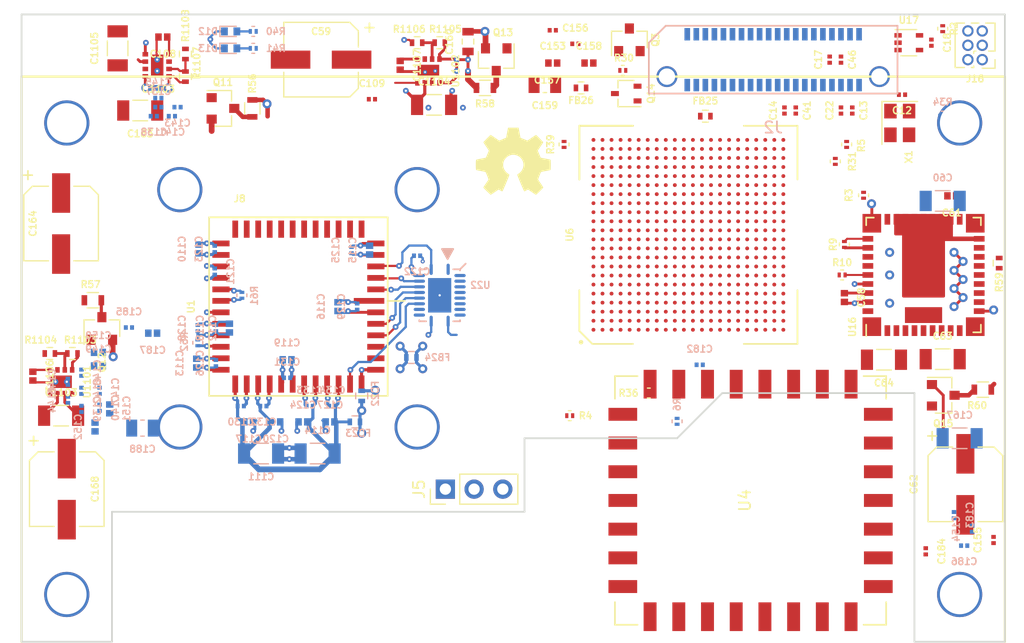
<source format=kicad_pcb>
(kicad_pcb (version 20171130) (host pcbnew 5.0.0-rc2-dev-unknown-d5ac7c0~62~ubuntu16.04.1)
  (layers (0 F.Cu signal) (1 In1.Cu signal hide) (2 In2.Cu signal hide) (3 In3.Cu signal hide) (4 In4.Cu signal hide) (31 B.Cu signal) (34 B.Paste user) (35 F.Paste user) (36 B.SilkS user) (37 F.SilkS user) (38 B.Mask user) (39 F.Mask user) (44 Edge.Cuts user))
  (net 0 "")
  (net 1 GND)
  (net 2 +3V3)
  (net 3 FPGA_CONFIG_DCLK)
  (net 4 PCIE_REFCLK-)
  (net 5 PCIE_REFCLK+)
  (net 6 PCIE_LANE0_RX-)
  (net 7 PCIE_LANE0_RX+)
  (net 8 PCIE_LANE1_RX-)
  (net 9 PCIE_LANE1_RX+)
  (net 10 PCIE_LANE1_TX-)
  (net 11 PCIE_LANE1_TX+)
  (net 12 PCIE_LANE0_TX-)
  (net 13 PCIE_LANE0_TX+)
  (net 14 FPGA_NCONFIG)
  (net 15 FPGA_CONF_DONE)
  (net 16 FPGA_NSTATUS)
  (net 17 +12V)
  (net 18 CAM1_CLKIN+)
  (net 19 CAM1_CLKIN-)
  (net 20 CAM1_CLKOUT+)
  (net 21 CAM1_CLKOUT-)
  (net 22 CAM1_DOUT3+)
  (net 23 CAM1_DOUT3-)
  (net 24 CAM1_DOUT2+)
  (net 25 CAM1_DOUT2-)
  (net 26 CAM1_DOUT1+)
  (net 27 CAM1_DOUT1-)
  (net 28 CAM1_DOUT0+)
  (net 29 CAM1_DOUT0-)
  (net 30 "Net-(J8-Pad1)")
  (net 31 +1V8)
  (net 32 JETSON_CARRIER_PWR_ON)
  (net 33 USB1_SSTX+)
  (net 34 CAM1_SYNC-)
  (net 35 CAM1_SYNC+)
  (net 36 "Net-(U16-Pad4)")
  (net 37 "Net-(U16-Pad5)")
  (net 38 "Net-(U16-Pad6)")
  (net 39 "Net-(U16-Pad7)")
  (net 40 "Net-(U16-Pad9)")
  (net 41 "Net-(U16-Pad24)")
  (net 42 "Net-(U16-Pad25)")
  (net 43 /power/AGND)
  (net 44 "Net-(R10-Pad1)")
  (net 45 "Net-(R9-Pad1)")
  (net 46 "Net-(C58-Pad1)")
  (net 47 "Net-(U1-Pad45)")
  (net 48 "Net-(U1-Pad44)")
  (net 49 "Net-(C1106-Pad1)")
  (net 50 "Net-(C1107-Pad1)")
  (net 51 "Net-(R1103-Pad2)")
  (net 52 "Net-(R1105-Pad2)")
  (net 53 "Net-(R1107-Pad2)")
  (net 54 "Net-(U1101-Pad7)")
  (net 55 "Net-(U1102-Pad7)")
  (net 56 CAM1_CS)
  (net 57 FPGA_CONFIG_DATA0)
  (net 58 /fpga_config/TCK)
  (net 59 /fpga_config/TMS)
  (net 60 /fpga_config/TDI)
  (net 61 /fpga_config/TDO)
  (net 62 PCIE_RST_3V3)
  (net 63 /power/PH)
  (net 64 "Net-(Q3-Pad3)")
  (net 65 "Net-(R34-Pad2)")
  (net 66 JETSON_RESET_OUT)
  (net 67 /power/DISCHARGE)
  (net 68 "Net-(Q13-Pad3)")
  (net 69 "Net-(Q11-Pad3)")
  (net 70 "Net-(Q12-Pad3)")
  (net 71 "Net-(C108-Pad1)")
  (net 72 /power/PG_GRP1)
  (net 73 /power/~PWR_EN_GRP1)
  (net 74 "Net-(Q15-Pad3)")
  (net 75 CAM1_SCK)
  (net 76 CAM1_MISO)
  (net 77 CAM1_MOSI)
  (net 78 CAM1_RST)
  (net 79 CAM1_TRG)
  (net 80 "Net-(U22-Pad9)")
  (net 81 "Net-(U22-Pad8)")
  (net 82 /imagers/CAM1_RST_3V3)
  (net 83 "Net-(U22-Pad13)")
  (net 84 /imagers/CAM1_MISO_3V3)
  (net 85 /imagers/CAM1_CS_3V3)
  (net 86 /imagers/CAM1_TRG_3V3)
  (net 87 /imagers/CAM1_MOSI_3V3)
  (net 88 "Net-(U22-Pad12)")
  (net 89 /imagers/CAM1_SCK_3V3)
  (net 90 /imagers/CAM1_3V3)
  (net 91 /imagers/CAM1_VDDPIX)
  (net 92 /imagers/CAM1_1V8)
  (net 93 "Net-(R62-Pad1)")
  (net 94 "Net-(D12-Pad2)")
  (net 95 +1V2)
  (net 96 2V5_MCU)
  (net 97 /fpga_power/VCC_GXBL)
  (net 98 /fpga_power/RREF_TL)
  (net 99 /fpga_pcie/REFCLK-)
  (net 100 /fpga_pcie/GXB_TX_L0+)
  (net 101 /fpga_pcie/GXB_TX_L1+)
  (net 102 /fpga_pcie/GXB_TX_L1-)
  (net 103 /fpga_pcie/GXB_TX_L0-)
  (net 104 /fpga_pcie/REFCLK+)
  (net 105 "Net-(D13-Pad2)")
  (net 106 /fpga_io/PCIE_RST_1V8)
  (net 107 1V03)
  (net 108 /fpga_power/RREF_BL)
  (net 109 /fpga_io/LED1)
  (net 110 /fpga_io/LED0)
  (net 111 /fpga_io/CLK100)
  (net 112 0V9)
  (net 113 "Net-(U6-PadA1)")
  (net 114 "Net-(U6-PadB1)")
  (net 115 "Net-(U6-PadC1)")
  (net 116 "Net-(U6-PadE1)")
  (net 117 "Net-(U6-PadF1)")
  (net 118 "Net-(U6-PadG1)")
  (net 119 "Net-(U6-PadH1)")
  (net 120 "Net-(U6-PadK1)")
  (net 121 "Net-(U6-PadN1)")
  (net 122 "Net-(U6-PadR1)")
  (net 123 "Net-(U6-PadT1)")
  (net 124 "Net-(U6-PadU1)")
  (net 125 "Net-(U6-PadV1)")
  (net 126 "Net-(U6-PadY1)")
  (net 127 "Net-(U6-PadAA1)")
  (net 128 "Net-(U6-PadAB1)")
  (net 129 "Net-(U6-PadA2)")
  (net 130 "Net-(U6-PadC2)")
  (net 131 "Net-(U6-PadD2)")
  (net 132 "Net-(U6-PadE2)")
  (net 133 "Net-(U6-PadF2)")
  (net 134 "Net-(U6-PadJ2)")
  (net 135 "Net-(U6-PadL2)")
  (net 136 "Net-(U6-PadN2)")
  (net 137 "Net-(U6-PadP2)")
  (net 138 "Net-(U6-PadR2)")
  (net 139 "Net-(U6-PadV2)")
  (net 140 "Net-(U6-PadW2)")
  (net 141 "Net-(U6-PadY2)")
  (net 142 "Net-(U6-PadAA2)")
  (net 143 "Net-(U6-PadA3)")
  (net 144 "Net-(U6-PadB3)")
  (net 145 "Net-(U6-PadC3)")
  (net 146 "Net-(U6-PadD3)")
  (net 147 "Net-(U6-PadH3)")
  (net 148 "Net-(U6-PadJ3)")
  (net 149 "Net-(U6-PadU3)")
  (net 150 "Net-(U6-PadV3)")
  (net 151 "Net-(U6-PadW3)")
  (net 152 "Net-(U6-PadAA3)")
  (net 153 "Net-(U6-PadAB3)")
  (net 154 "Net-(U6-PadB4)")
  (net 155 "Net-(U6-PadG4)")
  (net 156 "Net-(U6-PadJ4)")
  (net 157 "Net-(U6-PadK4)")
  (net 158 "Net-(U6-PadP4)")
  (net 159 "Net-(U6-PadR4)")
  (net 160 "Net-(U6-PadT4)")
  (net 161 "Net-(U6-PadW4)")
  (net 162 "Net-(U6-PadY4)")
  (net 163 "Net-(U6-PadAA4)")
  (net 164 "Net-(U6-PadAB4)")
  (net 165 "Net-(U6-PadA5)")
  (net 166 "Net-(U6-PadB5)")
  (net 167 "Net-(U6-PadC5)")
  (net 168 "Net-(U6-PadG5)")
  (net 169 "Net-(U6-PadH5)")
  (net 170 "Net-(U6-PadJ5)")
  (net 171 "Net-(U6-PadK5)")
  (net 172 "Net-(U6-PadV5)")
  (net 173 "Net-(U6-PadW5)")
  (net 174 "Net-(U6-PadY5)")
  (net 175 "Net-(U6-PadAB5)")
  (net 176 "Net-(U6-PadA6)")
  (net 177 "Net-(U6-PadB6)")
  (net 178 "Net-(U6-PadC6)")
  (net 179 "Net-(U6-PadF6)")
  (net 180 "Net-(U6-PadG6)")
  (net 181 "Net-(U6-PadH6)")
  (net 182 "Net-(U6-PadT6)")
  (net 183 "Net-(U6-PadU6)")
  (net 184 "Net-(U6-PadV6)")
  (net 185 "Net-(U6-PadY6)")
  (net 186 "Net-(U6-PadAB6)")
  (net 187 "Net-(U6-PadA7)")
  (net 188 "Net-(U6-PadC7)")
  (net 189 "Net-(U6-PadD7)")
  (net 190 "Net-(U6-PadE7)")
  (net 191 "Net-(U6-PadH7)")
  (net 192 "Net-(U6-PadJ7)")
  (net 193 "Net-(U6-PadK7)")
  (net 194 "Net-(U6-PadW7)")
  (net 195 "Net-(U6-PadY7)")
  (net 196 "Net-(U6-PadAA7)")
  (net 197 "Net-(U6-PadA8)")
  (net 198 "Net-(U6-PadB8)")
  (net 199 "Net-(U6-PadC8)")
  (net 200 "Net-(U6-PadD8)")
  (net 201 "Net-(U6-PadF8)")
  (net 202 "Net-(U6-PadG8)")
  (net 203 "Net-(U6-PadH8)")
  (net 204 "Net-(U6-PadM8)")
  (net 205 "Net-(U6-PadU8)")
  (net 206 "Net-(U6-PadV8)")
  (net 207 "Net-(U6-PadW8)")
  (net 208 "Net-(U6-PadAA8)")
  (net 209 "Net-(U6-PadB9)")
  (net 210 "Net-(U6-PadD9)")
  (net 211 "Net-(U6-PadE9)")
  (net 212 "Net-(U6-PadF9)")
  (net 213 "Net-(U6-PadM9)")
  (net 214 "Net-(U6-PadY9)")
  (net 215 "Net-(U6-PadAA9)")
  (net 216 "Net-(U6-PadAB9)")
  (net 217 "Net-(U6-PadA10)")
  (net 218 "Net-(U6-PadB10)")
  (net 219 "Net-(U6-PadC10)")
  (net 220 "Net-(U6-PadD10)")
  (net 221 "Net-(U6-PadE10)")
  (net 222 "Net-(U6-PadR10)")
  (net 223 "Net-(U6-PadU10)")
  (net 224 "Net-(U6-PadV10)")
  (net 225 "Net-(U6-PadW10)")
  (net 226 "Net-(U6-PadY10)")
  (net 227 "Net-(U6-PadAB10)")
  (net 228 "Net-(U6-PadA11)")
  (net 229 "Net-(U6-PadB11)")
  (net 230 "Net-(U6-PadC11)")
  (net 231 "Net-(U6-PadE11)")
  (net 232 "Net-(U6-PadF11)")
  (net 233 "Net-(U6-PadG11)")
  (net 234 "Net-(U6-PadH11)")
  (net 235 "Net-(U6-PadU11)")
  (net 236 "Net-(U6-PadV11)")
  (net 237 "Net-(U6-PadY11)")
  (net 238 "Net-(U6-PadAA11)")
  (net 239 "Net-(U6-PadAB11)")
  (net 240 "Net-(U6-PadA12)")
  (net 241 "Net-(U6-PadC12)")
  (net 242 "Net-(U6-PadD12)")
  (net 243 "Net-(U6-PadE12)")
  (net 244 "Net-(U6-PadH12)")
  (net 245 "Net-(U6-PadT12)")
  (net 246 "Net-(U6-PadV12)")
  (net 247 "Net-(U6-PadW12)")
  (net 248 "Net-(U6-PadY12)")
  (net 249 "Net-(U6-PadAA12)")
  (net 250 "Net-(U6-PadA13)")
  (net 251 "Net-(U6-PadB13)")
  (net 252 "Net-(U6-PadC13)")
  (net 253 "Net-(U6-PadD13)")
  (net 254 "Net-(U6-PadF13)")
  (net 255 "Net-(U6-PadG13)")
  (net 256 "Net-(U6-PadH13)")
  (net 257 "Net-(U6-PadU13)")
  (net 258 "Net-(U6-PadV13)")
  (net 259 "Net-(U6-PadW13)")
  (net 260 "Net-(U6-PadAA13)")
  (net 261 "Net-(U6-PadAB13)")
  (net 262 "Net-(U6-PadB14)")
  (net 263 "Net-(U6-PadD14)")
  (net 264 "Net-(U6-PadE14)")
  (net 265 "Net-(U6-PadF14)")
  (net 266 "Net-(U6-PadG14)")
  (net 267 "Net-(U6-PadT14)")
  (net 268 "Net-(U6-PadU14)")
  (net 269 "Net-(U6-PadW14)")
  (net 270 "Net-(U6-PadY14)")
  (net 271 "Net-(U6-PadAA14)")
  (net 272 "Net-(U6-PadAB14)")
  (net 273 "Net-(U6-PadA15)")
  (net 274 "Net-(U6-PadB15)")
  (net 275 "Net-(U6-PadC15)")
  (net 276 "Net-(U6-PadD15)")
  (net 277 "Net-(U6-PadE15)")
  (net 278 "Net-(U6-PadG15)")
  (net 279 "Net-(U6-PadH15)")
  (net 280 "Net-(U6-PadU15)")
  (net 281 "Net-(U6-PadV15)")
  (net 282 "Net-(U6-PadW15)")
  (net 283 "Net-(U6-PadY15)")
  (net 284 "Net-(U6-PadAB15)")
  (net 285 "Net-(U6-PadA16)")
  (net 286 "Net-(U6-PadB16)")
  (net 287 "Net-(U6-PadC16)")
  (net 288 "Net-(U6-PadE16)")
  (net 289 "Net-(U6-PadF16)")
  (net 290 "Net-(U6-PadG16)")
  (net 291 "Net-(U6-PadH16)")
  (net 292 "Net-(U6-PadT16)")
  (net 293 "Net-(U6-PadU16)")
  (net 294 "Net-(U6-PadV16)")
  (net 295 "Net-(U6-PadY16)")
  (net 296 "Net-(U6-PadAA16)")
  (net 297 "Net-(U6-PadAB16)")
  (net 298 "Net-(U6-PadA17)")
  (net 299 "Net-(U6-PadC17)")
  (net 300 "Net-(U6-PadD17)")
  (net 301 "Net-(U6-PadE17)")
  (net 302 "Net-(U6-PadF17)")
  (net 303 "Net-(U6-PadH17)")
  (net 304 "Net-(U6-PadJ17)")
  (net 305 "Net-(U6-PadK17)")
  (net 306 "Net-(U6-PadL17)")
  (net 307 "Net-(U6-PadM17)")
  (net 308 "Net-(U6-PadN17)")
  (net 309 "Net-(U6-PadP17)")
  (net 310 "Net-(U6-PadR17)")
  (net 311 "Net-(U6-PadT17)")
  (net 312 "Net-(U6-PadV17)")
  (net 313 "Net-(U6-PadW17)")
  (net 314 "Net-(U6-PadY17)")
  (net 315 "Net-(U6-PadAA17)")
  (net 316 "Net-(U6-PadAB17)")
  (net 317 "Net-(U6-PadC18)")
  (net 318 "Net-(U6-PadE18)")
  (net 319 "Net-(U6-PadF18)")
  (net 320 "Net-(U6-PadG18)")
  (net 321 "Net-(U6-PadR18)")
  (net 322 "Net-(U6-PadT18)")
  (net 323 "Net-(U6-PadU18)")
  (net 324 "Net-(U6-PadV18)")
  (net 325 "Net-(U6-PadAB18)")
  (net 326 "Net-(U6-PadC19)")
  (net 327 "Net-(U6-PadD19)")
  (net 328 "Net-(U6-PadE19)")
  (net 329 "Net-(U6-PadF19)")
  (net 330 "Net-(U6-PadG19)")
  (net 331 "Net-(U6-PadR19)")
  (net 332 "Net-(U6-PadT19)")
  (net 333 "Net-(U6-PadU19)")
  (net 334 "Net-(U6-PadV19)")
  (net 335 "Net-(U6-PadC21)")
  (net 336 "Net-(U6-PadG21)")
  (net 337 "Net-(U6-PadL21)")
  (net 338 "Net-(U6-PadR21)")
  (net 339 "Net-(U6-PadC22)")
  (net 340 "Net-(U6-PadG22)")
  (net 341 "Net-(U6-PadL22)")
  (net 342 "Net-(U6-PadR22)")
  (net 343 /fpga_power/VCCA)
  (net 344 "Net-(J2-Pad1)")
  (net 345 "Net-(J2-Pad2)")
  (net 346 "Net-(J2-Pad3)")
  (net 347 "Net-(J2-Pad4)")
  (net 348 "Net-(J2-Pad5)")
  (net 349 "Net-(J2-Pad6)")
  (net 350 "Net-(J2-Pad7)")
  (net 351 "Net-(J2-Pad8)")
  (net 352 "Net-(J2-Pad9)")
  (net 353 "Net-(J2-Pad10)")
  (net 354 "Net-(J2-Pad11)")
  (net 355 "Net-(J2-Pad12)")
  (net 356 "Net-(J2-Pad13)")
  (net 357 "Net-(J2-Pad14)")
  (net 358 "Net-(J2-Pad15)")
  (net 359 "Net-(J2-Pad17)")
  (net 360 "Net-(J2-Pad19)")
  (net 361 "Net-(J2-Pad21)")
  (net 362 DISCHARGE)
  (net 363 /imu/CS_3V3)
  (net 364 /imu/SYNC_IN_3V3)
  (net 365 /imu/NRST_3V3)
  (net 366 /imu/MISO_3V3)
  (net 367 /imu/MOSI_3V3)
  (net 368 /imu/SCK_3V3)
  (net 369 IMU_RX1)
  (net 370 IMU_TX1)
  (net 371 /imu/SYNC_OUT_3V3)
  (net 372 /imu/TARE_3V3)
  (net 373 /imu/TX2)
  (net 374 /imu/RX2)
  (net 375 "Net-(U4-Pad8)")
  (net 376 "Net-(U4-Pad11)")
  (net 377 "Net-(U4-Pad14)")
  (net 378 "Net-(U4-Pad15)")
  (net 379 "Net-(U4-Pad20)")
  (net 380 "Net-(U4-Pad24)")
  (net 381 "Net-(U4-Pad25)")
  (net 382 "Net-(U4-Pad26)")
  (net 383 "Net-(U4-Pad27)")
  (net 384 "Net-(U4-Pad29)")
  (module IMU:VN-100 (layer F.Cu) (at 159.5 122.5 270)
    (fp_text reference U4 (at 0 0.5 270) (layer F.SilkS))
    (fp_text value VN-100)
    (pad 1 smd rect (at 10.287 8.89 270) (size 2.54 1.143) (layers F.Cu F.Paste F.Mask) (net 1 GND))
    (pad 2 smd rect (at 10.287 6.35 270) (size 2.54 1.143) (layers F.Cu F.Paste F.Mask) (net 1 GND))
    (pad 3 smd rect (at 10.287 3.81 270) (size 2.54 1.143) (layers F.Cu F.Paste F.Mask) (net 1 GND))
    (pad 4 smd rect (at 10.287 1.27 270) (size 2.54 1.143) (layers F.Cu F.Paste F.Mask) (net 1 GND))
    (pad 5 smd rect (at 10.287 -1.27 270) (size 2.54 1.143) (layers F.Cu F.Paste F.Mask) (net 373 /imu/TX2))
    (pad 6 smd rect (at 10.287 -3.81 270) (size 2.54 1.143) (layers F.Cu F.Paste F.Mask) (net 374 /imu/RX2))
    (pad 7 smd rect (at 10.287 -6.35 270) (size 2.54 1.143) (layers F.Cu F.Paste F.Mask) (net 372 /imu/TARE_3V3))
    (pad 8 smd rect (at 10.287 -8.89 270) (size 2.54 1.143) (layers F.Cu F.Paste F.Mask) (net 375 "Net-(U4-Pad8)"))
    (pad 9 smd rect (at 7.62 -11.303) (size 2.54 1.143) (layers F.Cu F.Paste F.Mask) (net 371 /imu/SYNC_OUT_3V3))
    (pad 10 smd rect (at 5.08 -11.303) (size 2.54 1.143) (layers F.Cu F.Paste F.Mask) (net 2 +3V3))
    (pad 11 smd rect (at 2.54 -11.303) (size 2.54 1.143) (layers F.Cu F.Paste F.Mask) (net 376 "Net-(U4-Pad11)"))
    (pad 12 smd rect (at 0 -11.303) (size 2.54 1.143) (layers F.Cu F.Paste F.Mask) (net 370 IMU_TX1))
    (pad 13 smd rect (at -2.54 -11.303) (size 2.54 1.143) (layers F.Cu F.Paste F.Mask) (net 369 IMU_RX1))
    (pad 14 smd rect (at -5.08 -11.303) (size 2.54 1.143) (layers F.Cu F.Paste F.Mask) (net 377 "Net-(U4-Pad14)"))
    (pad 15 smd rect (at -7.62 -11.303) (size 2.54 1.143) (layers F.Cu F.Paste F.Mask) (net 378 "Net-(U4-Pad15)"))
    (pad 16 smd rect (at -10.287 -8.89 90) (size 2.54 1.143) (layers F.Cu F.Paste F.Mask) (net 368 /imu/SCK_3V3))
    (pad 17 smd rect (at -10.287 -6.35 90) (size 2.54 1.143) (layers F.Cu F.Paste F.Mask) (net 367 /imu/MOSI_3V3))
    (pad 18 smd rect (at -10.287 -3.81 90) (size 2.54 1.143) (layers F.Cu F.Paste F.Mask) (net 1 GND))
    (pad 19 smd rect (at -10.287 -1.27 90) (size 2.54 1.143) (layers F.Cu F.Paste F.Mask) (net 366 /imu/MISO_3V3))
    (pad 20 smd rect (at -10.287 1.27 90) (size 2.54 1.143) (layers F.Cu F.Paste F.Mask) (net 379 "Net-(U4-Pad20)"))
    (pad 21 smd rect (at -10.287 3.81 90) (size 2.54 1.143) (layers F.Cu F.Paste F.Mask) (net 365 /imu/NRST_3V3))
    (pad 22 smd rect (at -10.287 6.35 90) (size 2.54 1.143) (layers F.Cu F.Paste F.Mask) (net 364 /imu/SYNC_IN_3V3))
    (pad 23 smd rect (at -10.287 8.89 90) (size 2.54 1.143) (layers F.Cu F.Paste F.Mask) (net 363 /imu/CS_3V3))
    (pad 24 smd rect (at -7.62 11.303 180) (size 2.54 1.143) (layers F.Cu F.Paste F.Mask) (net 380 "Net-(U4-Pad24)"))
    (pad 25 smd rect (at -5.08 11.303 180) (size 2.54 1.143) (layers F.Cu F.Paste F.Mask) (net 381 "Net-(U4-Pad25)"))
    (pad 26 smd rect (at -2.54 11.303 180) (size 2.54 1.143) (layers F.Cu F.Paste F.Mask) (net 382 "Net-(U4-Pad26)"))
    (pad 27 smd rect (at 0 11.303 180) (size 2.54 1.143) (layers F.Cu F.Paste F.Mask) (net 383 "Net-(U4-Pad27)"))
    (pad 28 smd rect (at 2.54 11.303 180) (size 2.54 1.143) (layers F.Cu F.Paste F.Mask) (net 1 GND))
    (pad 29 smd rect (at 5.08 11.303 180) (size 2.54 1.143) (layers F.Cu F.Paste F.Mask) (net 384 "Net-(U4-Pad29)"))
    (pad 30 smd rect (at 7.62 11.303 180) (size 2.54 1.143) (layers F.Cu F.Paste F.Mask) (net 1 GND))
  )
  (module Pin_Headers:Pin_Header_Straight_1x03_Pitch2.54mm (layer F.Cu) (at 132.5 121.5 90)
    (fp_text reference J5 (at 0 -2.33 90) (layer F.SilkS))
    (fp_text value "IMU DEBUG")
    (pad 3 thru_hole oval (at 0 5.08 90) (size 1.7 1.7) (drill 1) (layers *.Cu *.Mask) (net 1 GND))
    (pad 2 thru_hole oval (at 0 2.54 90) (size 1.7 1.7) (drill 1) (layers *.Cu *.Mask) (net 373 /imu/TX2))
    (pad 1 thru_hole rect (at 0 0 90) (size 1.7 1.7) (drill 1) (layers *.Cu *.Mask) (net 374 /imu/RX2))
  )
  (module Symbols:OSHW-Symbol_6.7x6mm_SilkScreen (layer F.Cu) (at 138.5 92.5)
    (fp_text reference Z1 hide)
    (fp_text value Logo_Open_Hardware_Small hide)
  )
  (module Connectors_OSRF:SAMTEC_ERF8-020 (layer B.Cu) (at 161.5 83.5)
    (fp_text reference J2 (at 0 6) (layer B.SilkS) (effects (justify mirror)))
    (fp_text value Conn_02x20_Odd_Even)
    (pad 1 smd rect (at -7.6 -2.25) (size 0.5 1.1) (layers B.Cu B.Paste B.Mask) (net 344 "Net-(J2-Pad1)"))
    (pad 2 smd rect (at -7.6 2.25) (size 0.5 1.1) (layers B.Cu B.Paste B.Mask) (net 345 "Net-(J2-Pad2)"))
    (pad 3 smd rect (at -6.8 -2.25) (size 0.5 1.1) (layers B.Cu B.Paste B.Mask) (net 346 "Net-(J2-Pad3)"))
    (pad 4 smd rect (at -6.8 2.25) (size 0.5 1.1) (layers B.Cu B.Paste B.Mask) (net 347 "Net-(J2-Pad4)"))
    (pad 5 smd rect (at -6 -2.25) (size 0.5 1.1) (layers B.Cu B.Paste B.Mask) (net 348 "Net-(J2-Pad5)"))
    (pad 6 smd rect (at -6 2.25) (size 0.5 1.1) (layers B.Cu B.Paste B.Mask) (net 349 "Net-(J2-Pad6)"))
    (pad 7 smd rect (at -5.2 -2.25) (size 0.5 1.1) (layers B.Cu B.Paste B.Mask) (net 350 "Net-(J2-Pad7)"))
    (pad 8 smd rect (at -5.2 2.25) (size 0.5 1.1) (layers B.Cu B.Paste B.Mask) (net 351 "Net-(J2-Pad8)"))
    (pad 9 smd rect (at -4.4 -2.25) (size 0.5 1.1) (layers B.Cu B.Paste B.Mask) (net 352 "Net-(J2-Pad9)"))
    (pad 10 smd rect (at -4.4 2.25) (size 0.5 1.1) (layers B.Cu B.Paste B.Mask) (net 353 "Net-(J2-Pad10)"))
    (pad 11 smd rect (at -3.6 -2.25) (size 0.5 1.1) (layers B.Cu B.Paste B.Mask) (net 354 "Net-(J2-Pad11)"))
    (pad 12 smd rect (at -3.6 2.25) (size 0.5 1.1) (layers B.Cu B.Paste B.Mask) (net 355 "Net-(J2-Pad12)"))
    (pad 13 smd rect (at -2.8 -2.25) (size 0.5 1.1) (layers B.Cu B.Paste B.Mask) (net 356 "Net-(J2-Pad13)"))
    (pad 14 smd rect (at -2.8 2.25) (size 0.5 1.1) (layers B.Cu B.Paste B.Mask) (net 357 "Net-(J2-Pad14)"))
    (pad 15 smd rect (at -2 -2.25) (size 0.5 1.1) (layers B.Cu B.Paste B.Mask) (net 358 "Net-(J2-Pad15)"))
    (pad 16 smd rect (at -2 2.25) (size 0.5 1.1) (layers B.Cu B.Paste B.Mask) (net 1 GND))
    (pad 17 smd rect (at -1.2 -2.25) (size 0.5 1.1) (layers B.Cu B.Paste B.Mask) (net 359 "Net-(J2-Pad17)"))
    (pad 18 smd rect (at -1.2 2.25) (size 0.5 1.1) (layers B.Cu B.Paste B.Mask) (net 9 PCIE_LANE1_RX+))
    (pad 19 smd rect (at -0.4 -2.25) (size 0.5 1.1) (layers B.Cu B.Paste B.Mask) (net 360 "Net-(J2-Pad19)"))
    (pad 20 smd rect (at -0.4 2.25) (size 0.5 1.1) (layers B.Cu B.Paste B.Mask) (net 8 PCIE_LANE1_RX-))
    (pad 21 smd rect (at 0.4 -2.25) (size 0.5 1.1) (layers B.Cu B.Paste B.Mask) (net 361 "Net-(J2-Pad21)"))
    (pad 22 smd rect (at 0.4 2.25) (size 0.5 1.1) (layers B.Cu B.Paste B.Mask) (net 1 GND))
    (pad 23 smd rect (at 1.2 -2.25) (size 0.5 1.1) (layers B.Cu B.Paste B.Mask) (net 362 DISCHARGE))
    (pad 24 smd rect (at 1.2 2.25) (size 0.5 1.1) (layers B.Cu B.Paste B.Mask) (net 11 PCIE_LANE1_TX+))
    (pad 25 smd rect (at 2 -2.25) (size 0.5 1.1) (layers B.Cu B.Paste B.Mask) (net 32 JETSON_CARRIER_PWR_ON))
    (pad 26 smd rect (at 2 2.25) (size 0.5 1.1) (layers B.Cu B.Paste B.Mask) (net 10 PCIE_LANE1_TX-))
    (pad 27 smd rect (at 2.8 -2.25) (size 0.5 1.1) (layers B.Cu B.Paste B.Mask) (net 66 JETSON_RESET_OUT))
    (pad 28 smd rect (at 2.8 2.25) (size 0.5 1.1) (layers B.Cu B.Paste B.Mask) (net 1 GND))
    (pad 29 smd rect (at 3.6 -2.25) (size 0.5 1.1) (layers B.Cu B.Paste B.Mask) (net 62 PCIE_RST_3V3))
    (pad 30 smd rect (at 3.6 2.25) (size 0.5 1.1) (layers B.Cu B.Paste B.Mask) (net 7 PCIE_LANE0_RX+))
    (pad 31 smd rect (at 4.4 -2.25) (size 0.5 1.1) (layers B.Cu B.Paste B.Mask) (net 1 GND))
    (pad 32 smd rect (at 4.4 2.25) (size 0.5 1.1) (layers B.Cu B.Paste B.Mask) (net 6 PCIE_LANE0_RX-))
    (pad 33 smd rect (at 5.2 -2.25) (size 0.5 1.1) (layers B.Cu B.Paste B.Mask) (net 5 PCIE_REFCLK+))
    (pad 34 smd rect (at 5.2 2.25) (size 0.5 1.1) (layers B.Cu B.Paste B.Mask) (net 1 GND))
    (pad 35 smd rect (at 6 -2.25) (size 0.5 1.1) (layers B.Cu B.Paste B.Mask) (net 4 PCIE_REFCLK-))
    (pad 36 smd rect (at 6 2.25) (size 0.5 1.1) (layers B.Cu B.Paste B.Mask) (net 13 PCIE_LANE0_TX+))
    (pad 37 smd rect (at 6.8 -2.25) (size 0.5 1.1) (layers B.Cu B.Paste B.Mask) (net 1 GND))
    (pad 38 smd rect (at 6.8 2.25) (size 0.5 1.1) (layers B.Cu B.Paste B.Mask) (net 12 PCIE_LANE0_TX-))
    (pad 39 smd rect (at 7.6 -2.25) (size 0.5 1.1) (layers B.Cu B.Paste B.Mask) (net 1 GND))
    (pad 40 smd rect (at 7.6 2.25) (size 0.5 1.1) (layers B.Cu B.Paste B.Mask) (net 1 GND))
    (pad MNT thru_hole circle (at -9.4 1.5) (size 1.85 1.85) (drill 1.45) (layers *.Cu *.Mask))
    (pad MNT thru_hole circle (at 9.4 1.5) (size 1.85 1.85) (drill 1.45) (layers *.Cu *.Mask))
  )
  (module Capacitor_SMD:C_0201_0603Metric (layer B.Cu) (at 124.693155 105.349536 270)
    (fp_text reference C129 (at 0 1.4 270) (layer B.SilkS) (effects (font (size 0.6 0.6) (thickness 0.127)) (justify mirror)))
    (fp_text value 100n)
    (pad 2 smd rect (at 0.275 0 270) (size 0.35 0.4) (layers B.Cu B.Mask) (net 1 GND))
    (pad 1 smd rect (at -0.275 0 270) (size 0.35 0.4) (layers B.Cu B.Mask) (net 90 /imagers/CAM1_3V3))
  )
  (module Capacitor_SMD:C_0201_0603Metric (layer B.Cu) (at 122.493155 114.149536 180)
    (fp_text reference C134 (at 0 1.4 180) (layer B.SilkS) (effects (font (size 0.6 0.6) (thickness 0.127)) (justify mirror)))
    (fp_text value 1u)
    (pad 2 smd rect (at 0.275 0 180) (size 0.35 0.4) (layers B.Cu B.Mask) (net 1 GND))
    (pad 1 smd rect (at -0.275 0 180) (size 0.35 0.4) (layers B.Cu B.Mask) (net 91 /imagers/CAM1_VDDPIX))
  )
  (module Capacitor_SMD:C_0201_0603Metric (layer B.Cu) (at 120.493155 114.149536 180)
    (fp_text reference C133 (at 0 1.4 180) (layer B.SilkS) (effects (font (size 0.6 0.6) (thickness 0.127)) (justify mirror)))
    (fp_text value 1u)
    (pad 1 smd rect (at -0.275 0 180) (size 0.35 0.4) (layers B.Cu B.Mask) (net 91 /imagers/CAM1_VDDPIX))
    (pad 2 smd rect (at 0.275 0 180) (size 0.35 0.4) (layers B.Cu B.Mask) (net 1 GND))
  )
  (module Capacitor_SMD:C_0201_0603Metric (layer B.Cu) (at 116.393155 114.149536)
    (fp_text reference C132 (at 0 1.4) (layer B.SilkS) (effects (font (size 0.6 0.6) (thickness 0.127)) (justify mirror)))
    (fp_text value 1u)
    (pad 2 smd rect (at 0.275 0) (size 0.35 0.4) (layers B.Cu B.Mask) (net 1 GND))
    (pad 1 smd rect (at -0.275 0) (size 0.35 0.4) (layers B.Cu B.Mask) (net 91 /imagers/CAM1_VDDPIX))
  )
  (module Capacitor_SMD:C_0201_0603Metric (layer F.Cu) (at 126 87)
    (fp_text reference C109 (at 0 -1.4) (layer F.SilkS) (effects (font (size 0.6 0.6) (thickness 0.127))))
    (fp_text value 100n)
    (pad 1 smd rect (at -0.275 0) (size 0.35 0.4) (layers F.Cu F.Mask) (net 31 +1V8))
    (pad 2 smd rect (at 0.275 0) (size 0.35 0.4) (layers F.Cu F.Mask) (net 1 GND))
  )
  (module Capacitor_SMD:C_0201_0603Metric (layer B.Cu) (at 112.193155 107.249536 270)
    (fp_text reference C118 (at 0 1.4 270) (layer B.SilkS) (effects (font (size 0.6 0.6) (thickness 0.127)) (justify mirror)))
    (fp_text value 10n)
    (pad 2 smd rect (at 0.275 0 270) (size 0.35 0.4) (layers B.Cu B.Mask) (net 1 GND))
    (pad 1 smd rect (at -0.275 0 270) (size 0.35 0.4) (layers B.Cu B.Mask) (net 92 /imagers/CAM1_1V8))
  )
  (module Capacitor_SMD:C_0201_0603Metric (layer B.Cu) (at 112.093155 102.249536 90)
    (fp_text reference C121 (at 0 1.4 90) (layer B.SilkS) (effects (font (size 0.6 0.6) (thickness 0.127)) (justify mirror)))
    (fp_text value 100n)
    (pad 1 smd rect (at -0.275 0 90) (size 0.35 0.4) (layers B.Cu B.Mask) (net 92 /imagers/CAM1_1V8))
    (pad 2 smd rect (at 0.275 0 90) (size 0.35 0.4) (layers B.Cu B.Mask) (net 1 GND))
  )
  (module Capacitor_SMD:C_0201_0603Metric (layer B.Cu) (at 129.993155 100.849536)
    (fp_text reference C122 (at 0 1.4) (layer B.SilkS) (effects (font (size 0.6 0.6) (thickness 0.127)) (justify mirror)))
    (fp_text value 100n)
    (pad 2 smd rect (at 0.275 0) (size 0.35 0.4) (layers B.Cu B.Mask) (net 1 GND))
    (pad 1 smd rect (at -0.275 0) (size 0.35 0.4) (layers B.Cu B.Mask) (net 2 +3V3))
  )
  (module Capacitor_SMD:C_0201_0603Metric (layer B.Cu) (at 114.393155 114.149536)
    (fp_text reference C130 (at 0 1.4) (layer B.SilkS) (effects (font (size 0.6 0.6) (thickness 0.127)) (justify mirror)))
    (fp_text value 1u)
    (pad 2 smd rect (at 0.275 0) (size 0.35 0.4) (layers B.Cu B.Mask) (net 1 GND))
    (pad 1 smd rect (at -0.275 0) (size 0.35 0.4) (layers B.Cu B.Mask) (net 91 /imagers/CAM1_VDDPIX))
  )
  (module Capacitor_SMD:C_0201_0603Metric (layer B.Cu) (at 118.493155 111.649536 180)
    (fp_text reference C131 (at 0 1.4 180) (layer B.SilkS) (effects (font (size 0.6 0.6) (thickness 0.127)) (justify mirror)))
    (fp_text value 100n)
    (pad 1 smd rect (at -0.275 0 180) (size 0.35 0.4) (layers B.Cu B.Mask) (net 90 /imagers/CAM1_3V3))
    (pad 2 smd rect (at 0.275 0 180) (size 0.35 0.4) (layers B.Cu B.Mask) (net 1 GND))
  )
  (module Capacitor_SMD:C_0201_0603Metric (layer B.Cu) (at 110.593155 107.249536 270)
    (fp_text reference C128 (at 0 1.4 270) (layer B.SilkS) (effects (font (size 0.6 0.6) (thickness 0.127)) (justify mirror)))
    (fp_text value 100n)
    (pad 2 smd rect (at 0.275 0 270) (size 0.35 0.4) (layers B.Cu B.Mask) (net 1 GND))
    (pad 1 smd rect (at -0.275 0 270) (size 0.35 0.4) (layers B.Cu B.Mask) (net 92 /imagers/CAM1_1V8))
  )
  (module Capacitor_SMD:C_0201_0603Metric (layer B.Cu) (at 112.193155 110.349536 270)
    (fp_text reference C126 (at 0 1.4 270) (layer B.SilkS) (effects (font (size 0.6 0.6) (thickness 0.127)) (justify mirror)))
    (fp_text value 100n)
    (pad 1 smd rect (at -0.275 0 270) (size 0.35 0.4) (layers B.Cu B.Mask) (net 90 /imagers/CAM1_3V3))
    (pad 2 smd rect (at 0.275 0 270) (size 0.35 0.4) (layers B.Cu B.Mask) (net 1 GND))
  )
  (module Capacitor_SMD:C_0201_0603Metric (layer B.Cu) (at 124.193155 100.349536 270)
    (fp_text reference C125 (at 0 1.4 270) (layer B.SilkS) (effects (font (size 0.6 0.6) (thickness 0.127)) (justify mirror)))
    (fp_text value 100n)
    (pad 2 smd rect (at 0.275 0 270) (size 0.35 0.4) (layers B.Cu B.Mask) (net 1 GND))
    (pad 1 smd rect (at -0.275 0 270) (size 0.35 0.4) (layers B.Cu B.Mask) (net 92 /imagers/CAM1_1V8))
  )
  (module Capacitor_SMD:C_0201_0603Metric (layer B.Cu) (at 112.093155 100.249536 270)
    (fp_text reference C123 (at 0 1.4 270) (layer B.SilkS) (effects (font (size 0.6 0.6) (thickness 0.127)) (justify mirror)))
    (fp_text value 100n)
    (pad 1 smd rect (at -0.275 0 270) (size 0.35 0.4) (layers B.Cu B.Mask) (net 90 /imagers/CAM1_3V3))
    (pad 2 smd rect (at 0.275 0 270) (size 0.35 0.4) (layers B.Cu B.Mask) (net 1 GND))
  )
  (module Capacitor_SMD:C_0402_1005Metric (layer B.Cu) (at 113.393155 107.249536 270)
    (fp_text reference C112 (at 0 1.5 270) (layer B.SilkS) (effects (font (size 0.6 0.6) (thickness 0.127)) (justify mirror)))
    (fp_text value 10u)
    (pad 1 smd rect (at -0.3875 0 270) (size 0.575 0.65) (layers B.Cu B.Paste B.Mask) (net 92 /imagers/CAM1_1V8))
    (pad 2 smd rect (at 0.3875 0 270) (size 0.575 0.65) (layers B.Cu B.Paste B.Mask) (net 1 GND))
  )
  (module Capacitor_SMD:C_0402_1005Metric (layer B.Cu) (at 110.493155 110.349536 270)
    (fp_text reference C113 (at 0 1.5 270) (layer B.SilkS) (effects (font (size 0.6 0.6) (thickness 0.127)) (justify mirror)))
    (fp_text value 10u)
    (pad 2 smd rect (at 0.3875 0 270) (size 0.575 0.65) (layers B.Cu B.Paste B.Mask) (net 1 GND))
    (pad 1 smd rect (at -0.3875 0 270) (size 0.575 0.65) (layers B.Cu B.Paste B.Mask) (net 90 /imagers/CAM1_3V3))
  )
  (module Capacitor_SMD:C_0402_1005Metric (layer B.Cu) (at 125.793155 100.349536 270)
    (fp_text reference C115 (at 0 1.5 270) (layer B.SilkS) (effects (font (size 0.6 0.6) (thickness 0.127)) (justify mirror)))
    (fp_text value 10u)
    (pad 1 smd rect (at -0.3875 0 270) (size 0.575 0.65) (layers B.Cu B.Paste B.Mask) (net 92 /imagers/CAM1_1V8))
    (pad 2 smd rect (at 0.3875 0 270) (size 0.575 0.65) (layers B.Cu B.Paste B.Mask) (net 1 GND))
  )
  (module Capacitor_SMD:C_0402_1005Metric (layer B.Cu) (at 122.993155 105.349536 270)
    (fp_text reference C116 (at 0 1.5 270) (layer B.SilkS) (effects (font (size 0.6 0.6) (thickness 0.127)) (justify mirror)))
    (fp_text value 4u7)
    (pad 2 smd rect (at 0.3875 0 270) (size 0.575 0.65) (layers B.Cu B.Paste B.Mask) (net 1 GND))
    (pad 1 smd rect (at -0.3875 0 270) (size 0.575 0.65) (layers B.Cu B.Paste B.Mask) (net 90 /imagers/CAM1_3V3))
  )
  (module Capacitor_SMD:C_0402_1005Metric (layer B.Cu) (at 115.093155 115.549536)
    (fp_text reference C117 (at 0 1.5) (layer B.SilkS) (effects (font (size 0.6 0.6) (thickness 0.127)) (justify mirror)))
    (fp_text value 4u7)
    (pad 1 smd rect (at -0.3875 0) (size 0.575 0.65) (layers B.Cu B.Paste B.Mask) (net 91 /imagers/CAM1_VDDPIX))
    (pad 2 smd rect (at 0.3875 0) (size 0.575 0.65) (layers B.Cu B.Paste B.Mask) (net 1 GND))
  )
  (module Capacitor_SMD:C_0402_1005Metric (layer B.Cu) (at 118.493155 110.049536 180)
    (fp_text reference C119 (at 0 1.5 180) (layer B.SilkS) (effects (font (size 0.6 0.6) (thickness 0.127)) (justify mirror)))
    (fp_text value 4u7)
    (pad 2 smd rect (at 0.3875 0 180) (size 0.575 0.65) (layers B.Cu B.Paste B.Mask) (net 1 GND))
    (pad 1 smd rect (at -0.3875 0 180) (size 0.575 0.65) (layers B.Cu B.Paste B.Mask) (net 90 /imagers/CAM1_3V3))
  )
  (module Capacitor_SMD:C_0402_1005Metric (layer B.Cu) (at 117.493155 115.549536)
    (fp_text reference C120 (at 0 1.5) (layer B.SilkS) (effects (font (size 0.6 0.6) (thickness 0.127)) (justify mirror)))
    (fp_text value 4u7)
    (pad 1 smd rect (at -0.3875 0) (size 0.575 0.65) (layers B.Cu B.Paste B.Mask) (net 91 /imagers/CAM1_VDDPIX))
    (pad 2 smd rect (at 0.3875 0) (size 0.575 0.65) (layers B.Cu B.Paste B.Mask) (net 1 GND))
  )
  (module Capacitor_SMD:C_0402_1005Metric (layer B.Cu) (at 122.293155 115.549536 180)
    (fp_text reference C127 (at 0 1.5 180) (layer B.SilkS) (effects (font (size 0.6 0.6) (thickness 0.127)) (justify mirror)))
    (fp_text value 4u7)
    (pad 2 smd rect (at 0.3875 0 180) (size 0.575 0.65) (layers B.Cu B.Paste B.Mask) (net 1 GND))
    (pad 1 smd rect (at -0.3875 0 180) (size 0.575 0.65) (layers B.Cu B.Paste B.Mask) (net 91 /imagers/CAM1_VDDPIX))
  )
  (module Capacitor_SMD:C_0402_1005Metric (layer B.Cu) (at 110.693155 100.249536 270)
    (fp_text reference C110 (at 0 1.5 270) (layer B.SilkS) (effects (font (size 0.6 0.6) (thickness 0.127)) (justify mirror)))
    (fp_text value 10u)
    (pad 2 smd rect (at 0.3875 0 270) (size 0.575 0.65) (layers B.Cu B.Paste B.Mask) (net 1 GND))
    (pad 1 smd rect (at -0.3875 0 270) (size 0.575 0.65) (layers B.Cu B.Paste B.Mask) (net 90 /imagers/CAM1_3V3))
  )
  (module Capacitor_SMD:C_0402_1005Metric (layer B.Cu) (at 119.893155 115.549536 180)
    (fp_text reference C124 (at 0 1.5 180) (layer B.SilkS) (effects (font (size 0.6 0.6) (thickness 0.127)) (justify mirror)))
    (fp_text value 4u7)
    (pad 1 smd rect (at -0.3875 0 180) (size 0.575 0.65) (layers B.Cu B.Paste B.Mask) (net 91 /imagers/CAM1_VDDPIX))
    (pad 2 smd rect (at 0.3875 0 180) (size 0.575 0.65) (layers B.Cu B.Paste B.Mask) (net 1 GND))
  )
  (module Capacitor_SMD:C_1206_3216Metric (layer B.Cu) (at 116.193155 118.349536)
    (fp_text reference C111 (at 0 2.05) (layer B.SilkS) (effects (font (size 0.6 0.6) (thickness 0.127)) (justify mirror)))
    (fp_text value 100u)
    (pad 2 smd rect (at 1.505 0) (size 1.07 1.8) (layers B.Cu B.Paste B.Mask) (net 1 GND))
    (pad 1 smd rect (at -1.505 0) (size 1.07 1.8) (layers B.Cu B.Paste B.Mask) (net 91 /imagers/CAM1_VDDPIX))
  )
  (module Capacitor_SMD:C_1206_3216Metric (layer B.Cu) (at 121.193155 118.349536 180)
    (fp_text reference C114 (at 0 2.05 180) (layer B.SilkS) (effects (font (size 0.6 0.6) (thickness 0.127)) (justify mirror)))
    (fp_text value 100u)
    (pad 1 smd rect (at -1.505 0 180) (size 1.07 1.8) (layers B.Cu B.Paste B.Mask) (net 91 /imagers/CAM1_VDDPIX))
    (pad 2 smd rect (at 1.505 0 180) (size 1.07 1.8) (layers B.Cu B.Paste B.Mask) (net 1 GND))
  )
  (module Capacitor_SMD:CP_Elec_6.3x5.8 (layer F.Cu) (at 178.505 121.075 270)
    (fp_text reference C62 (at 0 4.56 270) (layer F.SilkS) (effects (font (size 0.6 0.6) (thickness 0.127))))
    (fp_text value 220u)
    (fp_text user + (at -4.28 3.01 270) (layer F.SilkS))
    (pad 1 smd rect (at -2.7 0 90) (size 3.5 1.6) (layers F.Cu F.Paste F.Mask) (net 112 0V9))
    (pad 2 smd rect (at 2.7 0 90) (size 3.5 1.6) (layers F.Cu F.Paste F.Mask) (net 1 GND))
  )
  (module Capacitor_SMD:CP_Elec_6.3x5.8 (layer F.Cu) (at 98.5 98 270)
    (fp_text reference C164 (at 0 2.5 270) (layer F.SilkS) (effects (font (size 0.6 0.6) (thickness 0.127))))
    (fp_text value 220u)
    (fp_text user + (at -4.28 3.01 270) (layer F.SilkS))
    (pad 2 smd rect (at 2.7 0 90) (size 3.5 1.6) (layers F.Cu F.Paste F.Mask) (net 1 GND))
    (pad 1 smd rect (at -2.7 0 90) (size 3.5 1.6) (layers F.Cu F.Paste F.Mask) (net 31 +1V8))
  )
  (module Capacitor_SMD:CP_Elec_6.3x5.8 (layer F.Cu) (at 99 121.5 270)
    (fp_text reference C168 (at 0 -2.5 270) (layer F.SilkS) (effects (font (size 0.6 0.6) (thickness 0.127))))
    (fp_text value 220u)
    (fp_text user + (at -4.28 3.01 270) (layer F.SilkS))
    (pad 1 smd rect (at -2.7 0 90) (size 3.5 1.6) (layers F.Cu F.Paste F.Mask) (net 2 +3V3))
    (pad 2 smd rect (at 2.7 0 90) (size 3.5 1.6) (layers F.Cu F.Paste F.Mask) (net 1 GND))
  )
  (module Capacitor_SMD:CP_Elec_6.3x7.7 (layer F.Cu) (at 121.5 83.5 180)
    (fp_text reference C59 (at 0 2.5 180) (layer F.SilkS) (effects (font (size 0.6 0.6) (thickness 0.127))))
    (fp_text value 100u)
    (fp_text user + (at -4.28 2.91 180) (layer F.SilkS))
    (pad 1 smd rect (at -2.7 0) (size 3.5 1.6) (layers F.Cu F.Paste F.Mask) (net 17 +12V))
    (pad 2 smd rect (at 2.7 0) (size 3.5 1.6) (layers F.Cu F.Paste F.Mask) (net 1 GND))
  )
  (module Capacitor_SMD:C_0201_0603Metric (layer F.Cu) (at 166.5 83.5 270)
    (fp_text reference C17 (at 0 1 270) (layer F.SilkS) (effects (font (size 0.6 0.6) (thickness 0.127))))
    (fp_text value 100n)
    (pad 2 smd rect (at 0.275 0 270) (size 0.35 0.4) (layers F.Cu F.Mask) (net 104 /fpga_pcie/REFCLK+))
    (pad 1 smd rect (at -0.275 0 270) (size 0.35 0.4) (layers F.Cu F.Mask) (net 5 PCIE_REFCLK+))
  )
  (module Capacitor_SMD:C_0201_0603Metric (layer F.Cu) (at 175.5 82 270)
    (fp_text reference C18 (at 0 -1.4 270) (layer F.SilkS) (effects (font (size 0.6 0.6) (thickness 0.127))))
    (fp_text value 10n)
    (pad 1 smd rect (at -0.275 0 270) (size 0.35 0.4) (layers F.Cu F.Mask) (net 31 +1V8))
    (pad 2 smd rect (at 0.275 0 270) (size 0.35 0.4) (layers F.Cu F.Mask) (net 1 GND))
  )
  (module Capacitor_SMD:C_0201_0603Metric (layer F.Cu) (at 172.9 86.6 180)
    (fp_text reference C12 (at 0 -1.4 180) (layer F.SilkS) (effects (font (size 0.6 0.6) (thickness 0.127))))
    (fp_text value 100n)
    (pad 2 smd rect (at 0.275 0 180) (size 0.35 0.4) (layers F.Cu F.Mask) (net 1 GND))
    (pad 1 smd rect (at -0.275 0 180) (size 0.35 0.4) (layers F.Cu F.Mask) (net 31 +1V8))
  )
  (module Capacitor_SMD:C_0201_0603Metric (layer F.Cu) (at 167.5 88 270)
    (fp_text reference C22 (at 0 1 270) (layer F.SilkS) (effects (font (size 0.6 0.6) (thickness 0.127))))
    (fp_text value 100n)
    (pad 1 smd rect (at -0.275 0 270) (size 0.35 0.4) (layers F.Cu F.Mask) (net 13 PCIE_LANE0_TX+))
    (pad 2 smd rect (at 0.275 0 270) (size 0.35 0.4) (layers F.Cu F.Mask) (net 100 /fpga_pcie/GXB_TX_L0+))
  )
  (module Capacitor_SMD:C_0201_0603Metric (layer F.Cu) (at 167.5 83.5 270)
    (fp_text reference C46 (at 0 -1 270) (layer F.SilkS) (effects (font (size 0.6 0.6) (thickness 0.127))))
    (fp_text value 100n)
    (pad 2 smd rect (at 0.275 0 270) (size 0.35 0.4) (layers F.Cu F.Mask) (net 99 /fpga_pcie/REFCLK-))
    (pad 1 smd rect (at -0.275 0 270) (size 0.35 0.4) (layers F.Cu F.Mask) (net 4 PCIE_REFCLK-))
  )
  (module Capacitor_SMD:C_0201_0603Metric (layer F.Cu) (at 163.5 88 270)
    (fp_text reference C41 (at 0 -1 270) (layer F.SilkS) (effects (font (size 0.6 0.6) (thickness 0.127))))
    (fp_text value 100n)
    (pad 1 smd rect (at -0.275 0 270) (size 0.35 0.4) (layers F.Cu F.Mask) (net 10 PCIE_LANE1_TX-))
    (pad 2 smd rect (at 0.275 0 270) (size 0.35 0.4) (layers F.Cu F.Mask) (net 102 /fpga_pcie/GXB_TX_L1-))
  )
  (module Capacitor_SMD:C_0201_0603Metric (layer F.Cu) (at 168.5 88 270)
    (fp_text reference C13 (at 0 -1 270) (layer F.SilkS) (effects (font (size 0.6 0.6) (thickness 0.127))))
    (fp_text value 100n)
    (pad 2 smd rect (at 0.275 0 270) (size 0.35 0.4) (layers F.Cu F.Mask) (net 103 /fpga_pcie/GXB_TX_L0-))
    (pad 1 smd rect (at -0.275 0 270) (size 0.35 0.4) (layers F.Cu F.Mask) (net 12 PCIE_LANE0_TX-))
  )
  (module Capacitor_SMD:C_0201_0603Metric (layer F.Cu) (at 162.5 88 270)
    (fp_text reference C14 (at 0 1 270) (layer F.SilkS) (effects (font (size 0.6 0.6) (thickness 0.127))))
    (fp_text value 100n)
    (pad 1 smd rect (at -0.275 0 270) (size 0.35 0.4) (layers F.Cu F.Mask) (net 11 PCIE_LANE1_TX+))
    (pad 2 smd rect (at 0.275 0 270) (size 0.35 0.4) (layers F.Cu F.Mask) (net 101 /fpga_pcie/GXB_TX_L1+))
  )
  (module Capacitor_SMD:C_0402_1005Metric (layer F.Cu) (at 177.305 95.55 180)
    (fp_text reference C61 (at 0 -1.5 180) (layer F.SilkS) (effects (font (size 0.6 0.6) (thickness 0.127))))
    (fp_text value 100n)
    (pad 1 smd rect (at -0.3875 0 180) (size 0.575 0.65) (layers F.Cu F.Paste F.Mask) (net 17 +12V))
    (pad 2 smd rect (at 0.3875 0 180) (size 0.575 0.65) (layers F.Cu F.Paste F.Mask) (net 1 GND))
  )
  (module Capacitor_SMD:C_0402_1005Metric (layer F.Cu) (at 96 111.5 270)
    (fp_text reference C1106 (at 0 -1.5 270) (layer F.SilkS) (effects (font (size 0.6 0.6) (thickness 0.127))))
    (fp_text value 4n7)
    (pad 1 smd rect (at -0.3875 0 270) (size 0.575 0.65) (layers F.Cu F.Paste F.Mask) (net 49 "Net-(C1106-Pad1)"))
    (pad 2 smd rect (at 0.3875 0 270) (size 0.575 0.65) (layers F.Cu F.Paste F.Mask) (net 1 GND))
  )
  (module Capacitor_SMD:C_0402_1005Metric (layer F.Cu) (at 128.5 84 270)
    (fp_text reference C1107 (at 0 -1.5 270) (layer F.SilkS) (effects (font (size 0.6 0.6) (thickness 0.127))))
    (fp_text value 4n7)
    (pad 2 smd rect (at 0.3875 0 270) (size 0.575 0.65) (layers F.Cu F.Paste F.Mask) (net 1 GND))
    (pad 1 smd rect (at -0.3875 0 270) (size 0.575 0.65) (layers F.Cu F.Paste F.Mask) (net 50 "Net-(C1107-Pad1)"))
  )
  (module Capacitor_SMD:C_0402_1005Metric (layer F.Cu) (at 107.5 81.5 180)
    (fp_text reference C108 (at 0 -1.5 180) (layer F.SilkS) (effects (font (size 0.6 0.6) (thickness 0.127))))
    (fp_text value 4n7)
    (pad 1 smd rect (at -0.3875 0 180) (size 0.575 0.65) (layers F.Cu F.Paste F.Mask) (net 71 "Net-(C108-Pad1)"))
    (pad 2 smd rect (at 0.3875 0 180) (size 0.575 0.65) (layers F.Cu F.Paste F.Mask) (net 1 GND))
  )
  (module Capacitor_SMD:C_0402_1005Metric (layer F.Cu) (at 167.805 104.55 270)
    (fp_text reference C58 (at 0 -1.5 270) (layer F.SilkS) (effects (font (size 0.6 0.6) (thickness 0.127))))
    (fp_text value 10n)
    (pad 1 smd rect (at -0.3875 0 270) (size 0.575 0.65) (layers F.Cu F.Paste F.Mask) (net 46 "Net-(C58-Pad1)"))
    (pad 2 smd rect (at 0.3875 0 270) (size 0.575 0.65) (layers F.Cu F.Paste F.Mask) (net 43 /power/AGND))
  )
  (module Capacitor_SMD:C_0603_1608Metric (layer F.Cu) (at 134.5 81.9 90)
    (fp_text reference C160 (at 0 -1.65 90) (layer F.SilkS) (effects (font (size 0.6 0.6) (thickness 0.127))))
    (fp_text value 22u)
    (pad 1 smd rect (at -0.875 0 90) (size 0.67 1) (layers F.Cu F.Paste F.Mask) (net 107 1V03))
    (pad 2 smd rect (at 0.875 0 90) (size 0.67 1) (layers F.Cu F.Paste F.Mask) (net 1 GND))
  )
  (module Capacitor_SMD:C_1206_3216Metric (layer F.Cu) (at 103.5 82.5 90)
    (fp_text reference C1105 (at 0 -2.05 90) (layer F.SilkS) (effects (font (size 0.6 0.6) (thickness 0.127))))
    (fp_text value 47u)
    (pad 2 smd rect (at 1.505 0 90) (size 1.07 1.8) (layers F.Cu F.Paste F.Mask) (net 1 GND))
    (pad 1 smd rect (at -1.505 0 90) (size 1.07 1.8) (layers F.Cu F.Paste F.Mask) (net 17 +12V))
  )
  (module Capacitor_SMD:C_1206_3216Metric (layer B.Cu) (at 176.5 96 180)
    (fp_text reference C60 (at 0 2.05 180) (layer B.SilkS) (effects (font (size 0.6 0.6) (thickness 0.127)) (justify mirror)))
    (fp_text value 47u)
    (pad 2 smd rect (at 1.505 0 180) (size 1.07 1.8) (layers B.Cu B.Paste B.Mask) (net 1 GND))
    (pad 1 smd rect (at -1.505 0 180) (size 1.07 1.8) (layers B.Cu B.Paste B.Mask) (net 17 +12V))
  )
  (module Capacitor_SMD:C_1206_3216Metric (layer F.Cu) (at 176.5 110)
    (fp_text reference C63 (at 0 -2.05) (layer F.SilkS) (effects (font (size 0.6 0.6) (thickness 0.127))))
    (fp_text value 100u)
    (pad 1 smd rect (at -1.505 0) (size 1.07 1.8) (layers F.Cu F.Paste F.Mask) (net 112 0V9))
    (pad 2 smd rect (at 1.505 0) (size 1.07 1.8) (layers F.Cu F.Paste F.Mask) (net 1 GND))
  )
  (module Capacitor_SMD:C_1206_3216Metric (layer F.Cu) (at 131.5 87.5)
    (fp_text reference C1104 (at 0 -2.05) (layer F.SilkS) (effects (font (size 0.6 0.6) (thickness 0.127))))
    (fp_text value 47u)
    (pad 1 smd rect (at -1.505 0) (size 1.07 1.8) (layers F.Cu F.Paste F.Mask) (net 17 +12V))
    (pad 2 smd rect (at 1.505 0) (size 1.07 1.8) (layers F.Cu F.Paste F.Mask) (net 1 GND))
  )
  (module Capacitor_SMD:C_1206_3216Metric (layer F.Cu) (at 98.5 115)
    (fp_text reference C1103 (at 0 -2.05) (layer F.SilkS) (effects (font (size 0.6 0.6) (thickness 0.127))))
    (fp_text value 47u)
    (pad 2 smd rect (at 1.505 0) (size 1.07 1.8) (layers F.Cu F.Paste F.Mask) (net 1 GND))
    (pad 1 smd rect (at -1.505 0) (size 1.07 1.8) (layers F.Cu F.Paste F.Mask) (net 17 +12V))
  )
  (module Capacitor_SMD:C_1206_3216Metric (layer B.Cu) (at 178 117 180)
    (fp_text reference C167 (at 0 2.05 180) (layer B.SilkS) (effects (font (size 0.6 0.6) (thickness 0.127)) (justify mirror)))
    (fp_text value 100u)
    (pad 1 smd rect (at -1.505 0 180) (size 1.07 1.8) (layers B.Cu B.Paste B.Mask) (net 2 +3V3))
    (pad 2 smd rect (at 1.505 0 180) (size 1.07 1.8) (layers B.Cu B.Paste B.Mask) (net 1 GND))
  )
  (module Capacitor_SMD:C_1206_3216Metric (layer F.Cu) (at 105.5 88 180)
    (fp_text reference C163 (at 0 -2.05 180) (layer F.SilkS) (effects (font (size 0.6 0.6) (thickness 0.127))))
    (fp_text value 100u)
    (pad 2 smd rect (at 1.505 0 180) (size 1.07 1.8) (layers F.Cu F.Paste F.Mask) (net 1 GND))
    (pad 1 smd rect (at -1.505 0 180) (size 1.07 1.8) (layers F.Cu F.Paste F.Mask) (net 31 +1V8))
  )
  (module Capacitor_SMD:C_1206_3216Metric (layer F.Cu) (at 171.305 110.05 180)
    (fp_text reference C64 (at 0 -2.05 180) (layer F.SilkS) (effects (font (size 0.6 0.6) (thickness 0.127))))
    (fp_text value 100u)
    (pad 1 smd rect (at -1.505 0 180) (size 1.07 1.8) (layers F.Cu F.Paste F.Mask) (net 112 0V9))
    (pad 2 smd rect (at 1.505 0 180) (size 1.07 1.8) (layers F.Cu F.Paste F.Mask) (net 1 GND))
  )
  (module Capacitor_SMD:C_0201_0603Metric (layer F.Cu) (at 144 82.1)
    (fp_text reference C156 (at 0 -1.4) (layer F.SilkS) (effects (font (size 0.6 0.6) (thickness 0.127))))
    (fp_text value 220n)
    (pad 1 smd rect (at -0.275 0) (size 0.35 0.4) (layers F.Cu F.Mask) (net 97 /fpga_power/VCC_GXBL))
    (pad 2 smd rect (at 0.275 0) (size 0.35 0.4) (layers F.Cu F.Mask) (net 1 GND))
  )
  (module Capacitor_SMD:C_0201_0603Metric (layer B.Cu) (at 178.4 126.5)
    (fp_text reference C186 (at 0 1.4) (layer B.SilkS) (effects (font (size 0.6 0.6) (thickness 0.127)) (justify mirror)))
    (fp_text value 470n)
    (pad 2 smd rect (at 0.275 0) (size 0.35 0.4) (layers B.Cu B.Mask) (net 1 GND))
    (pad 1 smd rect (at -0.275 0) (size 0.35 0.4) (layers B.Cu B.Mask) (net 343 /fpga_power/VCCA))
  )
  (module Capacitor_SMD:C_0201_0603Metric (layer B.Cu) (at 104.5 107.2 180)
    (fp_text reference C185 (at 0 1.4 180) (layer B.SilkS) (effects (font (size 0.6 0.6) (thickness 0.127)) (justify mirror)))
    (fp_text value 220n)
    (pad 1 smd rect (at -0.275 0 180) (size 0.35 0.4) (layers B.Cu B.Mask) (net 343 /fpga_power/VCCA))
    (pad 2 smd rect (at 0.275 0 180) (size 0.35 0.4) (layers B.Cu B.Mask) (net 1 GND))
  )
  (module Capacitor_SMD:C_0201_0603Metric (layer F.Cu) (at 175 127 270)
    (fp_text reference C184 (at 0 -1.4 270) (layer F.SilkS) (effects (font (size 0.6 0.6) (thickness 0.127))))
    (fp_text value 100n)
    (pad 2 smd rect (at 0.275 0 270) (size 0.35 0.4) (layers F.Cu F.Mask) (net 1 GND))
    (pad 1 smd rect (at -0.275 0 270) (size 0.35 0.4) (layers F.Cu F.Mask) (net 343 /fpga_power/VCCA))
  )
  (module Capacitor_SMD:C_0201_0603Metric (layer B.Cu) (at 177.5 123.8 90)
    (fp_text reference C183 (at 0 1.4 90) (layer B.SilkS) (effects (font (size 0.6 0.6) (thickness 0.127)) (justify mirror)))
    (fp_text value 100n)
    (pad 1 smd rect (at -0.275 0 90) (size 0.35 0.4) (layers B.Cu B.Mask) (net 343 /fpga_power/VCCA))
    (pad 2 smd rect (at 0.275 0 90) (size 0.35 0.4) (layers B.Cu B.Mask) (net 1 GND))
  )
  (module Capacitor_SMD:C_0201_0603Metric (layer B.Cu) (at 155 110.5 180)
    (fp_text reference C182 (at 0 1.4 180) (layer B.SilkS) (effects (font (size 0.6 0.6) (thickness 0.127)) (justify mirror)))
    (fp_text value 22n)
    (pad 2 smd rect (at 0.275 0 180) (size 0.35 0.4) (layers B.Cu B.Mask) (net 1 GND))
    (pad 1 smd rect (at -0.275 0 180) (size 0.35 0.4) (layers B.Cu B.Mask) (net 343 /fpga_power/VCCA))
  )
  (module Capacitor_SMD:C_0201_0603Metric (layer F.Cu) (at 181 126 90)
    (fp_text reference C155 (at 0 -1.4 90) (layer F.SilkS) (effects (font (size 0.6 0.6) (thickness 0.127))))
    (fp_text value 100n)
    (pad 1 smd rect (at -0.275 0 90) (size 0.35 0.4) (layers F.Cu F.Mask) (net 97 /fpga_power/VCC_GXBL))
    (pad 2 smd rect (at 0.275 0 90) (size 0.35 0.4) (layers F.Cu F.Mask) (net 1 GND))
  )
  (module Capacitor_SMD:C_0201_0603Metric (layer B.Cu) (at 179.1 125 270)
    (fp_text reference C154 (at 0 1.4 270) (layer B.SilkS) (effects (font (size 0.6 0.6) (thickness 0.127)) (justify mirror)))
    (fp_text value 100n)
    (pad 2 smd rect (at 0.275 0 270) (size 0.35 0.4) (layers B.Cu B.Mask) (net 1 GND))
    (pad 1 smd rect (at -0.275 0 270) (size 0.35 0.4) (layers B.Cu B.Mask) (net 97 /fpga_power/VCC_GXBL))
  )
  (module Capacitor_SMD:C_0201_0603Metric (layer F.Cu) (at 142 80.9 180)
    (fp_text reference C153 (at 0 -1.4 180) (layer F.SilkS) (effects (font (size 0.6 0.6) (thickness 0.127))))
    (fp_text value 22n)
    (pad 1 smd rect (at -0.275 0 180) (size 0.35 0.4) (layers F.Cu F.Mask) (net 97 /fpga_power/VCC_GXBL))
    (pad 2 smd rect (at 0.275 0 180) (size 0.35 0.4) (layers F.Cu F.Mask) (net 1 GND))
  )
  (module Capacitor_SMD:C_0402_1005Metric (layer F.Cu) (at 145.2 83.8)
    (fp_text reference C158 (at 0 -1.5) (layer F.SilkS) (effects (font (size 0.6 0.6) (thickness 0.127))))
    (fp_text value 1u)
    (pad 1 smd rect (at -0.3875 0) (size 0.575 0.65) (layers F.Cu F.Paste F.Mask) (net 97 /fpga_power/VCC_GXBL))
    (pad 2 smd rect (at 0.3875 0) (size 0.575 0.65) (layers F.Cu F.Paste F.Mask) (net 1 GND))
  )
  (module Capacitor_SMD:C_0402_1005Metric (layer F.Cu) (at 142 83.8 180)
    (fp_text reference C157 (at 0.5 -1.5 180) (layer F.SilkS) (effects (font (size 0.6 0.6) (thickness 0.127))))
    (fp_text value 470n)
    (pad 2 smd rect (at 0.3875 0 180) (size 0.575 0.65) (layers F.Cu F.Paste F.Mask) (net 1 GND))
    (pad 1 smd rect (at -0.3875 0 180) (size 0.575 0.65) (layers F.Cu F.Paste F.Mask) (net 97 /fpga_power/VCC_GXBL))
  )
  (module Capacitor_SMD:C_0402_1005Metric (layer B.Cu) (at 106.6 107.7)
    (fp_text reference C187 (at 0 1.5) (layer B.SilkS) (effects (font (size 0.6 0.6) (thickness 0.127)) (justify mirror)))
    (fp_text value 1u)
    (pad 1 smd rect (at -0.3875 0) (size 0.575 0.65) (layers B.Cu B.Paste B.Mask) (net 343 /fpga_power/VCCA))
    (pad 2 smd rect (at 0.3875 0) (size 0.575 0.65) (layers B.Cu B.Paste B.Mask) (net 1 GND))
  )
  (module Capacitor_SMD:C_0805_2012Metric (layer F.Cu) (at 141.3 85.7 180)
    (fp_text reference C159 (at 0 -1.85 180) (layer F.SilkS) (effects (font (size 0.6 0.6) (thickness 0.127))))
    (fp_text value 100u)
    (pad 2 smd rect (at 0.955 0 180) (size 0.97 1.5) (layers F.Cu F.Paste F.Mask) (net 1 GND))
    (pad 1 smd rect (at -0.955 0 180) (size 0.97 1.5) (layers F.Cu F.Paste F.Mask) (net 97 /fpga_power/VCC_GXBL))
  )
  (module Capacitor_SMD:C_0805_2012Metric (layer B.Cu) (at 105.7 116.1)
    (fp_text reference C188 (at 0 1.85) (layer B.SilkS) (effects (font (size 0.6 0.6) (thickness 0.127)) (justify mirror)))
    (fp_text value 100u)
    (pad 1 smd rect (at -0.955 0) (size 0.97 1.5) (layers B.Cu B.Paste B.Mask) (net 343 /fpga_power/VCCA))
    (pad 2 smd rect (at 0.955 0) (size 0.97 1.5) (layers B.Cu B.Paste B.Mask) (net 1 GND))
  )
  (module Capacitor_SMD:C_0201_0603Metric (layer B.Cu) (at 108.8 87.7)
    (fp_text reference C143 (at 0 1.4) (layer B.SilkS) (effects (font (size 0.6 0.6) (thickness 0.127)) (justify mirror)))
    (fp_text value 10n)
    (pad 2 smd rect (at 0.275 0) (size 0.35 0.4) (layers B.Cu B.Mask) (net 1 GND))
    (pad 1 smd rect (at -0.275 0) (size 0.35 0.4) (layers B.Cu B.Mask) (net 112 0V9))
  )
  (module Capacitor_SMD:C_0201_0603Metric (layer B.Cu) (at 100.3 112.8 90)
    (fp_text reference C142 (at 0 1.4 90) (layer B.SilkS) (effects (font (size 0.6 0.6) (thickness 0.127)) (justify mirror)))
    (fp_text value 22n)
    (pad 1 smd rect (at -0.275 0 90) (size 0.35 0.4) (layers B.Cu B.Mask) (net 112 0V9))
    (pad 2 smd rect (at 0.275 0 90) (size 0.35 0.4) (layers B.Cu B.Mask) (net 1 GND))
  )
  (module Capacitor_SMD:C_0201_0603Metric (layer B.Cu) (at 108.3 88.5)
    (fp_text reference C141 (at 0 1.4) (layer B.SilkS) (effects (font (size 0.6 0.6) (thickness 0.127)) (justify mirror)))
    (fp_text value 22n)
    (pad 2 smd rect (at 0.275 0) (size 0.35 0.4) (layers B.Cu B.Mask) (net 1 GND))
    (pad 1 smd rect (at -0.275 0) (size 0.35 0.4) (layers B.Cu B.Mask) (net 112 0V9))
  )
  (module Capacitor_SMD:C_0201_0603Metric (layer B.Cu) (at 101.9 114.3 90)
    (fp_text reference C140 (at 0 1.4 90) (layer B.SilkS) (effects (font (size 0.6 0.6) (thickness 0.127)) (justify mirror)))
    (fp_text value 22n)
    (pad 1 smd rect (at -0.275 0 90) (size 0.35 0.4) (layers B.Cu B.Mask) (net 112 0V9))
    (pad 2 smd rect (at 0.275 0 90) (size 0.35 0.4) (layers B.Cu B.Mask) (net 1 GND))
  )
  (module Capacitor_SMD:C_0201_0603Metric (layer B.Cu) (at 100.3 114.4 90)
    (fp_text reference C139 (at 0 1.4 90) (layer B.SilkS) (effects (font (size 0.6 0.6) (thickness 0.127)) (justify mirror)))
    (fp_text value 22n)
    (pad 2 smd rect (at 0.275 0 90) (size 0.35 0.4) (layers B.Cu B.Mask) (net 1 GND))
    (pad 1 smd rect (at -0.275 0 90) (size 0.35 0.4) (layers B.Cu B.Mask) (net 112 0V9))
  )
  (module Capacitor_SMD:C_0201_0603Metric (layer B.Cu) (at 106.7 88.5)
    (fp_text reference C138 (at 0 1.4) (layer B.SilkS) (effects (font (size 0.6 0.6) (thickness 0.127)) (justify mirror)))
    (fp_text value 22n)
    (pad 1 smd rect (at -0.275 0) (size 0.35 0.4) (layers B.Cu B.Mask) (net 112 0V9))
    (pad 2 smd rect (at 0.275 0) (size 0.35 0.4) (layers B.Cu B.Mask) (net 1 GND))
  )
  (module Capacitor_SMD:C_0201_0603Metric (layer B.Cu) (at 107.1 87.7 180)
    (fp_text reference C137 (at 0 1.4 180) (layer B.SilkS) (effects (font (size 0.6 0.6) (thickness 0.127)) (justify mirror)))
    (fp_text value 22n)
    (pad 2 smd rect (at 0.275 0 180) (size 0.35 0.4) (layers B.Cu B.Mask) (net 1 GND))
    (pad 1 smd rect (at -0.275 0 180) (size 0.35 0.4) (layers B.Cu B.Mask) (net 112 0V9))
  )
  (module Capacitor_SMD:C_0201_0603Metric (layer B.Cu) (at 100.3 111.2 90)
    (fp_text reference C148 (at 0 1.4 90) (layer B.SilkS) (effects (font (size 0.6 0.6) (thickness 0.127)) (justify mirror)))
    (fp_text value 220n)
    (pad 1 smd rect (at -0.275 0 90) (size 0.35 0.4) (layers B.Cu B.Mask) (net 112 0V9))
    (pad 2 smd rect (at 0.275 0 90) (size 0.35 0.4) (layers B.Cu B.Mask) (net 1 GND))
  )
  (module Capacitor_SMD:C_0201_0603Metric (layer B.Cu) (at 101.9 112.8 90)
    (fp_text reference C147 (at 0 1.4 90) (layer B.SilkS) (effects (font (size 0.6 0.6) (thickness 0.127)) (justify mirror)))
    (fp_text value 100n)
    (pad 2 smd rect (at 0.275 0 90) (size 0.35 0.4) (layers B.Cu B.Mask) (net 1 GND))
    (pad 1 smd rect (at -0.275 0 90) (size 0.35 0.4) (layers B.Cu B.Mask) (net 112 0V9))
  )
  (module Capacitor_SMD:C_0201_0603Metric (layer B.Cu) (at 99.1 112 270)
    (fp_text reference C146 (at 0 1.4 270) (layer B.SilkS) (effects (font (size 0.6 0.6) (thickness 0.127)) (justify mirror)))
    (fp_text value 100n)
    (pad 1 smd rect (at -0.275 0 270) (size 0.35 0.4) (layers B.Cu B.Mask) (net 112 0V9))
    (pad 2 smd rect (at 0.275 0 270) (size 0.35 0.4) (layers B.Cu B.Mask) (net 1 GND))
  )
  (module Capacitor_SMD:C_0201_0603Metric (layer B.Cu) (at 107.1 86.9 180)
    (fp_text reference C145 (at 0 1.4 180) (layer B.SilkS) (effects (font (size 0.6 0.6) (thickness 0.127)) (justify mirror)))
    (fp_text value 47n)
    (pad 2 smd rect (at 0.275 0 180) (size 0.35 0.4) (layers B.Cu B.Mask) (net 1 GND))
    (pad 1 smd rect (at -0.275 0 180) (size 0.35 0.4) (layers B.Cu B.Mask) (net 112 0V9))
  )
  (module Capacitor_SMD:C_0201_0603Metric (layer B.Cu) (at 99.1 113.6 270)
    (fp_text reference C144 (at 0 1.4 270) (layer B.SilkS) (effects (font (size 0.6 0.6) (thickness 0.127)) (justify mirror)))
    (fp_text value 47n)
    (pad 1 smd rect (at -0.275 0 270) (size 0.35 0.4) (layers B.Cu B.Mask) (net 112 0V9))
    (pad 2 smd rect (at 0.275 0 270) (size 0.35 0.4) (layers B.Cu B.Mask) (net 1 GND))
  )
  (module Capacitor_SMD:C_0402_1005Metric (layer B.Cu) (at 102.8 114.4 90)
    (fp_text reference C151 (at 0 1.5 90) (layer B.SilkS) (effects (font (size 0.6 0.6) (thickness 0.127)) (justify mirror)))
    (fp_text value 4u7)
    (pad 2 smd rect (at 0.3875 0 90) (size 0.575 0.65) (layers B.Cu B.Paste B.Mask) (net 1 GND))
    (pad 1 smd rect (at -0.3875 0 90) (size 0.575 0.65) (layers B.Cu B.Paste B.Mask) (net 112 0V9))
  )
  (module Capacitor_SMD:C_0402_1005Metric (layer B.Cu) (at 101.8 109.4 180)
    (fp_text reference C150 (at 0 1.5 180) (layer B.SilkS) (effects (font (size 0.6 0.6) (thickness 0.127)) (justify mirror)))
    (fp_text value 1u)
    (pad 1 smd rect (at -0.3875 0 180) (size 0.575 0.65) (layers B.Cu B.Paste B.Mask) (net 112 0V9))
    (pad 2 smd rect (at 0.3875 0 180) (size 0.575 0.65) (layers B.Cu B.Paste B.Mask) (net 1 GND))
  )
  (module Capacitor_SMD:C_0402_1005Metric (layer B.Cu) (at 101.5 116 270)
    (fp_text reference C152 (at 0 1.5 270) (layer B.SilkS) (effects (font (size 0.6 0.6) (thickness 0.127)) (justify mirror)))
    (fp_text value 4u7)
    (pad 2 smd rect (at 0.3875 0 270) (size 0.575 0.65) (layers B.Cu B.Paste B.Mask) (net 1 GND))
    (pad 1 smd rect (at -0.3875 0 270) (size 0.575 0.65) (layers B.Cu B.Paste B.Mask) (net 112 0V9))
  )
  (module Capacitor_SMD:C_0402_1005Metric (layer B.Cu) (at 101.8 110.6 180)
    (fp_text reference C149 (at 0 1.5 180) (layer B.SilkS) (effects (font (size 0.6 0.6) (thickness 0.127)) (justify mirror)))
    (fp_text value 470n)
    (pad 1 smd rect (at -0.3875 0 180) (size 0.575 0.65) (layers B.Cu B.Paste B.Mask) (net 112 0V9))
    (pad 2 smd rect (at 0.3875 0 180) (size 0.575 0.65) (layers B.Cu B.Paste B.Mask) (net 1 GND))
  )
  (module BGA:INTEL_U484 (layer F.Cu) (at 154 99 90)
    (fp_text reference U6 (at 0 -10.5 90) (layer F.SilkS) (effects (font (size 0.6 0.6) (thickness 0.127))))
    (fp_text value 10CX220)
    (pad A1 smd circle (at -8.4 -8.4 90) (size 0.34 0.34) (layers F.Cu F.Paste F.Mask) (net 113 "Net-(U6-PadA1)"))
    (pad B1 smd circle (at -8.4 -7.6 90) (size 0.34 0.34) (layers F.Cu F.Paste F.Mask) (net 114 "Net-(U6-PadB1)"))
    (pad C1 smd circle (at -8.4 -6.8 90) (size 0.34 0.34) (layers F.Cu F.Paste F.Mask) (net 115 "Net-(U6-PadC1)"))
    (pad D1 smd circle (at -8.4 -6 90) (size 0.34 0.34) (layers F.Cu F.Paste F.Mask) (net 1 GND))
    (pad E1 smd circle (at -8.4 -5.2 90) (size 0.34 0.34) (layers F.Cu F.Paste F.Mask) (net 116 "Net-(U6-PadE1)"))
    (pad F1 smd circle (at -8.4 -4.4 90) (size 0.34 0.34) (layers F.Cu F.Paste F.Mask) (net 117 "Net-(U6-PadF1)"))
    (pad G1 smd circle (at -8.4 -3.6 90) (size 0.34 0.34) (layers F.Cu F.Paste F.Mask) (net 118 "Net-(U6-PadG1)"))
    (pad H1 smd circle (at -8.4 -2.8 90) (size 0.34 0.34) (layers F.Cu F.Paste F.Mask) (net 119 "Net-(U6-PadH1)"))
    (pad J1 smd circle (at -8.4 -2 90) (size 0.34 0.34) (layers F.Cu F.Paste F.Mask) (net 31 +1V8))
    (pad K1 smd circle (at -8.4 -1.2 90) (size 0.34 0.34) (layers F.Cu F.Paste F.Mask) (net 120 "Net-(U6-PadK1)"))
    (pad L1 smd circle (at -8.4 -0.4 90) (size 0.34 0.34) (layers F.Cu F.Paste F.Mask) (net 16 FPGA_NSTATUS))
    (pad M1 smd circle (at -8.4 0.4 90) (size 0.34 0.34) (layers F.Cu F.Paste F.Mask) (net 15 FPGA_CONF_DONE))
    (pad N1 smd circle (at -8.4 1.2 90) (size 0.34 0.34) (layers F.Cu F.Paste F.Mask) (net 121 "Net-(U6-PadN1)"))
    (pad P1 smd circle (at -8.4 2 90) (size 0.34 0.34) (layers F.Cu F.Paste F.Mask) (net 1 GND))
    (pad R1 smd circle (at -8.4 2.8 90) (size 0.34 0.34) (layers F.Cu F.Paste F.Mask) (net 122 "Net-(U6-PadR1)"))
    (pad T1 smd circle (at -8.4 3.6 90) (size 0.34 0.34) (layers F.Cu F.Paste F.Mask) (net 123 "Net-(U6-PadT1)"))
    (pad U1 smd circle (at -8.4 4.4 90) (size 0.34 0.34) (layers F.Cu F.Paste F.Mask) (net 124 "Net-(U6-PadU1)"))
    (pad V1 smd circle (at -8.4 5.2 90) (size 0.34 0.34) (layers F.Cu F.Paste F.Mask) (net 125 "Net-(U6-PadV1)"))
    (pad W1 smd circle (at -8.4 6 90) (size 0.34 0.34) (layers F.Cu F.Paste F.Mask) (net 1 GND))
    (pad Y1 smd circle (at -8.4 6.8 90) (size 0.34 0.34) (layers F.Cu F.Paste F.Mask) (net 126 "Net-(U6-PadY1)"))
    (pad AA1 smd circle (at -8.4 7.6 90) (size 0.34 0.34) (layers F.Cu F.Paste F.Mask) (net 127 "Net-(U6-PadAA1)"))
    (pad AB1 smd circle (at -8.4 8.4 90) (size 0.34 0.34) (layers F.Cu F.Paste F.Mask) (net 128 "Net-(U6-PadAB1)"))
    (pad A2 smd circle (at -7.6 -8.4 90) (size 0.34 0.34) (layers F.Cu F.Paste F.Mask) (net 129 "Net-(U6-PadA2)"))
    (pad B2 smd circle (at -7.6 -7.6 90) (size 0.34 0.34) (layers F.Cu F.Paste F.Mask) (net 1 GND))
    (pad C2 smd circle (at -7.6 -6.8 90) (size 0.34 0.34) (layers F.Cu F.Paste F.Mask) (net 130 "Net-(U6-PadC2)"))
    (pad D2 smd circle (at -7.6 -6 90) (size 0.34 0.34) (layers F.Cu F.Paste F.Mask) (net 131 "Net-(U6-PadD2)"))
    (pad E2 smd circle (at -7.6 -5.2 90) (size 0.34 0.34) (layers F.Cu F.Paste F.Mask) (net 132 "Net-(U6-PadE2)"))
    (pad F2 smd circle (at -7.6 -4.4 90) (size 0.34 0.34) (layers F.Cu F.Paste F.Mask) (net 133 "Net-(U6-PadF2)"))
    (pad G2 smd circle (at -7.6 -3.6 90) (size 0.34 0.34) (layers F.Cu F.Paste F.Mask) (net 1 GND))
    (pad H2 smd circle (at -7.6 -2.8 90) (size 0.34 0.34) (layers F.Cu F.Paste F.Mask) (net 1 GND))
    (pad J2 smd circle (at -7.6 -2 90) (size 0.34 0.34) (layers F.Cu F.Paste F.Mask) (net 134 "Net-(U6-PadJ2)"))
    (pad K2 smd circle (at -7.6 -1.2 90) (size 0.34 0.34) (layers F.Cu F.Paste F.Mask) (net 31 +1V8))
    (pad L2 smd circle (at -7.6 -0.4 90) (size 0.34 0.34) (layers F.Cu F.Paste F.Mask) (net 135 "Net-(U6-PadL2)"))
    (pad M2 smd circle (at -7.6 0.4 90) (size 0.34 0.34) (layers F.Cu F.Paste F.Mask) (net 1 GND))
    (pad N2 smd circle (at -7.6 1.2 90) (size 0.34 0.34) (layers F.Cu F.Paste F.Mask) (net 136 "Net-(U6-PadN2)"))
    (pad P2 smd circle (at -7.6 2 90) (size 0.34 0.34) (layers F.Cu F.Paste F.Mask) (net 137 "Net-(U6-PadP2)"))
    (pad R2 smd circle (at -7.6 2.8 90) (size 0.34 0.34) (layers F.Cu F.Paste F.Mask) (net 138 "Net-(U6-PadR2)"))
    (pad T2 smd circle (at -7.6 3.6 90) (size 0.34 0.34) (layers F.Cu F.Paste F.Mask) (net 3 FPGA_CONFIG_DCLK))
    (pad U2 smd circle (at -7.6 4.4 90) (size 0.34 0.34) (layers F.Cu F.Paste F.Mask) (net 1 GND))
    (pad V2 smd circle (at -7.6 5.2 90) (size 0.34 0.34) (layers F.Cu F.Paste F.Mask) (net 139 "Net-(U6-PadV2)"))
    (pad W2 smd circle (at -7.6 6 90) (size 0.34 0.34) (layers F.Cu F.Paste F.Mask) (net 140 "Net-(U6-PadW2)"))
    (pad Y2 smd circle (at -7.6 6.8 90) (size 0.34 0.34) (layers F.Cu F.Paste F.Mask) (net 141 "Net-(U6-PadY2)"))
    (pad AA2 smd circle (at -7.6 7.6 90) (size 0.34 0.34) (layers F.Cu F.Paste F.Mask) (net 142 "Net-(U6-PadAA2)"))
    (pad AB2 smd circle (at -7.6 8.4 90) (size 0.34 0.34) (layers F.Cu F.Paste F.Mask) (net 1 GND))
    (pad A3 smd circle (at -6.8 -8.4 90) (size 0.34 0.34) (layers F.Cu F.Paste F.Mask) (net 143 "Net-(U6-PadA3)"))
    (pad B3 smd circle (at -6.8 -7.6 90) (size 0.34 0.34) (layers F.Cu F.Paste F.Mask) (net 144 "Net-(U6-PadB3)"))
    (pad C3 smd circle (at -6.8 -6.8 90) (size 0.34 0.34) (layers F.Cu F.Paste F.Mask) (net 145 "Net-(U6-PadC3)"))
    (pad D3 smd circle (at -6.8 -6 90) (size 0.34 0.34) (layers F.Cu F.Paste F.Mask) (net 146 "Net-(U6-PadD3)"))
    (pad E3 smd circle (at -6.8 -5.2 90) (size 0.34 0.34) (layers F.Cu F.Paste F.Mask) (net 1 GND))
    (pad F3 smd circle (at -6.8 -4.4 90) (size 0.34 0.34) (layers F.Cu F.Paste F.Mask) (net 1 GND))
    (pad G3 smd circle (at -6.8 -3.6 90) (size 0.34 0.34) (layers F.Cu F.Paste F.Mask) (net 1 GND))
    (pad H3 smd circle (at -6.8 -2.8 90) (size 0.34 0.34) (layers F.Cu F.Paste F.Mask) (net 147 "Net-(U6-PadH3)"))
    (pad J3 smd circle (at -6.8 -2 90) (size 0.34 0.34) (layers F.Cu F.Paste F.Mask) (net 148 "Net-(U6-PadJ3)"))
    (pad K3 smd circle (at -6.8 -1.2 90) (size 0.34 0.34) (layers F.Cu F.Paste F.Mask) (net 31 +1V8))
    (pad L3 smd circle (at -6.8 -0.4 90) (size 0.34 0.34) (layers F.Cu F.Paste F.Mask) (net 59 /fpga_config/TMS))
    (pad M3 smd circle (at -6.8 0.4 90) (size 0.34 0.34) (layers F.Cu F.Paste F.Mask) (net 1 GND))
    (pad N3 smd circle (at -6.8 1.2 90) (size 0.34 0.34) (layers F.Cu F.Paste F.Mask) (net 1 GND))
    (pad P3 smd circle (at -6.8 2 90) (size 0.34 0.34) (layers F.Cu F.Paste F.Mask) (net 1 GND))
    (pad R3 smd circle (at -6.8 2.8 90) (size 0.34 0.34) (layers F.Cu F.Paste F.Mask) (net 1 GND))
    (pad T3 smd circle (at -6.8 3.6 90) (size 0.34 0.34) (layers F.Cu F.Paste F.Mask) (net 1 GND))
    (pad U3 smd circle (at -6.8 4.4 90) (size 0.34 0.34) (layers F.Cu F.Paste F.Mask) (net 149 "Net-(U6-PadU3)"))
    (pad V3 smd circle (at -6.8 5.2 90) (size 0.34 0.34) (layers F.Cu F.Paste F.Mask) (net 150 "Net-(U6-PadV3)"))
    (pad W3 smd circle (at -6.8 6 90) (size 0.34 0.34) (layers F.Cu F.Paste F.Mask) (net 151 "Net-(U6-PadW3)"))
    (pad Y3 smd circle (at -6.8 6.8 90) (size 0.34 0.34) (layers F.Cu F.Paste F.Mask) (net 1 GND))
    (pad AA3 smd circle (at -6.8 7.6 90) (size 0.34 0.34) (layers F.Cu F.Paste F.Mask) (net 152 "Net-(U6-PadAA3)"))
    (pad AB3 smd circle (at -6.8 8.4 90) (size 0.34 0.34) (layers F.Cu F.Paste F.Mask) (net 153 "Net-(U6-PadAB3)"))
    (pad A4 smd circle (at -6 -8.4 90) (size 0.34 0.34) (layers F.Cu F.Paste F.Mask) (net 1 GND))
    (pad B4 smd circle (at -6 -7.6 90) (size 0.34 0.34) (layers F.Cu F.Paste F.Mask) (net 154 "Net-(U6-PadB4)"))
    (pad C4 smd circle (at -6 -6.8 90) (size 0.34 0.34) (layers F.Cu F.Paste F.Mask) (net 1 GND))
    (pad D4 smd circle (at -6 -6 90) (size 0.34 0.34) (layers F.Cu F.Paste F.Mask) (net 1 GND))
    (pad E4 smd circle (at -6 -5.2 90) (size 0.34 0.34) (layers F.Cu F.Paste F.Mask) (net 1 GND))
    (pad F4 smd circle (at -6 -4.4 90) (size 0.34 0.34) (layers F.Cu F.Paste F.Mask) (net 1 GND))
    (pad G4 smd circle (at -6 -3.6 90) (size 0.34 0.34) (layers F.Cu F.Paste F.Mask) (net 155 "Net-(U6-PadG4)"))
    (pad H4 smd circle (at -6 -2.8 90) (size 0.34 0.34) (layers F.Cu F.Paste F.Mask) (net 1 GND))
    (pad J4 smd circle (at -6 -2 90) (size 0.34 0.34) (layers F.Cu F.Paste F.Mask) (net 156 "Net-(U6-PadJ4)"))
    (pad K4 smd circle (at -6 -1.2 90) (size 0.34 0.34) (layers F.Cu F.Paste F.Mask) (net 157 "Net-(U6-PadK4)"))
    (pad L4 smd circle (at -6 -0.4 90) (size 0.34 0.34) (layers F.Cu F.Paste F.Mask) (net 65 "Net-(R34-Pad2)"))
    (pad M4 smd circle (at -6 0.4 90) (size 0.34 0.34) (layers F.Cu F.Paste F.Mask) (net 60 /fpga_config/TDI))
    (pad N4 smd circle (at -6 1.2 90) (size 0.34 0.34) (layers F.Cu F.Paste F.Mask) (net 1 GND))
    (pad P4 smd circle (at -6 2 90) (size 0.34 0.34) (layers F.Cu F.Paste F.Mask) (net 158 "Net-(U6-PadP4)"))
    (pad R4 smd circle (at -6 2.8 90) (size 0.34 0.34) (layers F.Cu F.Paste F.Mask) (net 159 "Net-(U6-PadR4)"))
    (pad T4 smd circle (at -6 3.6 90) (size 0.34 0.34) (layers F.Cu F.Paste F.Mask) (net 160 "Net-(U6-PadT4)"))
    (pad U4 smd circle (at -6 4.4 90) (size 0.34 0.34) (layers F.Cu F.Paste F.Mask) (net 1 GND))
    (pad V4 smd circle (at -6 5.2 90) (size 0.34 0.34) (layers F.Cu F.Paste F.Mask) (net 1 GND))
    (pad W4 smd circle (at -6 6 90) (size 0.34 0.34) (layers F.Cu F.Paste F.Mask) (net 161 "Net-(U6-PadW4)"))
    (pad Y4 smd circle (at -6 6.8 90) (size 0.34 0.34) (layers F.Cu F.Paste F.Mask) (net 162 "Net-(U6-PadY4)"))
    (pad AA4 smd circle (at -6 7.6 90) (size 0.34 0.34) (layers F.Cu F.Paste F.Mask) (net 163 "Net-(U6-PadAA4)"))
    (pad AB4 smd circle (at -6 8.4 90) (size 0.34 0.34) (layers F.Cu F.Paste F.Mask) (net 164 "Net-(U6-PadAB4)"))
    (pad A5 smd circle (at -5.2 -8.4 90) (size 0.34 0.34) (layers F.Cu F.Paste F.Mask) (net 165 "Net-(U6-PadA5)"))
    (pad B5 smd circle (at -5.2 -7.6 90) (size 0.34 0.34) (layers F.Cu F.Paste F.Mask) (net 166 "Net-(U6-PadB5)"))
    (pad C5 smd circle (at -5.2 -6.8 90) (size 0.34 0.34) (layers F.Cu F.Paste F.Mask) (net 167 "Net-(U6-PadC5)"))
    (pad D5 smd circle (at -5.2 -6 90) (size 0.34 0.34) (layers F.Cu F.Paste F.Mask) (net 1 GND))
    (pad E5 smd circle (at -5.2 -5.2 90) (size 0.34 0.34) (layers F.Cu F.Paste F.Mask) (net 1 GND))
    (pad F5 smd circle (at -5.2 -4.4 90) (size 0.34 0.34) (layers F.Cu F.Paste F.Mask) (net 1 GND))
    (pad G5 smd circle (at -5.2 -3.6 90) (size 0.34 0.34) (layers F.Cu F.Paste F.Mask) (net 168 "Net-(U6-PadG5)"))
    (pad H5 smd circle (at -5.2 -2.8 90) (size 0.34 0.34) (layers F.Cu F.Paste F.Mask) (net 169 "Net-(U6-PadH5)"))
    (pad J5 smd circle (at -5.2 -2 90) (size 0.34 0.34) (layers F.Cu F.Paste F.Mask) (net 170 "Net-(U6-PadJ5)"))
    (pad K5 smd circle (at -5.2 -1.2 90) (size 0.34 0.34) (layers F.Cu F.Paste F.Mask) (net 171 "Net-(U6-PadK5)"))
    (pad L5 smd circle (at -5.2 -0.4 90) (size 0.34 0.34) (layers F.Cu F.Paste F.Mask) (net 1 GND))
    (pad M5 smd circle (at -5.2 0.4 90) (size 0.34 0.34) (layers F.Cu F.Paste F.Mask) (net 61 /fpga_config/TDO))
    (pad N5 smd circle (at -5.2 1.2 90) (size 0.34 0.34) (layers F.Cu F.Paste F.Mask) (net 1 GND))
    (pad P5 smd circle (at -5.2 2 90) (size 0.34 0.34) (layers F.Cu F.Paste F.Mask) (net 58 /fpga_config/TCK))
    (pad R5 smd circle (at -5.2 2.8 90) (size 0.34 0.34) (layers F.Cu F.Paste F.Mask) (net 1 GND))
    (pad T5 smd circle (at -5.2 3.6 90) (size 0.34 0.34) (layers F.Cu F.Paste F.Mask) (net 1 GND))
    (pad U5 smd circle (at -5.2 4.4 90) (size 0.34 0.34) (layers F.Cu F.Paste F.Mask) (net 14 FPGA_NCONFIG))
    (pad V5 smd circle (at -5.2 5.2 90) (size 0.34 0.34) (layers F.Cu F.Paste F.Mask) (net 172 "Net-(U6-PadV5)"))
    (pad W5 smd circle (at -5.2 6 90) (size 0.34 0.34) (layers F.Cu F.Paste F.Mask) (net 173 "Net-(U6-PadW5)"))
    (pad Y5 smd circle (at -5.2 6.8 90) (size 0.34 0.34) (layers F.Cu F.Paste F.Mask) (net 174 "Net-(U6-PadY5)"))
    (pad AA5 smd circle (at -5.2 7.6 90) (size 0.34 0.34) (layers F.Cu F.Paste F.Mask) (net 1 GND))
    (pad AB5 smd circle (at -5.2 8.4 90) (size 0.34 0.34) (layers F.Cu F.Paste F.Mask) (net 175 "Net-(U6-PadAB5)"))
    (pad A6 smd circle (at -4.4 -8.4 90) (size 0.34 0.34) (layers F.Cu F.Paste F.Mask) (net 176 "Net-(U6-PadA6)"))
    (pad B6 smd circle (at -4.4 -7.6 90) (size 0.34 0.34) (layers F.Cu F.Paste F.Mask) (net 177 "Net-(U6-PadB6)"))
    (pad C6 smd circle (at -4.4 -6.8 90) (size 0.34 0.34) (layers F.Cu F.Paste F.Mask) (net 178 "Net-(U6-PadC6)"))
    (pad D6 smd circle (at -4.4 -6 90) (size 0.34 0.34) (layers F.Cu F.Paste F.Mask) (net 1 GND))
    (pad E6 smd circle (at -4.4 -5.2 90) (size 0.34 0.34) (layers F.Cu F.Paste F.Mask) (net 1 GND))
    (pad F6 smd circle (at -4.4 -4.4 90) (size 0.34 0.34) (layers F.Cu F.Paste F.Mask) (net 179 "Net-(U6-PadF6)"))
    (pad G6 smd circle (at -4.4 -3.6 90) (size 0.34 0.34) (layers F.Cu F.Paste F.Mask) (net 180 "Net-(U6-PadG6)"))
    (pad H6 smd circle (at -4.4 -2.8 90) (size 0.34 0.34) (layers F.Cu F.Paste F.Mask) (net 181 "Net-(U6-PadH6)"))
    (pad J6 smd circle (at -4.4 -2 90) (size 0.34 0.34) (layers F.Cu F.Paste F.Mask) (net 1 GND))
    (pad K6 smd circle (at -4.4 -1.2 90) (size 0.34 0.34) (layers F.Cu F.Paste F.Mask) (net 112 0V9))
    (pad L6 smd circle (at -4.4 -0.4 90) (size 0.34 0.34) (layers F.Cu F.Paste F.Mask) (net 112 0V9))
    (pad M6 smd circle (at -4.4 0.4 90) (size 0.34 0.34) (layers F.Cu F.Paste F.Mask) (net 112 0V9))
    (pad N6 smd circle (at -4.4 1.2 90) (size 0.34 0.34) (layers F.Cu F.Paste F.Mask) (net 112 0V9))
    (pad P6 smd circle (at -4.4 2 90) (size 0.34 0.34) (layers F.Cu F.Paste F.Mask) (net 1 GND))
    (pad R6 smd circle (at -4.4 2.8 90) (size 0.34 0.34) (layers F.Cu F.Paste F.Mask) (net 112 0V9))
    (pad T6 smd circle (at -4.4 3.6 90) (size 0.34 0.34) (layers F.Cu F.Paste F.Mask) (net 182 "Net-(U6-PadT6)"))
    (pad U6 smd circle (at -4.4 4.4 90) (size 0.34 0.34) (layers F.Cu F.Paste F.Mask) (net 183 "Net-(U6-PadU6)"))
    (pad V6 smd circle (at -4.4 5.2 90) (size 0.34 0.34) (layers F.Cu F.Paste F.Mask) (net 184 "Net-(U6-PadV6)"))
    (pad W6 smd circle (at -4.4 6 90) (size 0.34 0.34) (layers F.Cu F.Paste F.Mask) (net 31 +1V8))
    (pad Y6 smd circle (at -4.4 6.8 90) (size 0.34 0.34) (layers F.Cu F.Paste F.Mask) (net 185 "Net-(U6-PadY6)"))
    (pad AA6 smd circle (at -4.4 7.6 90) (size 0.34 0.34) (layers F.Cu F.Paste F.Mask) (net 111 /fpga_io/CLK100))
    (pad AB6 smd circle (at -4.4 8.4 90) (size 0.34 0.34) (layers F.Cu F.Paste F.Mask) (net 186 "Net-(U6-PadAB6)"))
    (pad A7 smd circle (at -3.6 -8.4 90) (size 0.34 0.34) (layers F.Cu F.Paste F.Mask) (net 187 "Net-(U6-PadA7)"))
    (pad B7 smd circle (at -3.6 -7.6 90) (size 0.34 0.34) (layers F.Cu F.Paste F.Mask) (net 1 GND))
    (pad C7 smd circle (at -3.6 -6.8 90) (size 0.34 0.34) (layers F.Cu F.Paste F.Mask) (net 188 "Net-(U6-PadC7)"))
    (pad D7 smd circle (at -3.6 -6 90) (size 0.34 0.34) (layers F.Cu F.Paste F.Mask) (net 189 "Net-(U6-PadD7)"))
    (pad E7 smd circle (at -3.6 -5.2 90) (size 0.34 0.34) (layers F.Cu F.Paste F.Mask) (net 190 "Net-(U6-PadE7)"))
    (pad F7 smd circle (at -3.6 -4.4 90) (size 0.34 0.34) (layers F.Cu F.Paste F.Mask) (net 1 GND))
    (pad G7 smd circle (at -3.6 -3.6 90) (size 0.34 0.34) (layers F.Cu F.Paste F.Mask) (net 1 GND))
    (pad H7 smd circle (at -3.6 -2.8 90) (size 0.34 0.34) (layers F.Cu F.Paste F.Mask) (net 191 "Net-(U6-PadH7)"))
    (pad J7 smd circle (at -3.6 -2 90) (size 0.34 0.34) (layers F.Cu F.Paste F.Mask) (net 192 "Net-(U6-PadJ7)"))
    (pad K7 smd circle (at -3.6 -1.2 90) (size 0.34 0.34) (layers F.Cu F.Paste F.Mask) (net 193 "Net-(U6-PadK7)"))
    (pad L7 smd circle (at -3.6 -0.4 90) (size 0.34 0.34) (layers F.Cu F.Paste F.Mask) (net 112 0V9))
    (pad M7 smd circle (at -3.6 0.4 90) (size 0.34 0.34) (layers F.Cu F.Paste F.Mask) (net 1 GND))
    (pad N7 smd circle (at -3.6 1.2 90) (size 0.34 0.34) (layers F.Cu F.Paste F.Mask) (net 112 0V9))
    (pad P7 smd circle (at -3.6 2 90) (size 0.34 0.34) (layers F.Cu F.Paste F.Mask) (net 112 0V9))
    (pad R7 smd circle (at -3.6 2.8 90) (size 0.34 0.34) (layers F.Cu F.Paste F.Mask) (net 112 0V9))
    (pad T7 smd circle (at -3.6 3.6 90) (size 0.34 0.34) (layers F.Cu F.Paste F.Mask) (net 1 GND))
    (pad U7 smd circle (at -3.6 4.4 90) (size 0.34 0.34) (layers F.Cu F.Paste F.Mask) (net 1 GND))
    (pad V7 smd circle (at -3.6 5.2 90) (size 0.34 0.34) (layers F.Cu F.Paste F.Mask) (net 57 FPGA_CONFIG_DATA0))
    (pad W7 smd circle (at -3.6 6 90) (size 0.34 0.34) (layers F.Cu F.Paste F.Mask) (net 194 "Net-(U6-PadW7)"))
    (pad Y7 smd circle (at -3.6 6.8 90) (size 0.34 0.34) (layers F.Cu F.Paste F.Mask) (net 195 "Net-(U6-PadY7)"))
    (pad AA7 smd circle (at -3.6 7.6 90) (size 0.34 0.34) (layers F.Cu F.Paste F.Mask) (net 196 "Net-(U6-PadAA7)"))
    (pad AB7 smd circle (at -3.6 8.4 90) (size 0.34 0.34) (layers F.Cu F.Paste F.Mask) (net 1 GND))
    (pad A8 smd circle (at -2.8 -8.4 90) (size 0.34 0.34) (layers F.Cu F.Paste F.Mask) (net 197 "Net-(U6-PadA8)"))
    (pad B8 smd circle (at -2.8 -7.6 90) (size 0.34 0.34) (layers F.Cu F.Paste F.Mask) (net 198 "Net-(U6-PadB8)"))
    (pad C8 smd circle (at -2.8 -6.8 90) (size 0.34 0.34) (layers F.Cu F.Paste F.Mask) (net 199 "Net-(U6-PadC8)"))
    (pad D8 smd circle (at -2.8 -6 90) (size 0.34 0.34) (layers F.Cu F.Paste F.Mask) (net 200 "Net-(U6-PadD8)"))
    (pad E8 smd circle (at -2.8 -5.2 90) (size 0.34 0.34) (layers F.Cu F.Paste F.Mask) (net 1 GND))
    (pad F8 smd circle (at -2.8 -4.4 90) (size 0.34 0.34) (layers F.Cu F.Paste F.Mask) (net 201 "Net-(U6-PadF8)"))
    (pad G8 smd circle (at -2.8 -3.6 90) (size 0.34 0.34) (layers F.Cu F.Paste F.Mask) (net 202 "Net-(U6-PadG8)"))
    (pad H8 smd circle (at -2.8 -2.8 90) (size 0.34 0.34) (layers F.Cu F.Paste F.Mask) (net 203 "Net-(U6-PadH8)"))
    (pad J8 smd circle (at -2.8 -2 90) (size 0.34 0.34) (layers F.Cu F.Paste F.Mask) (net 31 +1V8))
    (pad K8 smd circle (at -2.8 -1.2 90) (size 0.34 0.34) (layers F.Cu F.Paste F.Mask) (net 1 GND))
    (pad L8 smd circle (at -2.8 -0.4 90) (size 0.34 0.34) (layers F.Cu F.Paste F.Mask) (net 112 0V9))
    (pad M8 smd circle (at -2.8 0.4 90) (size 0.34 0.34) (layers F.Cu F.Paste F.Mask) (net 204 "Net-(U6-PadM8)"))
    (pad N8 smd circle (at -2.8 1.2 90) (size 0.34 0.34) (layers F.Cu F.Paste F.Mask) (net 112 0V9))
    (pad P8 smd circle (at -2.8 2 90) (size 0.34 0.34) (layers F.Cu F.Paste F.Mask) (net 112 0V9))
    (pad R8 smd circle (at -2.8 2.8 90) (size 0.34 0.34) (layers F.Cu F.Paste F.Mask) (net 1 GND))
    (pad T8 smd circle (at -2.8 3.6 90) (size 0.34 0.34) (layers F.Cu F.Paste F.Mask) (net 31 +1V8))
    (pad U8 smd circle (at -2.8 4.4 90) (size 0.34 0.34) (layers F.Cu F.Paste F.Mask) (net 205 "Net-(U6-PadU8)"))
    (pad V8 smd circle (at -2.8 5.2 90) (size 0.34 0.34) (layers F.Cu F.Paste F.Mask) (net 206 "Net-(U6-PadV8)"))
    (pad W8 smd circle (at -2.8 6 90) (size 0.34 0.34) (layers F.Cu F.Paste F.Mask) (net 207 "Net-(U6-PadW8)"))
    (pad Y8 smd circle (at -2.8 6.8 90) (size 0.34 0.34) (layers F.Cu F.Paste F.Mask) (net 31 +1V8))
    (pad AA8 smd circle (at -2.8 7.6 90) (size 0.34 0.34) (layers F.Cu F.Paste F.Mask) (net 208 "Net-(U6-PadAA8)"))
    (pad AB8 smd circle (at -2.8 8.4 90) (size 0.34 0.34) (layers F.Cu F.Paste F.Mask) (net 106 /fpga_io/PCIE_RST_1V8))
    (pad A9 smd circle (at -2 -8.4 90) (size 0.34 0.34) (layers F.Cu F.Paste F.Mask) (net 1 GND))
    (pad B9 smd circle (at -2 -7.6 90) (size 0.34 0.34) (layers F.Cu F.Paste F.Mask) (net 209 "Net-(U6-PadB9)"))
    (pad C9 smd circle (at -2 -6.8 90) (size 0.34 0.34) (layers F.Cu F.Paste F.Mask) (net 31 +1V8))
    (pad D9 smd circle (at -2 -6 90) (size 0.34 0.34) (layers F.Cu F.Paste F.Mask) (net 210 "Net-(U6-PadD9)"))
    (pad E9 smd circle (at -2 -5.2 90) (size 0.34 0.34) (layers F.Cu F.Paste F.Mask) (net 211 "Net-(U6-PadE9)"))
    (pad F9 smd circle (at -2 -4.4 90) (size 0.34 0.34) (layers F.Cu F.Paste F.Mask) (net 212 "Net-(U6-PadF9)"))
    (pad G9 smd circle (at -2 -3.6 90) (size 0.34 0.34) (layers F.Cu F.Paste F.Mask) (net 1 GND))
    (pad H9 smd circle (at -2 -2.8 90) (size 0.34 0.34) (layers F.Cu F.Paste F.Mask) (net 1 GND))
    (pad J9 smd circle (at -2 -2 90) (size 0.34 0.34) (layers F.Cu F.Paste F.Mask) (net 1 GND))
    (pad K9 smd circle (at -2 -1.2 90) (size 0.34 0.34) (layers F.Cu F.Paste F.Mask) (net 1 GND))
    (pad L9 smd circle (at -2 -0.4 90) (size 0.34 0.34) (layers F.Cu F.Paste F.Mask) (net 112 0V9))
    (pad M9 smd circle (at -2 0.4 90) (size 0.34 0.34) (layers F.Cu F.Paste F.Mask) (net 213 "Net-(U6-PadM9)"))
    (pad N9 smd circle (at -2 1.2 90) (size 0.34 0.34) (layers F.Cu F.Paste F.Mask) (net 1 GND))
    (pad P9 smd circle (at -2 2 90) (size 0.34 0.34) (layers F.Cu F.Paste F.Mask) (net 112 0V9))
    (pad R9 smd circle (at -2 2.8 90) (size 0.34 0.34) (layers F.Cu F.Paste F.Mask) (net 31 +1V8))
    (pad T9 smd circle (at -2 3.6 90) (size 0.34 0.34) (layers F.Cu F.Paste F.Mask) (net 31 +1V8))
    (pad U9 smd circle (at -2 4.4 90) (size 0.34 0.34) (layers F.Cu F.Paste F.Mask) (net 31 +1V8))
    (pad V9 smd circle (at -2 5.2 90) (size 0.34 0.34) (layers F.Cu F.Paste F.Mask) (net 31 +1V8))
    (pad W9 smd circle (at -2 6 90) (size 0.34 0.34) (layers F.Cu F.Paste F.Mask) (net 1 GND))
    (pad Y9 smd circle (at -2 6.8 90) (size 0.34 0.34) (layers F.Cu F.Paste F.Mask) (net 214 "Net-(U6-PadY9)"))
    (pad AA9 smd circle (at -2 7.6 90) (size 0.34 0.34) (layers F.Cu F.Paste F.Mask) (net 215 "Net-(U6-PadAA9)"))
    (pad AB9 smd circle (at -2 8.4 90) (size 0.34 0.34) (layers F.Cu F.Paste F.Mask) (net 216 "Net-(U6-PadAB9)"))
    (pad A10 smd circle (at -1.2 -8.4 90) (size 0.34 0.34) (layers F.Cu F.Paste F.Mask) (net 217 "Net-(U6-PadA10)"))
    (pad B10 smd circle (at -1.2 -7.6 90) (size 0.34 0.34) (layers F.Cu F.Paste F.Mask) (net 218 "Net-(U6-PadB10)"))
    (pad C10 smd circle (at -1.2 -6.8 90) (size 0.34 0.34) (layers F.Cu F.Paste F.Mask) (net 219 "Net-(U6-PadC10)"))
    (pad D10 smd circle (at -1.2 -6 90) (size 0.34 0.34) (layers F.Cu F.Paste F.Mask) (net 220 "Net-(U6-PadD10)"))
    (pad E10 smd circle (at -1.2 -5.2 90) (size 0.34 0.34) (layers F.Cu F.Paste F.Mask) (net 221 "Net-(U6-PadE10)"))
    (pad F10 smd circle (at -1.2 -4.4 90) (size 0.34 0.34) (layers F.Cu F.Paste F.Mask) (net 31 +1V8))
    (pad G10 smd circle (at -1.2 -3.6 90) (size 0.34 0.34) (layers F.Cu F.Paste F.Mask) (net 1 GND))
    (pad H10 smd circle (at -1.2 -2.8 90) (size 0.34 0.34) (layers F.Cu F.Paste F.Mask) (net 1 GND))
    (pad J10 smd circle (at -1.2 -2 90) (size 0.34 0.34) (layers F.Cu F.Paste F.Mask) (net 1 GND))
    (pad K10 smd circle (at -1.2 -1.2 90) (size 0.34 0.34) (layers F.Cu F.Paste F.Mask) (net 1 GND))
    (pad L10 smd circle (at -1.2 -0.4 90) (size 0.34 0.34) (layers F.Cu F.Paste F.Mask) (net 1 GND))
    (pad M10 smd circle (at -1.2 0.4 90) (size 0.34 0.34) (layers F.Cu F.Paste F.Mask) (net 112 0V9))
    (pad N10 smd circle (at -1.2 1.2 90) (size 0.34 0.34) (layers F.Cu F.Paste F.Mask) (net 112 0V9))
    (pad P10 smd circle (at -1.2 2 90) (size 0.34 0.34) (layers F.Cu F.Paste F.Mask) (net 112 0V9))
    (pad R10 smd circle (at -1.2 2.8 90) (size 0.34 0.34) (layers F.Cu F.Paste F.Mask) (net 222 "Net-(U6-PadR10)"))
    (pad T10 smd circle (at -1.2 3.6 90) (size 0.34 0.34) (layers F.Cu F.Paste F.Mask) (net 1 GND))
    (pad U10 smd circle (at -1.2 4.4 90) (size 0.34 0.34) (layers F.Cu F.Paste F.Mask) (net 223 "Net-(U6-PadU10)"))
    (pad V10 smd circle (at -1.2 5.2 90) (size 0.34 0.34) (layers F.Cu F.Paste F.Mask) (net 224 "Net-(U6-PadV10)"))
    (pad W10 smd circle (at -1.2 6 90) (size 0.34 0.34) (layers F.Cu F.Paste F.Mask) (net 225 "Net-(U6-PadW10)"))
    (pad Y10 smd circle (at -1.2 6.8 90) (size 0.34 0.34) (layers F.Cu F.Paste F.Mask) (net 226 "Net-(U6-PadY10)"))
    (pad AA10 smd circle (at -1.2 7.6 90) (size 0.34 0.34) (layers F.Cu F.Paste F.Mask) (net 1 GND))
    (pad AB10 smd circle (at -1.2 8.4 90) (size 0.34 0.34) (layers F.Cu F.Paste F.Mask) (net 227 "Net-(U6-PadAB10)"))
    (pad A11 smd circle (at -0.4 -8.4 90) (size 0.34 0.34) (layers F.Cu F.Paste F.Mask) (net 228 "Net-(U6-PadA11)"))
    (pad B11 smd circle (at -0.4 -7.6 90) (size 0.34 0.34) (layers F.Cu F.Paste F.Mask) (net 229 "Net-(U6-PadB11)"))
    (pad C11 smd circle (at -0.4 -6.8 90) (size 0.34 0.34) (layers F.Cu F.Paste F.Mask) (net 230 "Net-(U6-PadC11)"))
    (pad D11 smd circle (at -0.4 -6 90) (size 0.34 0.34) (layers F.Cu F.Paste F.Mask) (net 31 +1V8))
    (pad E11 smd circle (at -0.4 -5.2 90) (size 0.34 0.34) (layers F.Cu F.Paste F.Mask) (net 231 "Net-(U6-PadE11)"))
    (pad F11 smd circle (at -0.4 -4.4 90) (size 0.34 0.34) (layers F.Cu F.Paste F.Mask) (net 232 "Net-(U6-PadF11)"))
    (pad G11 smd circle (at -0.4 -3.6 90) (size 0.34 0.34) (layers F.Cu F.Paste F.Mask) (net 233 "Net-(U6-PadG11)"))
    (pad H11 smd circle (at -0.4 -2.8 90) (size 0.34 0.34) (layers F.Cu F.Paste F.Mask) (net 234 "Net-(U6-PadH11)"))
    (pad J11 smd circle (at -0.4 -2 90) (size 0.34 0.34) (layers F.Cu F.Paste F.Mask) (net 1 GND))
    (pad K11 smd circle (at -0.4 -1.2 90) (size 0.34 0.34) (layers F.Cu F.Paste F.Mask) (net 1 GND))
    (pad L11 smd circle (at -0.4 -0.4 90) (size 0.34 0.34) (layers F.Cu F.Paste F.Mask) (net 112 0V9))
    (pad M11 smd circle (at -0.4 0.4 90) (size 0.34 0.34) (layers F.Cu F.Paste F.Mask) (net 343 /fpga_power/VCCA))
    (pad N11 smd circle (at -0.4 1.2 90) (size 0.34 0.34) (layers F.Cu F.Paste F.Mask) (net 112 0V9))
    (pad P11 smd circle (at -0.4 2 90) (size 0.34 0.34) (layers F.Cu F.Paste F.Mask) (net 1 GND))
    (pad R11 smd circle (at -0.4 2.8 90) (size 0.34 0.34) (layers F.Cu F.Paste F.Mask) (net 112 0V9))
    (pad T11 smd circle (at -0.4 3.6 90) (size 0.34 0.34) (layers F.Cu F.Paste F.Mask) (net 1 GND))
    (pad U11 smd circle (at -0.4 4.4 90) (size 0.34 0.34) (layers F.Cu F.Paste F.Mask) (net 235 "Net-(U6-PadU11)"))
    (pad V11 smd circle (at -0.4 5.2 90) (size 0.34 0.34) (layers F.Cu F.Paste F.Mask) (net 236 "Net-(U6-PadV11)"))
    (pad W11 smd circle (at -0.4 6 90) (size 0.34 0.34) (layers F.Cu F.Paste F.Mask) (net 1 GND))
    (pad Y11 smd circle (at -0.4 6.8 90) (size 0.34 0.34) (layers F.Cu F.Paste F.Mask) (net 237 "Net-(U6-PadY11)"))
    (pad AA11 smd circle (at -0.4 7.6 90) (size 0.34 0.34) (layers F.Cu F.Paste F.Mask) (net 238 "Net-(U6-PadAA11)"))
    (pad AB11 smd circle (at -0.4 8.4 90) (size 0.34 0.34) (layers F.Cu F.Paste F.Mask) (net 239 "Net-(U6-PadAB11)"))
    (pad A12 smd circle (at 0.4 -8.4 90) (size 0.34 0.34) (layers F.Cu F.Paste F.Mask) (net 240 "Net-(U6-PadA12)"))
    (pad B12 smd circle (at 0.4 -7.6 90) (size 0.34 0.34) (layers F.Cu F.Paste F.Mask) (net 1 GND))
    (pad C12 smd circle (at 0.4 -6.8 90) (size 0.34 0.34) (layers F.Cu F.Paste F.Mask) (net 241 "Net-(U6-PadC12)"))
    (pad D12 smd circle (at 0.4 -6 90) (size 0.34 0.34) (layers F.Cu F.Paste F.Mask) (net 242 "Net-(U6-PadD12)"))
    (pad E12 smd circle (at 0.4 -5.2 90) (size 0.34 0.34) (layers F.Cu F.Paste F.Mask) (net 243 "Net-(U6-PadE12)"))
    (pad F12 smd circle (at 0.4 -4.4 90) (size 0.34 0.34) (layers F.Cu F.Paste F.Mask) (net 1 GND))
    (pad G12 smd circle (at 0.4 -3.6 90) (size 0.34 0.34) (layers F.Cu F.Paste F.Mask) (net 1 GND))
    (pad H12 smd circle (at 0.4 -2.8 90) (size 0.34 0.34) (layers F.Cu F.Paste F.Mask) (net 244 "Net-(U6-PadH12)"))
    (pad J12 smd circle (at 0.4 -2 90) (size 0.34 0.34) (layers F.Cu F.Paste F.Mask) (net 112 0V9))
    (pad K12 smd circle (at 0.4 -1.2 90) (size 0.34 0.34) (layers F.Cu F.Paste F.Mask) (net 112 0V9))
    (pad L12 smd circle (at 0.4 -0.4 90) (size 0.34 0.34) (layers F.Cu F.Paste F.Mask) (net 112 0V9))
    (pad M12 smd circle (at 0.4 0.4 90) (size 0.34 0.34) (layers F.Cu F.Paste F.Mask) (net 1 GND))
    (pad N12 smd circle (at 0.4 1.2 90) (size 0.34 0.34) (layers F.Cu F.Paste F.Mask) (net 112 0V9))
    (pad P12 smd circle (at 0.4 2 90) (size 0.34 0.34) (layers F.Cu F.Paste F.Mask) (net 112 0V9))
    (pad R12 smd circle (at 0.4 2.8 90) (size 0.34 0.34) (layers F.Cu F.Paste F.Mask) (net 112 0V9))
    (pad T12 smd circle (at 0.4 3.6 90) (size 0.34 0.34) (layers F.Cu F.Paste F.Mask) (net 245 "Net-(U6-PadT12)"))
    (pad U12 smd circle (at 0.4 4.4 90) (size 0.34 0.34) (layers F.Cu F.Paste F.Mask) (net 31 +1V8))
    (pad V12 smd circle (at 0.4 5.2 90) (size 0.34 0.34) (layers F.Cu F.Paste F.Mask) (net 246 "Net-(U6-PadV12)"))
    (pad W12 smd circle (at 0.4 6 90) (size 0.34 0.34) (layers F.Cu F.Paste F.Mask) (net 247 "Net-(U6-PadW12)"))
    (pad Y12 smd circle (at 0.4 6.8 90) (size 0.34 0.34) (layers F.Cu F.Paste F.Mask) (net 248 "Net-(U6-PadY12)"))
    (pad AA12 smd circle (at 0.4 7.6 90) (size 0.34 0.34) (layers F.Cu F.Paste F.Mask) (net 249 "Net-(U6-PadAA12)"))
    (pad AB12 smd circle (at 0.4 8.4 90) (size 0.34 0.34) (layers F.Cu F.Paste F.Mask) (net 1 GND))
    (pad A13 smd circle (at 1.2 -8.4 90) (size 0.34 0.34) (layers F.Cu F.Paste F.Mask) (net 250 "Net-(U6-PadA13)"))
    (pad B13 smd circle (at 1.2 -7.6 90) (size 0.34 0.34) (layers F.Cu F.Paste F.Mask) (net 251 "Net-(U6-PadB13)"))
    (pad C13 smd circle (at 1.2 -6.8 90) (size 0.34 0.34) (layers F.Cu F.Paste F.Mask) (net 252 "Net-(U6-PadC13)"))
    (pad D13 smd circle (at 1.2 -6 90) (size 0.34 0.34) (layers F.Cu F.Paste F.Mask) (net 253 "Net-(U6-PadD13)"))
    (pad E13 smd circle (at 1.2 -5.2 90) (size 0.34 0.34) (layers F.Cu F.Paste F.Mask) (net 1 GND))
    (pad F13 smd circle (at 1.2 -4.4 90) (size 0.34 0.34) (layers F.Cu F.Paste F.Mask) (net 254 "Net-(U6-PadF13)"))
    (pad G13 smd circle (at 1.2 -3.6 90) (size 0.34 0.34) (layers F.Cu F.Paste F.Mask) (net 255 "Net-(U6-PadG13)"))
    (pad H13 smd circle (at 1.2 -2.8 90) (size 0.34 0.34) (layers F.Cu F.Paste F.Mask) (net 256 "Net-(U6-PadH13)"))
    (pad J13 smd circle (at 1.2 -2 90) (size 0.34 0.34) (layers F.Cu F.Paste F.Mask) (net 112 0V9))
    (pad K13 smd circle (at 1.2 -1.2 90) (size 0.34 0.34) (layers F.Cu F.Paste F.Mask) (net 1 GND))
    (pad L13 smd circle (at 1.2 -0.4 90) (size 0.34 0.34) (layers F.Cu F.Paste F.Mask) (net 112 0V9))
    (pad M13 smd circle (at 1.2 0.4 90) (size 0.34 0.34) (layers F.Cu F.Paste F.Mask) (net 343 /fpga_power/VCCA))
    (pad N13 smd circle (at 1.2 1.2 90) (size 0.34 0.34) (layers F.Cu F.Paste F.Mask) (net 112 0V9))
    (pad P13 smd circle (at 1.2 2 90) (size 0.34 0.34) (layers F.Cu F.Paste F.Mask) (net 112 0V9))
    (pad R13 smd circle (at 1.2 2.8 90) (size 0.34 0.34) (layers F.Cu F.Paste F.Mask) (net 1 GND))
    (pad T13 smd circle (at 1.2 3.6 90) (size 0.34 0.34) (layers F.Cu F.Paste F.Mask) (net 1 GND))
    (pad U13 smd circle (at 1.2 4.4 90) (size 0.34 0.34) (layers F.Cu F.Paste F.Mask) (net 257 "Net-(U6-PadU13)"))
    (pad V13 smd circle (at 1.2 5.2 90) (size 0.34 0.34) (layers F.Cu F.Paste F.Mask) (net 258 "Net-(U6-PadV13)"))
    (pad W13 smd circle (at 1.2 6 90) (size 0.34 0.34) (layers F.Cu F.Paste F.Mask) (net 259 "Net-(U6-PadW13)"))
    (pad Y13 smd circle (at 1.2 6.8 90) (size 0.34 0.34) (layers F.Cu F.Paste F.Mask) (net 1 GND))
    (pad AA13 smd circle (at 1.2 7.6 90) (size 0.34 0.34) (layers F.Cu F.Paste F.Mask) (net 260 "Net-(U6-PadAA13)"))
    (pad AB13 smd circle (at 1.2 8.4 90) (size 0.34 0.34) (layers F.Cu F.Paste F.Mask) (net 261 "Net-(U6-PadAB13)"))
    (pad A14 smd circle (at 2 -8.4 90) (size 0.34 0.34) (layers F.Cu F.Paste F.Mask) (net 1 GND))
    (pad B14 smd circle (at 2 -7.6 90) (size 0.34 0.34) (layers F.Cu F.Paste F.Mask) (net 262 "Net-(U6-PadB14)"))
    (pad C14 smd circle (at 2 -6.8 90) (size 0.34 0.34) (layers F.Cu F.Paste F.Mask) (net 1 GND))
    (pad D14 smd circle (at 2 -6 90) (size 0.34 0.34) (layers F.Cu F.Paste F.Mask) (net 263 "Net-(U6-PadD14)"))
    (pad E14 smd circle (at 2 -5.2 90) (size 0.34 0.34) (layers F.Cu F.Paste F.Mask) (net 264 "Net-(U6-PadE14)"))
    (pad F14 smd circle (at 2 -4.4 90) (size 0.34 0.34) (layers F.Cu F.Paste F.Mask) (net 265 "Net-(U6-PadF14)"))
    (pad G14 smd circle (at 2 -3.6 90) (size 0.34 0.34) (layers F.Cu F.Paste F.Mask) (net 266 "Net-(U6-PadG14)"))
    (pad H14 smd circle (at 2 -2.8 90) (size 0.34 0.34) (layers F.Cu F.Paste F.Mask) (net 31 +1V8))
    (pad J14 smd circle (at 2 -2 90) (size 0.34 0.34) (layers F.Cu F.Paste F.Mask) (net 31 +1V8))
    (pad K14 smd circle (at 2 -1.2 90) (size 0.34 0.34) (layers F.Cu F.Paste F.Mask) (net 112 0V9))
    (pad L14 smd circle (at 2 -0.4 90) (size 0.34 0.34) (layers F.Cu F.Paste F.Mask) (net 112 0V9))
    (pad M14 smd circle (at 2 0.4 90) (size 0.34 0.34) (layers F.Cu F.Paste F.Mask) (net 112 0V9))
    (pad N14 smd circle (at 2 1.2 90) (size 0.34 0.34) (layers F.Cu F.Paste F.Mask) (net 1 GND))
    (pad P14 smd circle (at 2 2 90) (size 0.34 0.34) (layers F.Cu F.Paste F.Mask) (net 112 0V9))
    (pad R14 smd circle (at 2 2.8 90) (size 0.34 0.34) (layers F.Cu F.Paste F.Mask) (net 31 +1V8))
    (pad T14 smd circle (at 2 3.6 90) (size 0.34 0.34) (layers F.Cu F.Paste F.Mask) (net 267 "Net-(U6-PadT14)"))
    (pad U14 smd circle (at 2 4.4 90) (size 0.34 0.34) (layers F.Cu F.Paste F.Mask) (net 268 "Net-(U6-PadU14)"))
    (pad V14 smd circle (at 2 5.2 90) (size 0.34 0.34) (layers F.Cu F.Paste F.Mask) (net 31 +1V8))
    (pad W14 smd circle (at 2 6 90) (size 0.34 0.34) (layers F.Cu F.Paste F.Mask) (net 269 "Net-(U6-PadW14)"))
    (pad Y14 smd circle (at 2 6.8 90) (size 0.34 0.34) (layers F.Cu F.Paste F.Mask) (net 270 "Net-(U6-PadY14)"))
    (pad AA14 smd circle (at 2 7.6 90) (size 0.34 0.34) (layers F.Cu F.Paste F.Mask) (net 271 "Net-(U6-PadAA14)"))
    (pad AB14 smd circle (at 2 8.4 90) (size 0.34 0.34) (layers F.Cu F.Paste F.Mask) (net 272 "Net-(U6-PadAB14)"))
    (pad A15 smd circle (at 2.8 -8.4 90) (size 0.34 0.34) (layers F.Cu F.Paste F.Mask) (net 273 "Net-(U6-PadA15)"))
    (pad B15 smd circle (at 2.8 -7.6 90) (size 0.34 0.34) (layers F.Cu F.Paste F.Mask) (net 274 "Net-(U6-PadB15)"))
    (pad C15 smd circle (at 2.8 -6.8 90) (size 0.34 0.34) (layers F.Cu F.Paste F.Mask) (net 275 "Net-(U6-PadC15)"))
    (pad D15 smd circle (at 2.8 -6 90) (size 0.34 0.34) (layers F.Cu F.Paste F.Mask) (net 276 "Net-(U6-PadD15)"))
    (pad E15 smd circle (at 2.8 -5.2 90) (size 0.34 0.34) (layers F.Cu F.Paste F.Mask) (net 277 "Net-(U6-PadE15)"))
    (pad F15 smd circle (at 2.8 -4.4 90) (size 0.34 0.34) (layers F.Cu F.Paste F.Mask) (net 31 +1V8))
    (pad G15 smd circle (at 2.8 -3.6 90) (size 0.34 0.34) (layers F.Cu F.Paste F.Mask) (net 278 "Net-(U6-PadG15)"))
    (pad H15 smd circle (at 2.8 -2.8 90) (size 0.34 0.34) (layers F.Cu F.Paste F.Mask) (net 279 "Net-(U6-PadH15)"))
    (pad J15 smd circle (at 2.8 -2 90) (size 0.34 0.34) (layers F.Cu F.Paste F.Mask) (net 1 GND))
    (pad K15 smd circle (at 2.8 -1.2 90) (size 0.34 0.34) (layers F.Cu F.Paste F.Mask) (net 112 0V9))
    (pad L15 smd circle (at 2.8 -0.4 90) (size 0.34 0.34) (layers F.Cu F.Paste F.Mask) (net 1 GND))
    (pad M15 smd circle (at 2.8 0.4 90) (size 0.34 0.34) (layers F.Cu F.Paste F.Mask) (net 112 0V9))
    (pad N15 smd circle (at 2.8 1.2 90) (size 0.34 0.34) (layers F.Cu F.Paste F.Mask) (net 112 0V9))
    (pad P15 smd circle (at 2.8 2 90) (size 0.34 0.34) (layers F.Cu F.Paste F.Mask) (net 112 0V9))
    (pad R15 smd circle (at 2.8 2.8 90) (size 0.34 0.34) (layers F.Cu F.Paste F.Mask) (net 112 0V9))
    (pad T15 smd circle (at 2.8 3.6 90) (size 0.34 0.34) (layers F.Cu F.Paste F.Mask) (net 31 +1V8))
    (pad U15 smd circle (at 2.8 4.4 90) (size 0.34 0.34) (layers F.Cu F.Paste F.Mask) (net 280 "Net-(U6-PadU15)"))
    (pad V15 smd circle (at 2.8 5.2 90) (size 0.34 0.34) (layers F.Cu F.Paste F.Mask) (net 281 "Net-(U6-PadV15)"))
    (pad W15 smd circle (at 2.8 6 90) (size 0.34 0.34) (layers F.Cu F.Paste F.Mask) (net 282 "Net-(U6-PadW15)"))
    (pad Y15 smd circle (at 2.8 6.8 90) (size 0.34 0.34) (layers F.Cu F.Paste F.Mask) (net 283 "Net-(U6-PadY15)"))
    (pad AA15 smd circle (at 2.8 7.6 90) (size 0.34 0.34) (layers F.Cu F.Paste F.Mask) (net 1 GND))
    (pad AB15 smd circle (at 2.8 8.4 90) (size 0.34 0.34) (layers F.Cu F.Paste F.Mask) (net 284 "Net-(U6-PadAB15)"))
    (pad A16 smd circle (at 3.6 -8.4 90) (size 0.34 0.34) (layers F.Cu F.Paste F.Mask) (net 285 "Net-(U6-PadA16)"))
    (pad B16 smd circle (at 3.6 -7.6 90) (size 0.34 0.34) (layers F.Cu F.Paste F.Mask) (net 286 "Net-(U6-PadB16)"))
    (pad C16 smd circle (at 3.6 -6.8 90) (size 0.34 0.34) (layers F.Cu F.Paste F.Mask) (net 287 "Net-(U6-PadC16)"))
    (pad D16 smd circle (at 3.6 -6 90) (size 0.34 0.34) (layers F.Cu F.Paste F.Mask) (net 31 +1V8))
    (pad E16 smd circle (at 3.6 -5.2 90) (size 0.34 0.34) (layers F.Cu F.Paste F.Mask) (net 288 "Net-(U6-PadE16)"))
    (pad F16 smd circle (at 3.6 -4.4 90) (size 0.34 0.34) (layers F.Cu F.Paste F.Mask) (net 289 "Net-(U6-PadF16)"))
    (pad G16 smd circle (at 3.6 -3.6 90) (size 0.34 0.34) (layers F.Cu F.Paste F.Mask) (net 290 "Net-(U6-PadG16)"))
    (pad H16 smd circle (at 3.6 -2.8 90) (size 0.34 0.34) (layers F.Cu F.Paste F.Mask) (net 291 "Net-(U6-PadH16)"))
    (pad J16 smd circle (at 3.6 -2 90) (size 0.34 0.34) (layers F.Cu F.Paste F.Mask) (net 1 GND))
    (pad K16 smd circle (at 3.6 -1.2 90) (size 0.34 0.34) (layers F.Cu F.Paste F.Mask) (net 112 0V9))
    (pad L16 smd circle (at 3.6 -0.4 90) (size 0.34 0.34) (layers F.Cu F.Paste F.Mask) (net 112 0V9))
    (pad M16 smd circle (at 3.6 0.4 90) (size 0.34 0.34) (layers F.Cu F.Paste F.Mask) (net 112 0V9))
    (pad N16 smd circle (at 3.6 1.2 90) (size 0.34 0.34) (layers F.Cu F.Paste F.Mask) (net 112 0V9))
    (pad P16 smd circle (at 3.6 2 90) (size 0.34 0.34) (layers F.Cu F.Paste F.Mask) (net 1 GND))
    (pad R16 smd circle (at 3.6 2.8 90) (size 0.34 0.34) (layers F.Cu F.Paste F.Mask) (net 112 0V9))
    (pad T16 smd circle (at 3.6 3.6 90) (size 0.34 0.34) (layers F.Cu F.Paste F.Mask) (net 292 "Net-(U6-PadT16)"))
    (pad U16 smd circle (at 3.6 4.4 90) (size 0.34 0.34) (layers F.Cu F.Paste F.Mask) (net 293 "Net-(U6-PadU16)"))
    (pad V16 smd circle (at 3.6 5.2 90) (size 0.34 0.34) (layers F.Cu F.Paste F.Mask) (net 294 "Net-(U6-PadV16)"))
    (pad W16 smd circle (at 3.6 6 90) (size 0.34 0.34) (layers F.Cu F.Paste F.Mask) (net 1 GND))
    (pad Y16 smd circle (at 3.6 6.8 90) (size 0.34 0.34) (layers F.Cu F.Paste F.Mask) (net 295 "Net-(U6-PadY16)"))
    (pad AA16 smd circle (at 3.6 7.6 90) (size 0.34 0.34) (layers F.Cu F.Paste F.Mask) (net 296 "Net-(U6-PadAA16)"))
    (pad AB16 smd circle (at 3.6 8.4 90) (size 0.34 0.34) (layers F.Cu F.Paste F.Mask) (net 297 "Net-(U6-PadAB16)"))
    (pad A17 smd circle (at 4.4 -8.4 90) (size 0.34 0.34) (layers F.Cu F.Paste F.Mask) (net 298 "Net-(U6-PadA17)"))
    (pad B17 smd circle (at 4.4 -7.6 90) (size 0.34 0.34) (layers F.Cu F.Paste F.Mask) (net 1 GND))
    (pad C17 smd circle (at 4.4 -6.8 90) (size 0.34 0.34) (layers F.Cu F.Paste F.Mask) (net 299 "Net-(U6-PadC17)"))
    (pad D17 smd circle (at 4.4 -6 90) (size 0.34 0.34) (layers F.Cu F.Paste F.Mask) (net 300 "Net-(U6-PadD17)"))
    (pad E17 smd circle (at 4.4 -5.2 90) (size 0.34 0.34) (layers F.Cu F.Paste F.Mask) (net 301 "Net-(U6-PadE17)"))
    (pad F17 smd circle (at 4.4 -4.4 90) (size 0.34 0.34) (layers F.Cu F.Paste F.Mask) (net 302 "Net-(U6-PadF17)"))
    (pad G17 smd circle (at 4.4 -3.6 90) (size 0.34 0.34) (layers F.Cu F.Paste F.Mask) (net 1 GND))
    (pad H17 smd circle (at 4.4 -2.8 90) (size 0.34 0.34) (layers F.Cu F.Paste F.Mask) (net 303 "Net-(U6-PadH17)"))
    (pad J17 smd circle (at 4.4 -2 90) (size 0.34 0.34) (layers F.Cu F.Paste F.Mask) (net 304 "Net-(U6-PadJ17)"))
    (pad K17 smd circle (at 4.4 -1.2 90) (size 0.34 0.34) (layers F.Cu F.Paste F.Mask) (net 305 "Net-(U6-PadK17)"))
    (pad L17 smd circle (at 4.4 -0.4 90) (size 0.34 0.34) (layers F.Cu F.Paste F.Mask) (net 306 "Net-(U6-PadL17)"))
    (pad M17 smd circle (at 4.4 0.4 90) (size 0.34 0.34) (layers F.Cu F.Paste F.Mask) (net 307 "Net-(U6-PadM17)"))
    (pad N17 smd circle (at 4.4 1.2 90) (size 0.34 0.34) (layers F.Cu F.Paste F.Mask) (net 308 "Net-(U6-PadN17)"))
    (pad P17 smd circle (at 4.4 2 90) (size 0.34 0.34) (layers F.Cu F.Paste F.Mask) (net 309 "Net-(U6-PadP17)"))
    (pad R17 smd circle (at 4.4 2.8 90) (size 0.34 0.34) (layers F.Cu F.Paste F.Mask) (net 310 "Net-(U6-PadR17)"))
    (pad T17 smd circle (at 4.4 3.6 90) (size 0.34 0.34) (layers F.Cu F.Paste F.Mask) (net 311 "Net-(U6-PadT17)"))
    (pad U17 smd circle (at 4.4 4.4 90) (size 0.34 0.34) (layers F.Cu F.Paste F.Mask) (net 1 GND))
    (pad V17 smd circle (at 4.4 5.2 90) (size 0.34 0.34) (layers F.Cu F.Paste F.Mask) (net 312 "Net-(U6-PadV17)"))
    (pad W17 smd circle (at 4.4 6 90) (size 0.34 0.34) (layers F.Cu F.Paste F.Mask) (net 313 "Net-(U6-PadW17)"))
    (pad Y17 smd circle (at 4.4 6.8 90) (size 0.34 0.34) (layers F.Cu F.Paste F.Mask) (net 314 "Net-(U6-PadY17)"))
    (pad AA17 smd circle (at 4.4 7.6 90) (size 0.34 0.34) (layers F.Cu F.Paste F.Mask) (net 315 "Net-(U6-PadAA17)"))
    (pad AB17 smd circle (at 4.4 8.4 90) (size 0.34 0.34) (layers F.Cu F.Paste F.Mask) (net 316 "Net-(U6-PadAB17)"))
    (pad A18 smd circle (at 5.2 -8.4 90) (size 0.34 0.34) (layers F.Cu F.Paste F.Mask) (net 1 GND))
    (pad B18 smd circle (at 5.2 -7.6 90) (size 0.34 0.34) (layers F.Cu F.Paste F.Mask) (net 1 GND))
    (pad C18 smd circle (at 5.2 -6.8 90) (size 0.34 0.34) (layers F.Cu F.Paste F.Mask) (net 317 "Net-(U6-PadC18)"))
    (pad D18 smd circle (at 5.2 -6 90) (size 0.34 0.34) (layers F.Cu F.Paste F.Mask) (net 1 GND))
    (pad E18 smd circle (at 5.2 -5.2 90) (size 0.34 0.34) (layers F.Cu F.Paste F.Mask) (net 318 "Net-(U6-PadE18)"))
    (pad F18 smd circle (at 5.2 -4.4 90) (size 0.34 0.34) (layers F.Cu F.Paste F.Mask) (net 319 "Net-(U6-PadF18)"))
    (pad G18 smd circle (at 5.2 -3.6 90) (size 0.34 0.34) (layers F.Cu F.Paste F.Mask) (net 320 "Net-(U6-PadG18)"))
    (pad H18 smd circle (at 5.2 -2.8 90) (size 0.34 0.34) (layers F.Cu F.Paste F.Mask) (net 1 GND))
    (pad J18 smd circle (at 5.2 -2 90) (size 0.34 0.34) (layers F.Cu F.Paste F.Mask) (net 1 GND))
    (pad K18 smd circle (at 5.2 -1.2 90) (size 0.34 0.34) (layers F.Cu F.Paste F.Mask) (net 1 GND))
    (pad L18 smd circle (at 5.2 -0.4 90) (size 0.34 0.34) (layers F.Cu F.Paste F.Mask) (net 1 GND))
    (pad M18 smd circle (at 5.2 0.4 90) (size 0.34 0.34) (layers F.Cu F.Paste F.Mask) (net 1 GND))
    (pad N18 smd circle (at 5.2 1.2 90) (size 0.34 0.34) (layers F.Cu F.Paste F.Mask) (net 1 GND))
    (pad P18 smd circle (at 5.2 2 90) (size 0.34 0.34) (layers F.Cu F.Paste F.Mask) (net 1 GND))
    (pad R18 smd circle (at 5.2 2.8 90) (size 0.34 0.34) (layers F.Cu F.Paste F.Mask) (net 321 "Net-(U6-PadR18)"))
    (pad T18 smd circle (at 5.2 3.6 90) (size 0.34 0.34) (layers F.Cu F.Paste F.Mask) (net 322 "Net-(U6-PadT18)"))
    (pad U18 smd circle (at 5.2 4.4 90) (size 0.34 0.34) (layers F.Cu F.Paste F.Mask) (net 323 "Net-(U6-PadU18)"))
    (pad V18 smd circle (at 5.2 5.2 90) (size 0.34 0.34) (layers F.Cu F.Paste F.Mask) (net 324 "Net-(U6-PadV18)"))
    (pad W18 smd circle (at 5.2 6 90) (size 0.34 0.34) (layers F.Cu F.Paste F.Mask) (net 1 GND))
    (pad Y18 smd circle (at 5.2 6.8 90) (size 0.34 0.34) (layers F.Cu F.Paste F.Mask) (net 1 GND))
    (pad AA18 smd circle (at 5.2 7.6 90) (size 0.34 0.34) (layers F.Cu F.Paste F.Mask) (net 1 GND))
    (pad AB18 smd circle (at 5.2 8.4 90) (size 0.34 0.34) (layers F.Cu F.Paste F.Mask) (net 325 "Net-(U6-PadAB18)"))
    (pad A19 smd circle (at 6 -8.4 90) (size 0.34 0.34) (layers F.Cu F.Paste F.Mask) (net 1 GND))
    (pad B19 smd circle (at 6 -7.6 90) (size 0.34 0.34) (layers F.Cu F.Paste F.Mask) (net 1 GND))
    (pad C19 smd circle (at 6 -6.8 90) (size 0.34 0.34) (layers F.Cu F.Paste F.Mask) (net 326 "Net-(U6-PadC19)"))
    (pad D19 smd circle (at 6 -6 90) (size 0.34 0.34) (layers F.Cu F.Paste F.Mask) (net 327 "Net-(U6-PadD19)"))
    (pad E19 smd circle (at 6 -5.2 90) (size 0.34 0.34) (layers F.Cu F.Paste F.Mask) (net 328 "Net-(U6-PadE19)"))
    (pad F19 smd circle (at 6 -4.4 90) (size 0.34 0.34) (layers F.Cu F.Paste F.Mask) (net 329 "Net-(U6-PadF19)"))
    (pad G19 smd circle (at 6 -3.6 90) (size 0.34 0.34) (layers F.Cu F.Paste F.Mask) (net 330 "Net-(U6-PadG19)"))
    (pad H19 smd circle (at 6 -2.8 90) (size 0.34 0.34) (layers F.Cu F.Paste F.Mask) (net 1 GND))
    (pad J19 smd circle (at 6 -2 90) (size 0.34 0.34) (layers F.Cu F.Paste F.Mask) (net 97 /fpga_power/VCC_GXBL))
    (pad K19 smd circle (at 6 -1.2 90) (size 0.34 0.34) (layers F.Cu F.Paste F.Mask) (net 1 GND))
    (pad L19 smd circle (at 6 -0.4 90) (size 0.34 0.34) (layers F.Cu F.Paste F.Mask) (net 343 /fpga_power/VCCA))
    (pad M19 smd circle (at 6 0.4 90) (size 0.34 0.34) (layers F.Cu F.Paste F.Mask) (net 99 /fpga_pcie/REFCLK-))
    (pad N19 smd circle (at 6 1.2 90) (size 0.34 0.34) (layers F.Cu F.Paste F.Mask) (net 97 /fpga_power/VCC_GXBL))
    (pad P19 smd circle (at 6 2 90) (size 0.34 0.34) (layers F.Cu F.Paste F.Mask) (net 1 GND))
    (pad R19 smd circle (at 6 2.8 90) (size 0.34 0.34) (layers F.Cu F.Paste F.Mask) (net 331 "Net-(U6-PadR19)"))
    (pad T19 smd circle (at 6 3.6 90) (size 0.34 0.34) (layers F.Cu F.Paste F.Mask) (net 332 "Net-(U6-PadT19)"))
    (pad U19 smd circle (at 6 4.4 90) (size 0.34 0.34) (layers F.Cu F.Paste F.Mask) (net 333 "Net-(U6-PadU19)"))
    (pad V19 smd circle (at 6 5.2 90) (size 0.34 0.34) (layers F.Cu F.Paste F.Mask) (net 334 "Net-(U6-PadV19)"))
    (pad W19 smd circle (at 6 6 90) (size 0.34 0.34) (layers F.Cu F.Paste F.Mask) (net 1 GND))
    (pad Y19 smd circle (at 6 6.8 90) (size 0.34 0.34) (layers F.Cu F.Paste F.Mask) (net 6 PCIE_LANE0_RX-))
    (pad AA19 smd circle (at 6 7.6 90) (size 0.34 0.34) (layers F.Cu F.Paste F.Mask) (net 1 GND))
    (pad AB19 smd circle (at 6 8.4 90) (size 0.34 0.34) (layers F.Cu F.Paste F.Mask) (net 108 /fpga_power/RREF_BL))
    (pad A20 smd circle (at 6.8 -8.4 90) (size 0.34 0.34) (layers F.Cu F.Paste F.Mask) (net 1 GND))
    (pad B20 smd circle (at 6.8 -7.6 90) (size 0.34 0.34) (layers F.Cu F.Paste F.Mask) (net 1 GND))
    (pad C20 smd circle (at 6.8 -6.8 90) (size 0.34 0.34) (layers F.Cu F.Paste F.Mask) (net 1 GND))
    (pad D20 smd circle (at 6.8 -6 90) (size 0.34 0.34) (layers F.Cu F.Paste F.Mask) (net 1 GND))
    (pad E20 smd circle (at 6.8 -5.2 90) (size 0.34 0.34) (layers F.Cu F.Paste F.Mask) (net 1 GND))
    (pad F20 smd circle (at 6.8 -4.4 90) (size 0.34 0.34) (layers F.Cu F.Paste F.Mask) (net 1 GND))
    (pad G20 smd circle (at 6.8 -3.6 90) (size 0.34 0.34) (layers F.Cu F.Paste F.Mask) (net 1 GND))
    (pad H20 smd circle (at 6.8 -2.8 90) (size 0.34 0.34) (layers F.Cu F.Paste F.Mask) (net 1 GND))
    (pad J20 smd circle (at 6.8 -2 90) (size 0.34 0.34) (layers F.Cu F.Paste F.Mask) (net 97 /fpga_power/VCC_GXBL))
    (pad K20 smd circle (at 6.8 -1.2 90) (size 0.34 0.34) (layers F.Cu F.Paste F.Mask) (net 1 GND))
    (pad L20 smd circle (at 6.8 -0.4 90) (size 0.34 0.34) (layers F.Cu F.Paste F.Mask) (net 1 GND))
    (pad M20 smd circle (at 6.8 0.4 90) (size 0.34 0.34) (layers F.Cu F.Paste F.Mask) (net 104 /fpga_pcie/REFCLK+))
    (pad N20 smd circle (at 6.8 1.2 90) (size 0.34 0.34) (layers F.Cu F.Paste F.Mask) (net 97 /fpga_power/VCC_GXBL))
    (pad P20 smd circle (at 6.8 2 90) (size 0.34 0.34) (layers F.Cu F.Paste F.Mask) (net 1 GND))
    (pad R20 smd circle (at 6.8 2.8 90) (size 0.34 0.34) (layers F.Cu F.Paste F.Mask) (net 1 GND))
    (pad T20 smd circle (at 6.8 3.6 90) (size 0.34 0.34) (layers F.Cu F.Paste F.Mask) (net 1 GND))
    (pad U20 smd circle (at 6.8 4.4 90) (size 0.34 0.34) (layers F.Cu F.Paste F.Mask) (net 1 GND))
    (pad V20 smd circle (at 6.8 5.2 90) (size 0.34 0.34) (layers F.Cu F.Paste F.Mask) (net 1 GND))
    (pad W20 smd circle (at 6.8 6 90) (size 0.34 0.34) (layers F.Cu F.Paste F.Mask) (net 1 GND))
    (pad Y20 smd circle (at 6.8 6.8 90) (size 0.34 0.34) (layers F.Cu F.Paste F.Mask) (net 7 PCIE_LANE0_RX+))
    (pad AA20 smd circle (at 6.8 7.6 90) (size 0.34 0.34) (layers F.Cu F.Paste F.Mask) (net 1 GND))
    (pad AB20 smd circle (at 6.8 8.4 90) (size 0.34 0.34) (layers F.Cu F.Paste F.Mask) (net 1 GND))
    (pad A21 smd circle (at 7.6 -8.4 90) (size 0.34 0.34) (layers F.Cu F.Paste F.Mask) (net 1 GND))
    (pad B21 smd circle (at 7.6 -7.6 90) (size 0.34 0.34) (layers F.Cu F.Paste F.Mask) (net 1 GND))
    (pad C21 smd circle (at 7.6 -6.8 90) (size 0.34 0.34) (layers F.Cu F.Paste F.Mask) (net 335 "Net-(U6-PadC21)"))
    (pad D21 smd circle (at 7.6 -6 90) (size 0.34 0.34) (layers F.Cu F.Paste F.Mask) (net 1 GND))
    (pad E21 smd circle (at 7.6 -5.2 90) (size 0.34 0.34) (layers F.Cu F.Paste F.Mask) (net 1 GND))
    (pad F21 smd circle (at 7.6 -4.4 90) (size 0.34 0.34) (layers F.Cu F.Paste F.Mask) (net 1 GND))
    (pad G21 smd circle (at 7.6 -3.6 90) (size 0.34 0.34) (layers F.Cu F.Paste F.Mask) (net 336 "Net-(U6-PadG21)"))
    (pad H21 smd circle (at 7.6 -2.8 90) (size 0.34 0.34) (layers F.Cu F.Paste F.Mask) (net 1 GND))
    (pad J21 smd circle (at 7.6 -2 90) (size 0.34 0.34) (layers F.Cu F.Paste F.Mask) (net 1 GND))
    (pad K21 smd circle (at 7.6 -1.2 90) (size 0.34 0.34) (layers F.Cu F.Paste F.Mask) (net 1 GND))
    (pad L21 smd circle (at 7.6 -0.4 90) (size 0.34 0.34) (layers F.Cu F.Paste F.Mask) (net 337 "Net-(U6-PadL21)"))
    (pad M21 smd circle (at 7.6 0.4 90) (size 0.34 0.34) (layers F.Cu F.Paste F.Mask) (net 1 GND))
    (pad N21 smd circle (at 7.6 1.2 90) (size 0.34 0.34) (layers F.Cu F.Paste F.Mask) (net 1 GND))
    (pad P21 smd circle (at 7.6 2 90) (size 0.34 0.34) (layers F.Cu F.Paste F.Mask) (net 1 GND))
    (pad R21 smd circle (at 7.6 2.8 90) (size 0.34 0.34) (layers F.Cu F.Paste F.Mask) (net 338 "Net-(U6-PadR21)"))
    (pad T21 smd circle (at 7.6 3.6 90) (size 0.34 0.34) (layers F.Cu F.Paste F.Mask) (net 1 GND))
    (pad U21 smd circle (at 7.6 4.4 90) (size 0.34 0.34) (layers F.Cu F.Paste F.Mask) (net 8 PCIE_LANE1_RX-))
    (pad V21 smd circle (at 7.6 5.2 90) (size 0.34 0.34) (layers F.Cu F.Paste F.Mask) (net 1 GND))
    (pad W21 smd circle (at 7.6 6 90) (size 0.34 0.34) (layers F.Cu F.Paste F.Mask) (net 102 /fpga_pcie/GXB_TX_L1-))
    (pad Y21 smd circle (at 7.6 6.8 90) (size 0.34 0.34) (layers F.Cu F.Paste F.Mask) (net 1 GND))
    (pad AA21 smd circle (at 7.6 7.6 90) (size 0.34 0.34) (layers F.Cu F.Paste F.Mask) (net 103 /fpga_pcie/GXB_TX_L0-))
    (pad AB21 smd circle (at 7.6 8.4 90) (size 0.34 0.34) (layers F.Cu F.Paste F.Mask) (net 1 GND))
    (pad A22 smd circle (at 8.4 -8.4 90) (size 0.34 0.34) (layers F.Cu F.Paste F.Mask) (net 98 /fpga_power/RREF_TL))
    (pad B22 smd circle (at 8.4 -7.6 90) (size 0.34 0.34) (layers F.Cu F.Paste F.Mask) (net 1 GND))
    (pad C22 smd circle (at 8.4 -6.8 90) (size 0.34 0.34) (layers F.Cu F.Paste F.Mask) (net 339 "Net-(U6-PadC22)"))
    (pad D22 smd circle (at 8.4 -6 90) (size 0.34 0.34) (layers F.Cu F.Paste F.Mask) (net 1 GND))
    (pad E22 smd circle (at 8.4 -5.2 90) (size 0.34 0.34) (layers F.Cu F.Paste F.Mask) (net 1 GND))
    (pad F22 smd circle (at 8.4 -4.4 90) (size 0.34 0.34) (layers F.Cu F.Paste F.Mask) (net 1 GND))
    (pad G22 smd circle (at 8.4 -3.6 90) (size 0.34 0.34) (layers F.Cu F.Paste F.Mask) (net 340 "Net-(U6-PadG22)"))
    (pad H22 smd circle (at 8.4 -2.8 90) (size 0.34 0.34) (layers F.Cu F.Paste F.Mask) (net 1 GND))
    (pad J22 smd circle (at 8.4 -2 90) (size 0.34 0.34) (layers F.Cu F.Paste F.Mask) (net 1 GND))
    (pad K22 smd circle (at 8.4 -1.2 90) (size 0.34 0.34) (layers F.Cu F.Paste F.Mask) (net 1 GND))
    (pad L22 smd circle (at 8.4 -0.4 90) (size 0.34 0.34) (layers F.Cu F.Paste F.Mask) (net 341 "Net-(U6-PadL22)"))
    (pad M22 smd circle (at 8.4 0.4 90) (size 0.34 0.34) (layers F.Cu F.Paste F.Mask) (net 1 GND))
    (pad N22 smd circle (at 8.4 1.2 90) (size 0.34 0.34) (layers F.Cu F.Paste F.Mask) (net 1 GND))
    (pad P22 smd circle (at 8.4 2 90) (size 0.34 0.34) (layers F.Cu F.Paste F.Mask) (net 1 GND))
    (pad R22 smd circle (at 8.4 2.8 90) (size 0.34 0.34) (layers F.Cu F.Paste F.Mask) (net 342 "Net-(U6-PadR22)"))
    (pad T22 smd circle (at 8.4 3.6 90) (size 0.34 0.34) (layers F.Cu F.Paste F.Mask) (net 1 GND))
    (pad U22 smd circle (at 8.4 4.4 90) (size 0.34 0.34) (layers F.Cu F.Paste F.Mask) (net 9 PCIE_LANE1_RX+))
    (pad V22 smd circle (at 8.4 5.2 90) (size 0.34 0.34) (layers F.Cu F.Paste F.Mask) (net 1 GND))
    (pad W22 smd circle (at 8.4 6 90) (size 0.34 0.34) (layers F.Cu F.Paste F.Mask) (net 101 /fpga_pcie/GXB_TX_L1+))
    (pad Y22 smd circle (at 8.4 6.8 90) (size 0.34 0.34) (layers F.Cu F.Paste F.Mask) (net 1 GND))
    (pad AA22 smd circle (at 8.4 7.6 90) (size 0.34 0.34) (layers F.Cu F.Paste F.Mask) (net 100 /fpga_pcie/GXB_TX_L0+))
    (pad AB22 smd circle (at 8.4 8.4 90) (size 0.34 0.34) (layers F.Cu F.Paste F.Mask) (net 1 GND))
  )
  (module Resistors_SMD:R_0201 (layer B.Cu) (at 115.5 82.5)
    (fp_text reference R41 (at 2 0) (layer B.SilkS) (effects (font (size 0.6 0.6) (thickness 0.127)) (justify mirror)))
    (fp_text value 330)
    (pad 1 smd rect (at -0.26 0) (size 0.28 0.43) (layers B.Cu B.Paste B.Mask) (net 105 "Net-(D13-Pad2)"))
    (pad 2 smd rect (at 0.26 0) (size 0.28 0.43) (layers B.Cu B.Paste B.Mask) (net 109 /fpga_io/LED1))
  )
  (module Resistors_SMD:R_0201 (layer B.Cu) (at 176.5 88.5 180)
    (fp_text reference R34 (at 0 1.25 180) (layer B.SilkS) (effects (font (size 0.6 0.6) (thickness 0.127)) (justify mirror)))
    (fp_text value 1k)
    (pad 2 smd rect (at 0.26 0 180) (size 0.28 0.43) (layers B.Cu B.Paste B.Mask) (net 65 "Net-(R34-Pad2)"))
    (pad 1 smd rect (at -0.26 0 180) (size 0.28 0.43) (layers B.Cu B.Paste B.Mask) (net 31 +1V8))
  )
  (module TO_SOT_Packages_SMD:SOT-353_SC-70-5 (layer F.Cu) (at 173.5 82)
    (fp_text reference U17 (at 0 -2) (layer F.SilkS) (effects (font (size 0.6 0.6) (thickness 0.127))))
    (fp_text value 74LVC1G34)
    (pad 5 smd rect (at 0.95 -0.65) (size 0.65 0.4) (layers F.Cu F.Paste F.Mask) (net 31 +1V8))
    (pad 4 smd rect (at 0.95 0.65) (size 0.65 0.4) (layers F.Cu F.Paste F.Mask) (net 106 /fpga_io/PCIE_RST_1V8))
    (pad 2 smd rect (at -0.95 0) (size 0.65 0.4) (layers F.Cu F.Paste F.Mask) (net 62 PCIE_RST_3V3))
    (pad 3 smd rect (at -0.95 0.65) (size 0.65 0.4) (layers F.Cu F.Paste F.Mask) (net 1 GND))
    (pad 1 smd rect (at -0.95 -0.65) (size 0.65 0.4) (layers F.Cu F.Paste F.Mask))
  )
  (module LCC:LCC101.6P1422X1422X165-48 (layer F.Cu) (at 119.493155 105.349536 270)
    (fp_text reference U1 (at 0 9.5 270) (layer F.SilkS) (effects (font (size 0.6 0.6) (thickness 0.127))))
    (fp_text value NOIP1SN1300A-QDI)
    (pad 48 smd rect (at 0.508 -6.852 270) (size 0.51 1.52) (layers F.Cu F.Paste F.Mask) (net 1 GND))
    (pad 47 smd rect (at 1.524 -6.852 270) (size 0.51 1.52) (layers F.Cu F.Paste F.Mask) (net 85 /imagers/CAM1_CS_3V3))
    (pad 46 smd rect (at 2.54 -6.852 270) (size 0.51 1.52) (layers F.Cu F.Paste F.Mask) (net 82 /imagers/CAM1_RST_3V3))
    (pad 45 smd rect (at 3.556 -6.852 270) (size 0.51 1.52) (layers F.Cu F.Paste F.Mask) (net 47 "Net-(U1-Pad45)"))
    (pad 44 smd rect (at 4.572 -6.852 270) (size 0.51 1.52) (layers F.Cu F.Paste F.Mask) (net 48 "Net-(U1-Pad44)"))
    (pad 43 smd rect (at 5.588 -6.852 270) (size 0.51 1.52) (layers F.Cu F.Paste F.Mask) (net 1 GND))
    (pad 42 smd rect (at 6.852 -5.588 270) (size 1.52 0.51) (layers F.Cu F.Paste F.Mask) (net 1 GND))
    (pad 41 smd rect (at 6.852 -4.572 270) (size 1.52 0.51) (layers F.Cu F.Paste F.Mask) (net 86 /imagers/CAM1_TRG_3V3))
    (pad 40 smd rect (at 6.852 -3.556 270) (size 1.52 0.51) (layers F.Cu F.Paste F.Mask) (net 91 /imagers/CAM1_VDDPIX))
    (pad 39 smd rect (at 6.852 -2.54 270) (size 1.52 0.51) (layers F.Cu F.Paste F.Mask) (net 1 GND))
    (pad 38 smd rect (at 6.852 -1.524 270) (size 1.52 0.51) (layers F.Cu F.Paste F.Mask) (net 91 /imagers/CAM1_VDDPIX))
    (pad 37 smd rect (at 6.852 -0.508 270) (size 1.52 0.51) (layers F.Cu F.Paste F.Mask) (net 1 GND))
    (pad 36 smd rect (at 6.852 0.508 270) (size 1.52 0.51) (layers F.Cu F.Paste F.Mask) (net 90 /imagers/CAM1_3V3))
    (pad 35 smd rect (at 6.852 1.524 270) (size 1.52 0.51) (layers F.Cu F.Paste F.Mask) (net 1 GND))
    (pad 34 smd rect (at 6.852 2.54 270) (size 1.52 0.51) (layers F.Cu F.Paste F.Mask) (net 1 GND))
    (pad 33 smd rect (at 6.852 3.556 270) (size 1.52 0.51) (layers F.Cu F.Paste F.Mask) (net 91 /imagers/CAM1_VDDPIX))
    (pad 32 smd rect (at 6.852 4.572 270) (size 1.52 0.51) (layers F.Cu F.Paste F.Mask) (net 1 GND))
    (pad 31 smd rect (at 6.852 5.588 270) (size 1.52 0.51) (layers F.Cu F.Paste F.Mask) (net 91 /imagers/CAM1_VDDPIX))
    (pad 30 smd rect (at 5.588 6.852 270) (size 0.51 1.52) (layers F.Cu F.Paste F.Mask) (net 1 GND))
    (pad 29 smd rect (at 4.572 6.852 270) (size 0.51 1.52) (layers F.Cu F.Paste F.Mask) (net 90 /imagers/CAM1_3V3))
    (pad 28 smd rect (at 3.556 6.852 270) (size 0.51 1.52) (layers F.Cu F.Paste F.Mask) (net 93 "Net-(R62-Pad1)"))
    (pad 27 smd rect (at 2.54 6.852 270) (size 0.51 1.52) (layers F.Cu F.Paste F.Mask) (net 1 GND))
    (pad 26 smd rect (at 1.524 6.852 270) (size 0.51 1.52) (layers F.Cu F.Paste F.Mask) (net 92 /imagers/CAM1_1V8))
    (pad 25 smd rect (at 0.508 6.852 270) (size 0.51 1.52) (layers F.Cu F.Paste F.Mask) (net 1 GND))
    (pad 24 smd rect (at -0.508 6.852 270) (size 0.51 1.52) (layers F.Cu F.Paste F.Mask) (net 18 CAM1_CLKIN+))
    (pad 23 smd rect (at -1.524 6.852 270) (size 0.51 1.52) (layers F.Cu F.Paste F.Mask) (net 19 CAM1_CLKIN-))
    (pad 22 smd rect (at -2.54 6.852 270) (size 0.51 1.52) (layers F.Cu F.Paste F.Mask) (net 92 /imagers/CAM1_1V8))
    (pad 21 smd rect (at -3.556 6.852 270) (size 0.51 1.52) (layers F.Cu F.Paste F.Mask) (net 1 GND))
    (pad 20 smd rect (at -4.572 6.852 270) (size 0.51 1.52) (layers F.Cu F.Paste F.Mask) (net 1 GND))
    (pad 19 smd rect (at -5.588 6.852 270) (size 0.51 1.52) (layers F.Cu F.Paste F.Mask) (net 90 /imagers/CAM1_3V3))
    (pad 18 smd rect (at -6.852 5.588 270) (size 1.52 0.51) (layers F.Cu F.Paste F.Mask) (net 34 CAM1_SYNC-))
    (pad 17 smd rect (at -6.852 4.572 270) (size 1.52 0.51) (layers F.Cu F.Paste F.Mask) (net 35 CAM1_SYNC+))
    (pad 16 smd rect (at -6.852 3.556 270) (size 1.52 0.51) (layers F.Cu F.Paste F.Mask) (net 23 CAM1_DOUT3-))
    (pad 15 smd rect (at -6.852 2.54 270) (size 1.52 0.51) (layers F.Cu F.Paste F.Mask) (net 22 CAM1_DOUT3+))
    (pad 14 smd rect (at -6.852 1.524 270) (size 1.52 0.51) (layers F.Cu F.Paste F.Mask) (net 25 CAM1_DOUT2-))
    (pad 13 smd rect (at -6.852 0.508 270) (size 1.52 0.51) (layers F.Cu F.Paste F.Mask) (net 24 CAM1_DOUT2+))
    (pad 12 smd rect (at -6.852 -0.508 270) (size 1.52 0.51) (layers F.Cu F.Paste F.Mask) (net 27 CAM1_DOUT1-))
    (pad 11 smd rect (at -6.852 -1.524 270) (size 1.52 0.51) (layers F.Cu F.Paste F.Mask) (net 26 CAM1_DOUT1+))
    (pad 10 smd rect (at -6.852 -2.54 270) (size 1.52 0.51) (layers F.Cu F.Paste F.Mask) (net 29 CAM1_DOUT0-))
    (pad 9 smd rect (at -6.852 -3.556 270) (size 1.52 0.51) (layers F.Cu F.Paste F.Mask) (net 28 CAM1_DOUT0+))
    (pad 8 smd rect (at -6.852 -4.572 270) (size 1.52 0.51) (layers F.Cu F.Paste F.Mask) (net 21 CAM1_CLKOUT-))
    (pad 7 smd rect (at -6.852 -5.588 270) (size 1.52 0.51) (layers F.Cu F.Paste F.Mask) (net 20 CAM1_CLKOUT+))
    (pad 6 smd rect (at -5.588 -6.852 270) (size 0.51 1.52) (layers F.Cu F.Paste F.Mask) (net 92 /imagers/CAM1_1V8))
    (pad 5 smd rect (at -4.572 -6.852 270) (size 0.51 1.52) (layers F.Cu F.Paste F.Mask) (net 1 GND))
    (pad 4 smd rect (at -3.556 -6.852 270) (size 0.51 1.52) (layers F.Cu F.Paste F.Mask) (net 89 /imagers/CAM1_SCK_3V3))
    (pad 3 smd rect (at -2.54 -6.852 270) (size 0.51 1.52) (layers F.Cu F.Paste F.Mask) (net 84 /imagers/CAM1_MISO_3V3))
    (pad 2 smd rect (at -1.524 -6.852 270) (size 0.51 1.52) (layers F.Cu F.Paste F.Mask) (net 87 /imagers/CAM1_MOSI_3V3))
    (pad 1 smd rect (at -0.508 -6.252 270) (size 0.51 2.7) (layers F.Cu F.Paste F.Mask) (net 90 /imagers/CAM1_3V3))
  )
  (module Pin_Headers:Pin_Header_Straight_2x03_Pitch1.27mm (layer F.Cu) (at 180 83.5 180)
    (fp_text reference J16 (at 0.635 -1.695 180) (layer F.SilkS) (effects (font (size 0.6 0.6) (thickness 0.127))))
    (fp_text value "FPGA CONFIG")
    (pad 6 thru_hole oval (at 1.27 2.54 180) (size 1 1) (drill 0.65) (layers *.Cu *.Mask) (net 1 GND))
    (pad 5 thru_hole oval (at 0 2.54 180) (size 1 1) (drill 0.65) (layers *.Cu *.Mask) (net 14 FPGA_NCONFIG))
    (pad 4 thru_hole oval (at 1.27 1.27 180) (size 1 1) (drill 0.65) (layers *.Cu *.Mask) (net 3 FPGA_CONFIG_DCLK))
    (pad 3 thru_hole oval (at 0 1.27 180) (size 1 1) (drill 0.65) (layers *.Cu *.Mask) (net 57 FPGA_CONFIG_DATA0))
    (pad 2 thru_hole oval (at 1.27 0 180) (size 1 1) (drill 0.65) (layers *.Cu *.Mask) (net 16 FPGA_NSTATUS))
    (pad 1 thru_hole circle (at 0 0 180) (size 1 1) (drill 0.65) (layers *.Cu *.Mask) (net 15 FPGA_CONF_DONE))
  )
  (module Resistors_SMD:R_0402 (layer F.Cu) (at 181.5 101.5 270)
    (fp_text reference R59 (at 1.7 0 90) (layer F.SilkS) (effects (font (size 0.6 0.6) (thickness 0.127))))
    (fp_text value 100k)
    (pad 2 smd rect (at 0.45 0 270) (size 0.4 0.6) (layers F.Cu F.Paste F.Mask) (net 96 2V5_MCU))
    (pad 1 smd rect (at -0.45 0 270) (size 0.4 0.6) (layers F.Cu F.Paste F.Mask) (net 72 /power/PG_GRP1))
  )
  (module Resistors_SMD:R_0201 (layer F.Cu) (at 143.5 115)
    (fp_text reference R4 (at 1.4 0) (layer F.SilkS) (effects (font (size 0.6 0.6) (thickness 0.127))))
    (fp_text value 10k)
    (pad 2 smd rect (at 0.26 0) (size 0.28 0.43) (layers F.Cu F.Paste F.Mask) (net 60 /fpga_config/TDI))
    (pad 1 smd rect (at -0.26 0) (size 0.28 0.43) (layers F.Cu F.Paste F.Mask) (net 31 +1V8))
  )
  (module Resistors_SMD:R_0201 (layer B.Cu) (at 153 115.5 90)
    (fp_text reference R6 (at 1.5 0 270) (layer B.SilkS) (effects (font (size 0.6 0.6) (thickness 0.127)) (justify mirror)))
    (fp_text value 10k)
    (pad 2 smd rect (at 0.26 0 90) (size 0.28 0.43) (layers B.Cu B.Paste B.Mask) (net 59 /fpga_config/TMS))
    (pad 1 smd rect (at -0.26 0 90) (size 0.28 0.43) (layers B.Cu B.Paste B.Mask) (net 31 +1V8))
  )
  (module Resistors_SMD:R_0201 (layer F.Cu) (at 150.5 113 180)
    (fp_text reference R36 (at 1.8 0) (layer F.SilkS) (effects (font (size 0.6 0.6) (thickness 0.127))))
    (fp_text value 1k)
    (pad 2 smd rect (at 0.26 0 180) (size 0.28 0.43) (layers F.Cu F.Paste F.Mask) (net 1 GND))
    (pad 1 smd rect (at -0.26 0 180) (size 0.28 0.43) (layers F.Cu F.Paste F.Mask) (net 58 /fpga_config/TCK))
  )
  (module LEDs:LED_0402 (layer B.Cu) (at 113.5 82.5)
    (fp_text reference D13 (at -2 0 180) (layer B.SilkS) (effects (font (size 0.6 0.6) (thickness 0.127)) (justify mirror)))
    (fp_text value LED_Green)
    (pad 1 smd rect (at -0.55 0 180) (size 0.6 0.7) (layers B.Cu B.Paste B.Mask) (net 1 GND))
    (pad 2 smd rect (at 0.55 0 180) (size 0.6 0.7) (layers B.Cu B.Paste B.Mask) (net 105 "Net-(D13-Pad2)"))
  )
  (module LensHolder:M12_PYTHON1300_M3Mounting (layer F.Cu) (at 119.5 105.5 180)
    (fp_text reference J8 (at 5.2 9.7 180) (layer F.SilkS) (effects (font (size 0.6 0.6) (thickness 0.127))))
    (fp_text value LENS_HOLDER)
    (pad 4 thru_hole circle (at 10.5 10.5 180) (size 4 4) (drill 3.5) (layers *.Cu *.Mask))
    (pad 2 thru_hole circle (at 10.5 -10.5 180) (size 4 4) (drill 3.5) (layers *.Cu *.Mask))
    (pad 1 thru_hole circle (at -10.5 -10.5 180) (size 4 4) (drill 3.5) (layers *.Cu *.Mask) (net 30 "Net-(J8-Pad1)"))
    (pad 3 thru_hole circle (at -10.5 10.5 180) (size 4 4) (drill 3.5) (layers *.Cu *.Mask))
  )
  (module Resistors_SMD:R_0201 (layer B.Cu) (at 110.593155 108.549536 90)
    (fp_text reference R62 (at 0.1 -1.2 270) (layer B.SilkS) (effects (font (size 0.6 0.6) (thickness 0.127)) (justify mirror)))
    (fp_text value 47k)
    (pad 1 smd rect (at -0.26 0 90) (size 0.28 0.43) (layers B.Cu B.Paste B.Mask) (net 93 "Net-(R62-Pad1)"))
    (pad 2 smd rect (at 0.26 0 90) (size 0.28 0.43) (layers B.Cu B.Paste B.Mask) (net 1 GND))
  )
  (module Resistors_SMD:R_0402 (layer F.Cu) (at 144.5 86)
    (fp_text reference FB26 (at 0 1.1) (layer F.SilkS) (effects (font (size 0.6 0.6) (thickness 0.127))))
    (fp_text value 60)
    (pad 1 smd rect (at -0.45 0) (size 0.4 0.6) (layers F.Cu F.Paste F.Mask) (net 97 /fpga_power/VCC_GXBL))
    (pad 2 smd rect (at 0.45 0) (size 0.4 0.6) (layers F.Cu F.Paste F.Mask) (net 107 1V03))
  )
  (module Resistors_SMD:R_0402 (layer F.Cu) (at 155.5 88.5)
    (fp_text reference FB25 (at 0 -1.35) (layer F.SilkS) (effects (font (size 0.6 0.6) (thickness 0.127))))
    (fp_text value 60)
    (pad 2 smd rect (at 0.45 0) (size 0.4 0.6) (layers F.Cu F.Paste F.Mask) (net 31 +1V8))
    (pad 1 smd rect (at -0.45 0) (size 0.4 0.6) (layers F.Cu F.Paste F.Mask) (net 343 /fpga_power/VCCA))
  )
  (module LEDs:LED_0402 (layer B.Cu) (at 113.5 81)
    (fp_text reference D12 (at -2 0 180) (layer B.SilkS) (effects (font (size 0.6 0.6) (thickness 0.127)) (justify mirror)))
    (fp_text value LED_Red)
    (pad 1 smd rect (at -0.55 0 180) (size 0.6 0.7) (layers B.Cu B.Paste B.Mask) (net 1 GND))
    (pad 2 smd rect (at 0.55 0 180) (size 0.6 0.7) (layers B.Cu B.Paste B.Mask) (net 94 "Net-(D12-Pad2)"))
  )
  (module Resistors_SMD:R_0201 (layer B.Cu) (at 114.493155 104.349536 270)
    (fp_text reference R61 (at 0.04 -1.1 270) (layer B.SilkS) (effects (font (size 0.6 0.6) (thickness 0.127)) (justify mirror)))
    (fp_text value 100)
    (pad 2 smd rect (at 0.26 0 270) (size 0.28 0.43) (layers B.Cu B.Paste B.Mask) (net 18 CAM1_CLKIN+))
    (pad 1 smd rect (at -0.26 0 270) (size 0.28 0.43) (layers B.Cu B.Paste B.Mask) (net 19 CAM1_CLKIN-))
  )
  (module Resistors_SMD:R_0402 (layer B.Cu) (at 129.493155 109.849536)
    (fp_text reference FB24 (at 2.3 0) (layer B.SilkS) (effects (font (size 0.6 0.6) (thickness 0.127)) (justify mirror)))
    (fp_text value 220)
    (pad 2 smd rect (at 0.45 0) (size 0.4 0.6) (layers B.Cu B.Paste B.Mask) (net 31 +1V8))
    (pad 1 smd rect (at -0.45 0) (size 0.4 0.6) (layers B.Cu B.Paste B.Mask) (net 92 /imagers/CAM1_1V8))
  )
  (module Resistors_SMD:R_0402 (layer B.Cu) (at 124.493155 115.549536)
    (fp_text reference FB23 (at 0.3 1) (layer B.SilkS) (effects (font (size 0.6 0.6) (thickness 0.127)) (justify mirror)))
    (fp_text value 220)
    (pad 1 smd rect (at -0.45 0) (size 0.4 0.6) (layers B.Cu B.Paste B.Mask) (net 91 /imagers/CAM1_VDDPIX))
    (pad 2 smd rect (at 0.45 0) (size 0.4 0.6) (layers B.Cu B.Paste B.Mask) (net 2 +3V3))
  )
  (module Resistors_SMD:R_0402 (layer B.Cu) (at 125.093155 113.249536 270)
    (fp_text reference FB22 (at -0.2 -1.2 270) (layer B.SilkS) (effects (font (size 0.6 0.6) (thickness 0.127)) (justify mirror)))
    (fp_text value 220)
    (pad 2 smd rect (at 0.45 0 270) (size 0.4 0.6) (layers B.Cu B.Paste B.Mask) (net 2 +3V3))
    (pad 1 smd rect (at -0.45 0 270) (size 0.4 0.6) (layers B.Cu B.Paste B.Mask) (net 90 /imagers/CAM1_3V3))
  )
  (module TI:TI_VQFN_20_RGY (layer B.Cu) (at 131.993155 104.349536 180)
    (fp_text reference U22 (at -3.6 0.9) (layer B.SilkS) (effects (font (size 0.6 0.6) (thickness 0.127)) (justify mirror)))
    (fp_text value TXB0108RGY)
    (pad 1 smd oval (at -0.75 2.3 90) (size 1 0.28) (layers B.Cu B.Paste B.Mask) (net 75 CAM1_SCK))
    (pad 2 smd oval (at -1.8 1.75) (size 1 0.28) (layers B.Cu B.Paste B.Mask) (net 31 +1V8))
    (pad 3 smd oval (at -1.8 1.25) (size 1 0.28) (layers B.Cu B.Paste B.Mask) (net 76 CAM1_MISO))
    (pad 4 smd oval (at -1.8 0.75) (size 1 0.28) (layers B.Cu B.Paste B.Mask) (net 77 CAM1_MOSI))
    (pad 5 smd oval (at -1.8 0.25) (size 1 0.28) (layers B.Cu B.Paste B.Mask) (net 56 CAM1_CS))
    (pad 6 smd oval (at -1.8 -0.25) (size 1 0.28) (layers B.Cu B.Paste B.Mask) (net 78 CAM1_RST))
    (pad 7 smd oval (at -1.8 -0.75) (size 1 0.28) (layers B.Cu B.Paste B.Mask) (net 79 CAM1_TRG))
    (pad 9 smd oval (at -1.8 -1.75) (size 1 0.28) (layers B.Cu B.Paste B.Mask) (net 80 "Net-(U22-Pad9)"))
    (pad 8 smd oval (at -1.8 -1.25) (size 1 0.28) (layers B.Cu B.Paste B.Mask) (net 81 "Net-(U22-Pad8)"))
    (pad 10 smd oval (at -0.75 -2.3 90) (size 1 0.28) (layers B.Cu B.Paste B.Mask) (net 31 +1V8))
    (pad 11 smd oval (at 0.75 -2.3 90) (size 1 0.28) (layers B.Cu B.Paste B.Mask) (net 1 GND))
    (pad 15 smd oval (at 1.8 -0.25) (size 1 0.28) (layers B.Cu B.Paste B.Mask) (net 82 /imagers/CAM1_RST_3V3))
    (pad 19 smd oval (at 1.8 1.75) (size 1 0.28) (layers B.Cu B.Paste B.Mask) (net 2 +3V3))
    (pad 13 smd oval (at 1.8 -1.25) (size 1 0.28) (layers B.Cu B.Paste B.Mask) (net 83 "Net-(U22-Pad13)"))
    (pad 18 smd oval (at 1.8 1.25) (size 1 0.28) (layers B.Cu B.Paste B.Mask) (net 84 /imagers/CAM1_MISO_3V3))
    (pad 16 smd oval (at 1.8 0.25) (size 1 0.28) (layers B.Cu B.Paste B.Mask) (net 85 /imagers/CAM1_CS_3V3))
    (pad 14 smd oval (at 1.8 -0.75) (size 1 0.28) (layers B.Cu B.Paste B.Mask) (net 86 /imagers/CAM1_TRG_3V3))
    (pad 17 smd oval (at 1.8 0.75) (size 1 0.28) (layers B.Cu B.Paste B.Mask) (net 87 /imagers/CAM1_MOSI_3V3))
    (pad 12 smd oval (at 1.8 -1.75) (size 1 0.28) (layers B.Cu B.Paste B.Mask) (net 88 "Net-(U22-Pad12)"))
    (pad 20 smd oval (at 0.75 2.3 90) (size 1 0.28) (layers B.Cu B.Paste B.Mask) (net 89 /imagers/CAM1_SCK_3V3))
    (pad 21 smd rect (at 0 0) (size 2.05 3.05) (layers B.Cu B.Paste B.Mask) (net 1 GND))
  )
  (module Resistors_SMD:R_0603 (layer F.Cu) (at 180.05 112.695 180)
    (fp_text reference R60 (at 0.5 -1.4 180) (layer F.SilkS) (effects (font (size 0.6 0.6) (thickness 0.127))))
    (fp_text value 47)
    (pad 2 smd rect (at 0.75 0 180) (size 0.5 0.9) (layers F.Cu F.Paste F.Mask) (net 74 "Net-(Q15-Pad3)"))
    (pad 1 smd rect (at -0.75 0 180) (size 0.5 0.9) (layers F.Cu F.Paste F.Mask) (net 112 0V9))
  )
  (module TO_SOT_Packages_SMD:SOT-23 (layer F.Cu) (at 176.55 113.195)
    (fp_text reference Q15 (at 0 2.5 -180) (layer F.SilkS) (effects (font (size 0.6 0.6) (thickness 0.127))))
    (fp_text value NTR4003NT1G)
    (pad 3 smd rect (at 1 0) (size 0.9 0.8) (layers F.Cu F.Paste F.Mask) (net 74 "Net-(Q15-Pad3)"))
    (pad 2 smd rect (at -1 0.95) (size 0.9 0.8) (layers F.Cu F.Paste F.Mask) (net 1 GND))
    (pad 1 smd rect (at -1 -0.95) (size 0.9 0.8) (layers F.Cu F.Paste F.Mask) (net 67 /power/DISCHARGE))
  )
  (module DCDC:TPS82130 (layer F.Cu) (at 131 84.5 90)
    (fp_text reference U1102 (at 0 2.4 90) (layer F.SilkS) (effects (font (size 0.6 0.6) (thickness 0.127))))
    (fp_text value TPS82130)
    (pad 9 smd rect (at 0 0 90) (size 1.1 1.9) (layers F.Cu F.Paste F.Mask) (net 1 GND))
    (pad 8 smd rect (at 1.05 -0.975 90) (size 0.5 0.4) (layers F.Cu F.Paste F.Mask) (net 50 "Net-(C1107-Pad1)"))
    (pad 7 smd rect (at 1.05 -0.325 90) (size 0.5 0.4) (layers F.Cu F.Paste F.Mask) (net 55 "Net-(U1102-Pad7)"))
    (pad 6 smd rect (at 1.05 0.325 90) (size 0.5 0.4) (layers F.Cu F.Paste F.Mask) (net 52 "Net-(R1105-Pad2)"))
    (pad 5 smd rect (at 1.05 0.975 90) (size 0.5 0.4) (layers F.Cu F.Paste F.Mask) (net 107 1V03))
    (pad 4 smd rect (at -1.05 0.975 90) (size 0.5 0.4) (layers F.Cu F.Paste F.Mask) (net 107 1V03))
    (pad 3 smd rect (at -1.05 0.325 90) (size 0.5 0.4) (layers F.Cu F.Paste F.Mask) (net 1 GND))
    (pad 2 smd rect (at -1.05 -0.325 90) (size 0.5 0.4) (layers F.Cu F.Paste F.Mask) (net 17 +12V))
    (pad 1 smd rect (at -1.05 -0.975 90) (size 0.5 0.4) (layers F.Cu F.Paste F.Mask) (net 32 JETSON_CARRIER_PWR_ON))
  )
  (module TO_SOT_Packages_SMD:SOT-323_SC-70 (layer F.Cu) (at 148.5 86.5 180)
    (fp_text reference Q14 (at -2.2 0 -90) (layer F.SilkS) (effects (font (size 0.6 0.6) (thickness 0.127))))
    (fp_text value NTS4001NT1G)
    (pad 3 smd rect (at 1 0 90) (size 0.45 0.7) (layers F.Cu F.Paste F.Mask) (net 73 /power/~PWR_EN_GRP1))
    (pad 2 smd rect (at -1 0.65 90) (size 0.45 0.7) (layers F.Cu F.Paste F.Mask) (net 1 GND))
    (pad 1 smd rect (at -1 -0.65 90) (size 0.45 0.7) (layers F.Cu F.Paste F.Mask) (net 32 JETSON_CARRIER_PWR_ON))
  )
  (module Resistors_SMD:R_0603 (layer F.Cu) (at 136 86)
    (fp_text reference R58 (at 0 1.4) (layer F.SilkS) (effects (font (size 0.6 0.6) (thickness 0.127))))
    (fp_text value 47)
    (pad 2 smd rect (at 0.75 0) (size 0.5 0.9) (layers F.Cu F.Paste F.Mask) (net 68 "Net-(Q13-Pad3)"))
    (pad 1 smd rect (at -0.75 0) (size 0.5 0.9) (layers F.Cu F.Paste F.Mask) (net 107 1V03))
  )
  (module Resistors_SMD:R_0603 (layer F.Cu) (at 101.306608 104.786)
    (fp_text reference R57 (at -0.2 -1.4 -180) (layer F.SilkS) (effects (font (size 0.6 0.6) (thickness 0.127))))
    (fp_text value 47)
    (pad 1 smd rect (at -0.75 0) (size 0.5 0.9) (layers F.Cu F.Paste F.Mask) (net 31 +1V8))
    (pad 2 smd rect (at 0.75 0) (size 0.5 0.9) (layers F.Cu F.Paste F.Mask) (net 70 "Net-(Q12-Pad3)"))
  )
  (module Resistors_SMD:R_0603 (layer F.Cu) (at 115.419 87.811608 270)
    (fp_text reference R56 (at -2.2 0 90) (layer F.SilkS) (effects (font (size 0.6 0.6) (thickness 0.127))))
    (fp_text value 47)
    (pad 2 smd rect (at 0.75 0 270) (size 0.5 0.9) (layers F.Cu F.Paste F.Mask) (net 69 "Net-(Q11-Pad3)"))
    (pad 1 smd rect (at -0.75 0 270) (size 0.5 0.9) (layers F.Cu F.Paste F.Mask) (net 2 +3V3))
  )
  (module TO_SOT_Packages_SMD:SOT-23 (layer F.Cu) (at 102.106608 107.286 90)
    (fp_text reference Q12 (at -3 0 90) (layer F.SilkS) (effects (font (size 0.6 0.6) (thickness 0.127))))
    (fp_text value NTR4003NT1G)
    (pad 1 smd rect (at -1 -0.95 90) (size 0.9 0.8) (layers F.Cu F.Paste F.Mask) (net 67 /power/DISCHARGE))
    (pad 2 smd rect (at -1 0.95 90) (size 0.9 0.8) (layers F.Cu F.Paste F.Mask) (net 1 GND))
    (pad 3 smd rect (at 1 0 90) (size 0.9 0.8) (layers F.Cu F.Paste F.Mask) (net 70 "Net-(Q12-Pad3)"))
  )
  (module TO_SOT_Packages_SMD:SOT-23 (layer F.Cu) (at 112.819 87.811608)
    (fp_text reference Q11 (at 0 -2.3) (layer F.SilkS) (effects (font (size 0.6 0.6) (thickness 0.127))))
    (fp_text value NTR4003NT1G)
    (pad 3 smd rect (at 1 0) (size 0.9 0.8) (layers F.Cu F.Paste F.Mask) (net 69 "Net-(Q11-Pad3)"))
    (pad 2 smd rect (at -1 0.95) (size 0.9 0.8) (layers F.Cu F.Paste F.Mask) (net 1 GND))
    (pad 1 smd rect (at -1 -0.95) (size 0.9 0.8) (layers F.Cu F.Paste F.Mask) (net 67 /power/DISCHARGE))
  )
  (module TO_SOT_Packages_SMD:SOT-23 (layer F.Cu) (at 137 83.5 270)
    (fp_text reference Q13 (at -2.4 -0.6) (layer F.SilkS) (effects (font (size 0.6 0.6) (thickness 0.127))))
    (fp_text value NTR4003NT1G)
    (pad 3 smd rect (at 1 0 270) (size 0.9 0.8) (layers F.Cu F.Paste F.Mask) (net 68 "Net-(Q13-Pad3)"))
    (pad 2 smd rect (at -1 0.95 270) (size 0.9 0.8) (layers F.Cu F.Paste F.Mask) (net 1 GND))
    (pad 1 smd rect (at -1 -0.95 270) (size 0.9 0.8) (layers F.Cu F.Paste F.Mask) (net 67 /power/DISCHARGE))
  )
  (module Resistors_SMD:R_0201 (layer F.Cu) (at 167.805 99.85 270)
    (fp_text reference R9 (at 0 1 90) (layer F.SilkS) (effects (font (size 0.6 0.6) (thickness 0.127))))
    (fp_text value 1M)
    (pad 1 smd rect (at -0.26 0 270) (size 0.28 0.43) (layers F.Cu F.Paste F.Mask) (net 45 "Net-(R9-Pad1)"))
    (pad 2 smd rect (at 0.26 0 270) (size 0.28 0.43) (layers F.Cu F.Paste F.Mask) (net 43 /power/AGND))
  )
  (module Resistors_SMD:R_0201 (layer F.Cu) (at 167.605 102.55 180)
    (fp_text reference R10 (at 0 1.1 180) (layer F.SilkS) (effects (font (size 0.6 0.6) (thickness 0.127))))
    (fp_text value 2k87)
    (pad 2 smd rect (at 0.26 0 180) (size 0.28 0.43) (layers F.Cu F.Paste F.Mask) (net 43 /power/AGND))
    (pad 1 smd rect (at -0.26 0 180) (size 0.28 0.43) (layers F.Cu F.Paste F.Mask) (net 44 "Net-(R10-Pad1)"))
  )
  (module Resistors_SMD:R_0201 (layer F.Cu) (at 148.195 84.45 180)
    (fp_text reference R30 (at -0.1 1.1) (layer F.SilkS) (effects (font (size 0.6 0.6) (thickness 0.127))))
    (fp_text value 10k)
    (pad 2 smd rect (at 0.26 0 180) (size 0.28 0.43) (layers F.Cu F.Paste F.Mask) (net 73 /power/~PWR_EN_GRP1))
    (pad 1 smd rect (at -0.26 0 180) (size 0.28 0.43) (layers F.Cu F.Paste F.Mask) (net 96 2V5_MCU))
  )
  (module TO_SOT_Packages_SMD:SOT-23 (layer F.Cu) (at 148.7795 81.743238 90)
    (fp_text reference Q3 (at -0.006762 2.3155 -90) (layer F.SilkS) (effects (font (size 0.6 0.6) (thickness 0.127))))
    (fp_text value DMN2041L)
    (pad 3 smd rect (at 1 0 90) (size 0.9 0.8) (layers F.Cu F.Paste F.Mask) (net 64 "Net-(Q3-Pad3)"))
    (pad 2 smd rect (at -1 0.95 90) (size 0.9 0.8) (layers F.Cu F.Paste F.Mask) (net 43 /power/AGND))
    (pad 1 smd rect (at -1 -0.95 90) (size 0.9 0.8) (layers F.Cu F.Paste F.Mask) (net 73 /power/~PWR_EN_GRP1))
  )
  (module Oscillators:Oscillator_SMD_Abracon_ASE-4pin_3.2x2.5mm (layer F.Cu) (at 172.7 89.1 270)
    (fp_text reference X1 (at 3 -0.8 270) (layer F.SilkS) (effects (font (size 0.6 0.6) (thickness 0.127))))
    (fp_text value ASEMB-100MHz)
    (pad 4 smd rect (at -1.05 -0.825 270) (size 1.3 1.1) (layers F.Cu F.Paste F.Mask) (net 31 +1V8))
    (pad 3 smd rect (at 1.05 -0.825 270) (size 1.3 1.1) (layers F.Cu F.Paste F.Mask) (net 111 /fpga_io/CLK100))
    (pad 2 smd rect (at 1.05 0.825 270) (size 1.3 1.1) (layers F.Cu F.Paste F.Mask) (net 1 GND))
    (pad 1 smd rect (at -1.05 0.825 270) (size 1.3 1.1) (layers F.Cu F.Paste F.Mask) (net 31 +1V8))
  )
  (module Resistors_SMD:R_0201 (layer F.Cu) (at 176.5 80.76 270)
    (fp_text reference R2 (at 0 -1 90) (layer F.SilkS) (effects (font (size 0.6 0.6) (thickness 0.127))))
    (fp_text value 10k)
    (pad 1 smd rect (at -0.26 0 270) (size 0.28 0.43) (layers F.Cu F.Paste F.Mask) (net 31 +1V8))
    (pad 2 smd rect (at 0.26 0 270) (size 0.28 0.43) (layers F.Cu F.Paste F.Mask) (net 14 FPGA_NCONFIG))
  )
  (module Resistors_SMD:R_0201 (layer F.Cu) (at 169.5 95.5 90)
    (fp_text reference R3 (at 0 -1.3 -90) (layer F.SilkS) (effects (font (size 0.6 0.6) (thickness 0.127))))
    (fp_text value 10k)
    (pad 1 smd rect (at -0.26 0 90) (size 0.28 0.43) (layers F.Cu F.Paste F.Mask) (net 31 +1V8))
    (pad 2 smd rect (at 0.26 0 90) (size 0.28 0.43) (layers F.Cu F.Paste F.Mask) (net 15 FPGA_CONF_DONE))
  )
  (module Resistors_SMD:R_0201 (layer F.Cu) (at 168 91 90)
    (fp_text reference R5 (at -0.1 1.3 90) (layer F.SilkS) (effects (font (size 0.6 0.6) (thickness 0.127))))
    (fp_text value 10k)
    (pad 1 smd rect (at -0.26 0 90) (size 0.28 0.43) (layers F.Cu F.Paste F.Mask) (net 31 +1V8))
    (pad 2 smd rect (at 0.26 0 90) (size 0.28 0.43) (layers F.Cu F.Paste F.Mask) (net 16 FPGA_NSTATUS))
  )
  (module Resistors_SMD:R_0201 (layer F.Cu) (at 143 91 270)
    (fp_text reference R39 (at 0 1.2 90) (layer F.SilkS) (effects (font (size 0.6 0.6) (thickness 0.127))))
    (fp_text value 2k)
    (pad 1 smd rect (at -0.26 0 270) (size 0.28 0.43) (layers F.Cu F.Paste F.Mask) (net 98 /fpga_power/RREF_TL))
    (pad 2 smd rect (at 0.26 0 270) (size 0.28 0.43) (layers F.Cu F.Paste F.Mask) (net 1 GND))
  )
  (module Resistors_SMD:R_0201 (layer B.Cu) (at 115.5 81)
    (fp_text reference R40 (at 2 0 180) (layer B.SilkS) (effects (font (size 0.6 0.6) (thickness 0.127)) (justify mirror)))
    (fp_text value 330)
    (pad 2 smd rect (at 0.26 0) (size 0.28 0.43) (layers B.Cu B.Paste B.Mask) (net 110 /fpga_io/LED0))
    (pad 1 smd rect (at -0.26 0) (size 0.28 0.43) (layers B.Cu B.Paste B.Mask) (net 94 "Net-(D12-Pad2)"))
  )
  (module Resistors_SMD:R_0201 (layer F.Cu) (at 167 92.5 90)
    (fp_text reference R31 (at 0 1.5 90) (layer F.SilkS) (effects (font (size 0.6 0.6) (thickness 0.127))))
    (fp_text value 2k)
    (pad 2 smd rect (at 0.26 0 90) (size 0.28 0.43) (layers F.Cu F.Paste F.Mask) (net 1 GND))
    (pad 1 smd rect (at -0.26 0 90) (size 0.28 0.43) (layers F.Cu F.Paste F.Mask) (net 108 /fpga_power/RREF_BL))
  )
  (module DCDC:TI_RVQ_42 (layer F.Cu) (at 174.805 102.55 90)
    (fp_text reference U16 (at -4.6 -6.3 90) (layer F.SilkS) (effects (font (size 0.6 0.6) (thickness 0.127))))
    (fp_text value LMZ31707)
    (pad 2 smd rect (at -3.2 4.925 90) (size 0.5 0.95) (layers F.Cu F.Paste F.Mask) (net 43 /power/AGND))
    (pad 3 smd rect (at -2.4 4.925 90) (size 0.5 0.95) (layers F.Cu F.Paste F.Mask) (net 17 +12V))
    (pad 4 smd rect (at -1.6 4.925 90) (size 0.5 0.95) (layers F.Cu F.Paste F.Mask) (net 36 "Net-(U16-Pad4)"))
    (pad 5 smd rect (at -0.8 4.925 90) (size 0.5 0.95) (layers F.Cu F.Paste F.Mask) (net 37 "Net-(U16-Pad5)"))
    (pad 6 smd rect (at 0 4.925 90) (size 0.5 0.95) (layers F.Cu F.Paste F.Mask) (net 38 "Net-(U16-Pad6)"))
    (pad 7 smd rect (at 0.8 4.925 90) (size 0.5 0.95) (layers F.Cu F.Paste F.Mask) (net 39 "Net-(U16-Pad7)"))
    (pad 8 smd rect (at 1.6 4.925 90) (size 0.5 0.95) (layers F.Cu F.Paste F.Mask) (net 72 /power/PG_GRP1))
    (pad 9 smd rect (at 2.4 4.925 90) (size 0.5 0.95) (layers F.Cu F.Paste F.Mask) (net 40 "Net-(U16-Pad9)"))
    (pad 10 smd rect (at 3.2 4.925 90) (size 0.5 0.95) (layers F.Cu F.Paste F.Mask) (net 63 /power/PH))
    (pad 1 smd rect (at -4.575 4.575 90) (size 1.65 1.65) (layers F.Cu F.Paste F.Mask) (net 17 +12V))
    (pad 11 smd rect (at 4.575 4.575 90) (size 1.65 1.65) (layers F.Cu F.Paste F.Mask) (net 17 +12V))
    (pad 14 smd rect (at 4.925 1.6 180) (size 0.5 0.95) (layers F.Cu F.Paste F.Mask) (net 63 /power/PH))
    (pad 15 smd rect (at 4.925 0.8 180) (size 0.5 0.95) (layers F.Cu F.Paste F.Mask) (net 63 /power/PH))
    (pad 13 smd rect (at 4.925 2.4 180) (size 0.5 0.95) (layers F.Cu F.Paste F.Mask) (net 63 /power/PH))
    (pad 18 smd rect (at 4.925 -1.6 180) (size 0.5 0.95) (layers F.Cu F.Paste F.Mask) (net 63 /power/PH))
    (pad 16 smd rect (at 4.925 0 180) (size 0.5 0.95) (layers F.Cu F.Paste F.Mask) (net 63 /power/PH))
    (pad 19 smd rect (at 4.925 -2.4 180) (size 0.5 0.95) (layers F.Cu F.Paste F.Mask) (net 63 /power/PH))
    (pad 20 smd rect (at 4.925 -3.2 180) (size 0.5 0.95) (layers F.Cu F.Paste F.Mask) (net 1 GND))
    (pad 17 smd rect (at 4.925 -0.8 180) (size 0.5 0.95) (layers F.Cu F.Paste F.Mask) (net 63 /power/PH))
    (pad 12 smd rect (at 4.925 3.2 180) (size 0.5 0.95) (layers F.Cu F.Paste F.Mask) (net 17 +12V))
    (pad 21 smd rect (at 4.575 -4.575 90) (size 1.65 1.65) (layers F.Cu F.Paste F.Mask) (net 1 GND))
    (pad 31 smd rect (at -4.575 -4.575 90) (size 1.65 1.65) (layers F.Cu F.Paste F.Mask) (net 1 GND))
    (pad 30 smd rect (at -3.2 -4.925 270) (size 0.5 0.95) (layers F.Cu F.Paste F.Mask) (net 64 "Net-(Q3-Pad3)"))
    (pad 27 smd rect (at -0.8 -4.925 270) (size 0.5 0.95) (layers F.Cu F.Paste F.Mask) (net 112 0V9))
    (pad 22 smd rect (at 3.2 -4.925 270) (size 0.5 0.95) (layers F.Cu F.Paste F.Mask) (net 45 "Net-(R9-Pad1)"))
    (pad 28 smd rect (at -1.6 -4.925 270) (size 0.5 0.95) (layers F.Cu F.Paste F.Mask) (net 46 "Net-(C58-Pad1)"))
    (pad 26 smd rect (at 0 -4.925 270) (size 0.5 0.95) (layers F.Cu F.Paste F.Mask) (net 44 "Net-(R10-Pad1)"))
    (pad 29 smd rect (at -2.4 -4.925 270) (size 0.5 0.95) (layers F.Cu F.Paste F.Mask) (net 43 /power/AGND))
    (pad 24 smd rect (at 1.6 -4.925 270) (size 0.5 0.95) (layers F.Cu F.Paste F.Mask) (net 41 "Net-(U16-Pad24)"))
    (pad 25 smd rect (at 0.8 -4.925 270) (size 0.5 0.95) (layers F.Cu F.Paste F.Mask) (net 42 "Net-(U16-Pad25)"))
    (pad 23 smd rect (at 2.4 -4.925 270) (size 0.5 0.95) (layers F.Cu F.Paste F.Mask) (net 43 /power/AGND))
    (pad 35 smd rect (at -4.925 -0.8) (size 0.5 0.95) (layers F.Cu F.Paste F.Mask) (net 112 0V9))
    (pad 33 smd rect (at -4.925 -2.4) (size 0.5 0.95) (layers F.Cu F.Paste F.Mask) (net 1 GND))
    (pad 40 smd rect (at -4.925 3.2) (size 0.5 0.95) (layers F.Cu F.Paste F.Mask) (net 17 +12V))
    (pad 39 smd rect (at -4.925 2.4) (size 0.5 0.95) (layers F.Cu F.Paste F.Mask) (net 17 +12V))
    (pad 34 smd rect (at -4.925 -1.6) (size 0.5 0.95) (layers F.Cu F.Paste F.Mask) (net 112 0V9))
    (pad 36 smd rect (at -4.925 0) (size 0.5 0.95) (layers F.Cu F.Paste F.Mask) (net 112 0V9))
    (pad 37 smd rect (at -4.925 0.8) (size 0.5 0.95) (layers F.Cu F.Paste F.Mask) (net 112 0V9))
    (pad 38 smd rect (at -4.925 1.6) (size 0.5 0.95) (layers F.Cu F.Paste F.Mask) (net 112 0V9))
    (pad 32 smd rect (at -4.925 -3.2) (size 0.5 0.95) (layers F.Cu F.Paste F.Mask) (net 1 GND))
    (pad 41 smd rect (at -3.55 0 90) (size 1.4 3.29) (layers F.Cu F.Paste F.Mask) (net 112 0V9))
    (pad 42 smd rect (at 3.55 0 90) (size 1.4 3.29) (layers F.Cu F.Paste F.Mask) (net 63 /power/PH))
    (pad 42 smd rect (at 1.2 0 180) (size 0.525 6) (layers F.Cu F.Paste F.Mask) (net 63 /power/PH))
  )
  (module Resistors_SMD:R_0402 (layer F.Cu) (at 99.5 109.5 180)
    (fp_text reference R1103 (at -0.7 1.2) (layer F.SilkS) (effects (font (size 0.6 0.6) (thickness 0.127))))
    (fp_text value 316k)
    (pad 1 smd rect (at -0.45 0 180) (size 0.4 0.6) (layers F.Cu F.Paste F.Mask) (net 2 +3V3))
    (pad 2 smd rect (at 0.45 0 180) (size 0.4 0.6) (layers F.Cu F.Paste F.Mask) (net 51 "Net-(R1103-Pad2)"))
  )
  (module Resistors_SMD:R_0402 (layer F.Cu) (at 97.5 109.5 180)
    (fp_text reference R1104 (at 0.8 1.2) (layer F.SilkS) (effects (font (size 0.6 0.6) (thickness 0.127))))
    (fp_text value 100k)
    (pad 1 smd rect (at -0.45 0 180) (size 0.4 0.6) (layers F.Cu F.Paste F.Mask) (net 51 "Net-(R1103-Pad2)"))
    (pad 2 smd rect (at 0.45 0 180) (size 0.4 0.6) (layers F.Cu F.Paste F.Mask) (net 1 GND))
  )
  (module Resistors_SMD:R_0402 (layer F.Cu) (at 132 82 180)
    (fp_text reference R1105 (at -0.5 1.2) (layer F.SilkS) (effects (font (size 0.6 0.6) (thickness 0.127))))
    (fp_text value 28k7)
    (pad 2 smd rect (at 0.45 0 180) (size 0.4 0.6) (layers F.Cu F.Paste F.Mask) (net 52 "Net-(R1105-Pad2)"))
    (pad 1 smd rect (at -0.45 0 180) (size 0.4 0.6) (layers F.Cu F.Paste F.Mask) (net 107 1V03))
  )
  (module Resistors_SMD:R_0402 (layer F.Cu) (at 130 82 180)
    (fp_text reference R1106 (at 0.7 1.2) (layer F.SilkS) (effects (font (size 0.6 0.6) (thickness 0.127))))
    (fp_text value 100k)
    (pad 1 smd rect (at -0.45 0 180) (size 0.4 0.6) (layers F.Cu F.Paste F.Mask) (net 52 "Net-(R1105-Pad2)"))
    (pad 2 smd rect (at 0.45 0 180) (size 0.4 0.6) (layers F.Cu F.Paste F.Mask) (net 1 GND))
  )
  (module Resistors_SMD:R_0402 (layer F.Cu) (at 109.5 85 90)
    (fp_text reference R1107 (at 1.2 1 -90) (layer F.SilkS) (effects (font (size 0.6 0.6) (thickness 0.127))))
    (fp_text value 124k)
    (pad 1 smd rect (at -0.45 0 90) (size 0.4 0.6) (layers F.Cu F.Paste F.Mask) (net 31 +1V8))
    (pad 2 smd rect (at 0.45 0 90) (size 0.4 0.6) (layers F.Cu F.Paste F.Mask) (net 53 "Net-(R1107-Pad2)"))
  )
  (module Resistors_SMD:R_0402 (layer F.Cu) (at 109.5 83 90)
    (fp_text reference R1108 (at 2.5 0 -90) (layer F.SilkS) (effects (font (size 0.6 0.6) (thickness 0.127))))
    (fp_text value 100k)
    (pad 2 smd rect (at 0.45 0 90) (size 0.4 0.6) (layers F.Cu F.Paste F.Mask) (net 1 GND))
    (pad 1 smd rect (at -0.45 0 90) (size 0.4 0.6) (layers F.Cu F.Paste F.Mask) (net 53 "Net-(R1107-Pad2)"))
  )
  (module DCDC:TPS82130 (layer F.Cu) (at 98.5 112 90)
    (fp_text reference U1101 (at 0 2.3 90) (layer F.SilkS) (effects (font (size 0.6 0.6) (thickness 0.127))))
    (fp_text value TPS82130)
    (pad 9 smd rect (at 0 0 90) (size 1.1 1.9) (layers F.Cu F.Paste F.Mask) (net 1 GND))
    (pad 8 smd rect (at 1.05 -0.975 90) (size 0.5 0.4) (layers F.Cu F.Paste F.Mask) (net 49 "Net-(C1106-Pad1)"))
    (pad 7 smd rect (at 1.05 -0.325 90) (size 0.5 0.4) (layers F.Cu F.Paste F.Mask) (net 54 "Net-(U1101-Pad7)"))
    (pad 6 smd rect (at 1.05 0.325 90) (size 0.5 0.4) (layers F.Cu F.Paste F.Mask) (net 51 "Net-(R1103-Pad2)"))
    (pad 5 smd rect (at 1.05 0.975 90) (size 0.5 0.4) (layers F.Cu F.Paste F.Mask) (net 2 +3V3))
    (pad 4 smd rect (at -1.05 0.975 90) (size 0.5 0.4) (layers F.Cu F.Paste F.Mask) (net 2 +3V3))
    (pad 3 smd rect (at -1.05 0.325 90) (size 0.5 0.4) (layers F.Cu F.Paste F.Mask) (net 1 GND))
    (pad 2 smd rect (at -1.05 -0.325 90) (size 0.5 0.4) (layers F.Cu F.Paste F.Mask) (net 17 +12V))
    (pad 1 smd rect (at -1.05 -0.975 90) (size 0.5 0.4) (layers F.Cu F.Paste F.Mask) (net 72 /power/PG_GRP1))
  )
  (module DCDC:TPS82130 (layer F.Cu) (at 107 84)
    (fp_text reference U1103 (at 0.1 2.1 -180) (layer F.SilkS) (effects (font (size 0.6 0.6) (thickness 0.127))))
    (fp_text value TPS82130)
    (pad 1 smd rect (at -1.05 -0.975) (size 0.5 0.4) (layers F.Cu F.Paste F.Mask) (net 72 /power/PG_GRP1))
    (pad 2 smd rect (at -1.05 -0.325) (size 0.5 0.4) (layers F.Cu F.Paste F.Mask) (net 17 +12V))
    (pad 3 smd rect (at -1.05 0.325) (size 0.5 0.4) (layers F.Cu F.Paste F.Mask) (net 1 GND))
    (pad 4 smd rect (at -1.05 0.975) (size 0.5 0.4) (layers F.Cu F.Paste F.Mask) (net 31 +1V8))
    (pad 5 smd rect (at 1.05 0.975) (size 0.5 0.4) (layers F.Cu F.Paste F.Mask) (net 31 +1V8))
    (pad 6 smd rect (at 1.05 0.325) (size 0.5 0.4) (layers F.Cu F.Paste F.Mask) (net 53 "Net-(R1107-Pad2)"))
    (pad 7 smd rect (at 1.05 -0.325) (size 0.5 0.4) (layers F.Cu F.Paste F.Mask) (net 66 JETSON_RESET_OUT))
    (pad 8 smd rect (at 1.05 -0.975) (size 0.5 0.4) (layers F.Cu F.Paste F.Mask) (net 71 "Net-(C108-Pad1)"))
    (pad 9 smd rect (at 0 0) (size 1.1 1.9) (layers F.Cu F.Paste F.Mask) (net 1 GND))
  )
  (gr_line (start 95 79.5) (end 95 135) (layer Edge.Cuts) (width 0.15))
  (gr_line (start 182 135) (end 182 79.5) (layer Edge.Cuts) (width 0.15))
  (gr_line (start 103 135) (end 103 123.5) (layer Edge.Cuts) (width 0.15))
  (gr_line (start 95 135) (end 103 135) (layer Edge.Cuts) (width 0.15))
  (gr_line (start 139.5 123.5) (end 103 123.5) (layer Edge.Cuts) (width 0.15))
  (gr_line (start 174 135) (end 182 135) (layer Edge.Cuts) (width 0.15))
  (gr_line (start 139.5 117) (end 139.5 123.5) (layer Edge.Cuts) (width 0.15))
  (gr_line (start 153 117) (end 139.5 117) (layer Edge.Cuts) (width 0.15))
  (gr_line (start 157 113) (end 153 117) (layer Edge.Cuts) (width 0.15))
  (gr_line (start 174 113) (end 157 113) (layer Edge.Cuts) (width 0.15))
  (gr_line (start 174 135) (end 174 113) (layer Edge.Cuts) (width 0.15))
  (gr_line (start 182 85) (end 182 135) (layer F.SilkS) (width 0.2))
  (gr_line (start 95 85) (end 95 135) (layer F.SilkS) (width 0.2))
  (gr_line (start 182 85) (end 95 85) (layer F.SilkS) (width 0.2))
  (gr_line (start 95 79.5) (end 182 79.5) (layer Edge.Cuts) (width 0.15))
  (gr_poly (pts (xy 132.693155 101.149536) (xy 132.193155 100.249536) (xy 133.193155 100.249536)) (layer B.SilkS) (width 0.15))
  (via (at 178 89.1) (size 4) (drill 3.5) (layers F.Cu B.Cu) (net 17))
  (via (at 178 130.82) (size 4) (drill 3.5) (layers F.Cu B.Cu) (net 0))
  (segment (start 112.641155 107.889536) (end 111.433155 107.889536) (width 0.254) (layer F.Cu) (net 1))
  (segment (start 111.433155 107.889536) (end 111.393155 107.849536) (width 0.254) (layer F.Cu) (net 1))
  (segment (start 111.393155 107.849536) (end 110.593155 107.849536) (width 0.2) (layer B.Cu) (net 1))
  (segment (start 110.593155 107.849536) (end 110.593155 107.529536) (width 0.2) (layer B.Cu) (net 1))
  (segment (start 111.393155 107.849536) (end 111.873155 107.849536) (width 0.2) (layer B.Cu) (net 1))
  (via (at 111.393155 107.849536) (size 0.508) (drill 0.2032) (layers F.Cu B.Cu) (net 1))
  (segment (start 111.873155 107.849536) (end 112.193155 107.529536) (width 0.2) (layer B.Cu) (net 1))
  (segment (start 110.593155 108.289536) (end 110.593155 107.529536) (width 0.254) (layer B.Cu) (net 1))
  (segment (start 112.641155 110.937536) (end 111.581155 110.937536) (width 0.254) (layer F.Cu) (net 1))
  (segment (start 111.581155 110.937536) (end 111.393155 110.749536) (width 0.254) (layer F.Cu) (net 1))
  (segment (start 111.393155 105.849536) (end 112.633155 105.849536) (width 0.254) (layer F.Cu) (net 1))
  (segment (start 112.633155 105.849536) (end 112.641155 105.857536) (width 0.254) (layer F.Cu) (net 1))
  (segment (start 112.093155 101.969536) (end 111.873155 101.749536) (width 0.254) (layer B.Cu) (net 1))
  (segment (start 111.873155 101.749536) (end 111.393155 101.749536) (width 0.254) (layer B.Cu) (net 1))
  (segment (start 111.393155 101.749536) (end 112.597155 101.749536) (width 0.254) (layer F.Cu) (net 1))
  (segment (start 112.597155 101.749536) (end 112.641155 101.793536) (width 0.254) (layer F.Cu) (net 1))
  (segment (start 111.393155 100.749536) (end 112.613155 100.749536) (width 0.254) (layer F.Cu) (net 1))
  (segment (start 112.613155 100.749536) (end 112.641155 100.777536) (width 0.254) (layer F.Cu) (net 1))
  (segment (start 112.093155 100.529536) (end 111.873155 100.749536) (width 0.254) (layer B.Cu) (net 1))
  (segment (start 111.873155 100.749536) (end 111.393155 100.749536) (width 0.254) (layer B.Cu) (net 1))
  (segment (start 111.393155 100.749536) (end 110.743155 100.749536) (width 0.254) (layer B.Cu) (net 1))
  (segment (start 110.743155 100.749536) (end 110.693155 100.799536) (width 0.254) (layer B.Cu) (net 1))
  (segment (start 126.345155 100.777536) (end 125.021155 100.777536) (width 0.254) (layer F.Cu) (net 1))
  (segment (start 125.021155 100.777536) (end 124.993155 100.749536) (width 0.254) (layer F.Cu) (net 1))
  (segment (start 126.345155 105.857536) (end 124.001155 105.857536) (width 0.254) (layer F.Cu) (net 1))
  (segment (start 124.001155 105.857536) (end 123.893155 105.749536) (width 0.254) (layer F.Cu) (net 1))
  (segment (start 118.093155 110.949536) (end 118.093155 112.077536) (width 0.2794) (layer F.Cu) (net 1))
  (segment (start 118.093155 112.077536) (end 117.969155 112.201536) (width 0.2794) (layer F.Cu) (net 1))
  (segment (start 126.345155 110.937536) (end 125.105155 110.937536) (width 0.2794) (layer F.Cu) (net 1))
  (segment (start 125.105155 110.937536) (end 125.093155 110.949536) (width 0.2794) (layer F.Cu) (net 1))
  (segment (start 125.081155 112.201536) (end 125.081155 110.961536) (width 0.2794) (layer F.Cu) (net 1))
  (segment (start 125.081155 110.961536) (end 125.093155 110.949536) (width 0.2794) (layer F.Cu) (net 1))
  (via (at 125.093155 110.949536) (size 0.508) (drill 0.2032) (layers F.Cu B.Cu) (net 1))
  (segment (start 122.093155 113.449536) (end 122.093155 114.029536) (width 0.2794) (layer B.Cu) (net 1))
  (segment (start 122.093155 114.029536) (end 122.213155 114.149536) (width 0.2794) (layer B.Cu) (net 1))
  (segment (start 122.033155 112.201536) (end 122.033155 113.389536) (width 0.2794) (layer F.Cu) (net 1))
  (segment (start 122.033155 113.389536) (end 122.093155 113.449536) (width 0.2794) (layer F.Cu) (net 1))
  (via (at 122.093155 113.449536) (size 0.508) (drill 0.2032) (layers F.Cu B.Cu) (net 1))
  (segment (start 118.093155 110.949536) (end 118.093155 110.199536) (width 0.2794) (layer B.Cu) (net 1))
  (segment (start 118.093155 110.199536) (end 117.943155 110.049536) (width 0.2794) (layer B.Cu) (net 1))
  (segment (start 118.093155 110.949536) (end 118.093155 111.529536) (width 0.2794) (layer B.Cu) (net 1))
  (segment (start 118.093155 111.529536) (end 118.213155 111.649536) (width 0.2794) (layer B.Cu) (net 1))
  (via (at 118.093155 110.949536) (size 0.508) (drill 0.2032) (layers F.Cu B.Cu) (net 1))
  (segment (start 120.093155 113.449536) (end 120.093155 114.029536) (width 0.2794) (layer B.Cu) (net 1))
  (segment (start 120.093155 114.029536) (end 120.213155 114.149536) (width 0.2794) (layer B.Cu) (net 1))
  (segment (start 120.001155 112.201536) (end 120.001155 113.357536) (width 0.2794) (layer F.Cu) (net 1))
  (segment (start 120.001155 113.357536) (end 120.093155 113.449536) (width 0.2794) (layer F.Cu) (net 1))
  (via (at 120.093155 113.449536) (size 0.508) (drill 0.2032) (layers F.Cu B.Cu) (net 1))
  (segment (start 116.893155 113.449536) (end 116.893155 112.261536) (width 0.2794) (layer F.Cu) (net 1))
  (segment (start 116.893155 112.261536) (end 116.953155 112.201536) (width 0.2794) (layer F.Cu) (net 1))
  (segment (start 116.673155 114.149536) (end 116.893155 113.929536) (width 0.2794) (layer B.Cu) (net 1))
  (segment (start 116.893155 113.929536) (end 116.893155 113.449536) (width 0.2794) (layer B.Cu) (net 1))
  (via (at 116.893155 113.449536) (size 0.508) (drill 0.2032) (layers F.Cu B.Cu) (net 1))
  (segment (start 114.893155 113.449536) (end 114.893155 112.229536) (width 0.2794) (layer F.Cu) (net 1))
  (segment (start 114.893155 112.229536) (end 114.921155 112.201536) (width 0.2794) (layer F.Cu) (net 1))
  (segment (start 114.673155 114.149536) (end 114.893155 113.929536) (width 0.2794) (layer B.Cu) (net 1))
  (segment (start 114.893155 113.929536) (end 114.893155 113.449536) (width 0.2794) (layer B.Cu) (net 1))
  (via (at 114.893155 113.449536) (size 0.508) (drill 0.2032) (layers F.Cu B.Cu) (net 1))
  (segment (start 111.7 81.7) (end 111.7 82) (width 0.2) (layer B.Cu) (net 1))
  (segment (start 111.7 82) (end 112.2 82.5) (width 0.2) (layer B.Cu) (net 1))
  (segment (start 112.2 82.5) (end 112.95 82.5) (width 0.2) (layer B.Cu) (net 1))
  (segment (start 112.95 81) (end 112.2 81) (width 0.2) (layer B.Cu) (net 1))
  (segment (start 111.7 81.5) (end 111.7 81.7) (width 0.2) (layer B.Cu) (net 1))
  (segment (start 112.2 81) (end 111.7 81.5) (width 0.2) (layer B.Cu) (net 1))
  (via (at 111.7 81.7) (size 0.508) (drill 0.2032) (layers F.Cu B.Cu) (net 1))
  (segment (start 134.5 81.15) (end 134.65 81) (width 0.4) (layer F.Cu) (net 1))
  (segment (start 134.65 81) (end 136 81) (width 0.4) (layer F.Cu) (net 1))
  (segment (start 115.419 87.061608) (end 116.369 87.061608) (width 0.4) (layer F.Cu) (net 2))
  (segment (start 116.369 87.061608) (end 116.719 87.411608) (width 0.4) (layer F.Cu) (net 2))
  (segment (start 116.769 88.511608) (end 116.769 87.461608) (width 0.4) (layer F.Cu) (net 2))
  (segment (start 116.769 87.461608) (end 116.719 87.411608) (width 0.4) (layer F.Cu) (net 2))
  (segment (start 125.093155 113.699536) (end 125.093155 114.549536) (width 0.2794) (layer B.Cu) (net 2))
  (segment (start 124.943155 115.549536) (end 124.943155 114.699536) (width 0.2794) (layer B.Cu) (net 2))
  (segment (start 124.943155 114.699536) (end 125.093155 114.549536) (width 0.2794) (layer B.Cu) (net 2))
  (via (at 125.093155 114.549536) (size 0.8) (drill 0.4) (layers F.Cu B.Cu) (net 2))
  (segment (start 124.943155 115.549536) (end 124.943155 116.399536) (width 0.2794) (layer B.Cu) (net 2))
  (segment (start 124.943155 116.399536) (end 125.093155 116.549536) (width 0.2794) (layer B.Cu) (net 2))
  (via (at 125.093155 116.549536) (size 0.8) (drill 0.4) (layers F.Cu B.Cu) (net 2))
  (via (at 171.805 100.55) (size 0.8) (drill 0.4) (layers F.Cu B.Cu) (net 1))
  (via (at 171.805 102.55) (size 0.8) (drill 0.4) (layers F.Cu B.Cu) (net 1))
  (via (at 171.805 105.05) (size 0.8) (drill 0.4) (layers F.Cu B.Cu) (net 1))
  (via (at 99 89.1) (size 4) (drill 3.5) (layers F.Cu B.Cu) (net 0))
  (via (at 99 130.82) (size 4) (drill 3.5) (layers F.Cu B.Cu) (net 0))
  (segment (start 113.793155 104.749536) (end 112.733155 104.749536) (width 0.254) (layer F.Cu) (net 18))
  (segment (start 112.733155 104.749536) (end 112.641155 104.841536) (width 0.254) (layer F.Cu) (net 18))
  (segment (start 113.793155 103.949536) (end 113.669155 103.825536) (width 0.254) (layer F.Cu) (net 19))
  (segment (start 113.669155 103.825536) (end 112.641155 103.825536) (width 0.254) (layer F.Cu) (net 19))
  (segment (start 115.419 88.561608) (end 114.569 88.561608) (width 0.4) (layer F.Cu) (net 69))
  (segment (start 114.569 88.561608) (end 113.819 87.811608) (width 0.4) (layer F.Cu) (net 69))
  (segment (start 102.056608 104.786) (end 102.056608 106.236) (width 0.2794) (layer F.Cu) (net 70))
  (segment (start 102.056608 106.236) (end 102.106608 106.286) (width 0.2794) (layer F.Cu) (net 70))
  (segment (start 128.093155 107.149536) (end 127.353155 107.889536) (width 0.2) (layer F.Cu) (net 82))
  (segment (start 127.353155 107.889536) (end 126.345155 107.889536) (width 0.2) (layer F.Cu) (net 82))
  (segment (start 128.493155 105.099536) (end 128.493155 106.749536) (width 0.2) (layer B.Cu) (net 82))
  (segment (start 128.493155 106.749536) (end 128.093155 107.149536) (width 0.2) (layer B.Cu) (net 82))
  (via (at 128.093155 107.149536) (size 0.508) (drill 0.2032) (layers F.Cu B.Cu) (net 82))
  (segment (start 128.993155 104.599536) (end 128.493155 105.099536) (width 0.2) (layer B.Cu) (net 82))
  (segment (start 128.593155 102.849536) (end 126.385155 102.849536) (width 0.2) (layer F.Cu) (net 84))
  (segment (start 126.385155 102.849536) (end 126.345155 102.809536) (width 0.2) (layer F.Cu) (net 84))
  (via (at 128.593155 102.849536) (size 0.508) (drill 0.2032) (layers F.Cu B.Cu) (net 84))
  (segment (start 130.193155 103.099536) (end 128.843155 103.099536) (width 0.2) (layer B.Cu) (net 84))
  (segment (start 128.843155 103.099536) (end 128.593155 102.849536) (width 0.2) (layer B.Cu) (net 84))
  (segment (start 127.793155 106.349536) (end 127.269155 106.873536) (width 0.2) (layer F.Cu) (net 85))
  (segment (start 127.269155 106.873536) (end 126.345155 106.873536) (width 0.2) (layer F.Cu) (net 85))
  (segment (start 128.093155 104.749536) (end 128.093155 106.049536) (width 0.2) (layer B.Cu) (net 85))
  (segment (start 128.093155 106.049536) (end 127.793155 106.349536) (width 0.2) (layer B.Cu) (net 85))
  (via (at 127.793155 106.349536) (size 0.508) (drill 0.2032) (layers F.Cu B.Cu) (net 85))
  (segment (start 130.193155 104.099536) (end 128.743155 104.099536) (width 0.2) (layer B.Cu) (net 85))
  (segment (start 128.743155 104.099536) (end 128.093155 104.749536) (width 0.2) (layer B.Cu) (net 85))
  (segment (start 128.993155 107.149536) (end 128.993155 105.349536) (width 0.2) (layer B.Cu) (net 86))
  (segment (start 125.893155 110.249536) (end 128.993155 107.149536) (width 0.2) (layer B.Cu) (net 86))
  (segment (start 124.793155 110.249536) (end 125.893155 110.249536) (width 0.2) (layer B.Cu) (net 86))
  (segment (start 124.093155 110.949536) (end 124.793155 110.249536) (width 0.2) (layer B.Cu) (net 86))
  (segment (start 128.993155 105.349536) (end 129.243155 105.099536) (width 0.2) (layer B.Cu) (net 86))
  (segment (start 129.243155 105.099536) (end 130.193155 105.099536) (width 0.2) (layer B.Cu) (net 86))
  (segment (start 124.093155 110.949536) (end 124.065155 110.977536) (width 0.2) (layer F.Cu) (net 86))
  (segment (start 124.065155 110.977536) (end 124.065155 112.201536) (width 0.2) (layer F.Cu) (net 86))
  (via (at 124.093155 110.949536) (size 0.508) (drill 0.2032) (layers F.Cu B.Cu) (net 86))
  (segment (start 127.693155 103.849536) (end 126.369155 103.849536) (width 0.2) (layer F.Cu) (net 87))
  (segment (start 126.369155 103.849536) (end 126.345155 103.825536) (width 0.2) (layer F.Cu) (net 87))
  (segment (start 128.093155 103.849536) (end 127.693155 103.849536) (width 0.2) (layer B.Cu) (net 87))
  (via (at 127.693155 103.849536) (size 0.508) (drill 0.2032) (layers F.Cu B.Cu) (net 87))
  (segment (start 130.193155 103.599536) (end 128.543155 103.599536) (width 0.2) (layer B.Cu) (net 87))
  (segment (start 128.543155 103.599536) (end 128.293155 103.849536) (width 0.2) (layer B.Cu) (net 87))
  (segment (start 128.293155 103.849536) (end 128.093155 103.849536) (width 0.2) (layer B.Cu) (net 87))
  (segment (start 128.393155 101.749536) (end 126.389155 101.749536) (width 0.2) (layer F.Cu) (net 89))
  (segment (start 126.389155 101.749536) (end 126.345155 101.793536) (width 0.2) (layer F.Cu) (net 89))
  (segment (start 128.693155 100.549536) (end 129.293155 99.949536) (width 0.2) (layer B.Cu) (net 89))
  (via (at 128.393155 101.749536) (size 0.508) (drill 0.2032) (layers F.Cu B.Cu) (net 89))
  (segment (start 129.293155 99.949536) (end 130.843155 99.949536) (width 0.2) (layer B.Cu) (net 89))
  (segment (start 130.843155 99.949536) (end 131.243155 100.349536) (width 0.2) (layer B.Cu) (net 89))
  (segment (start 131.243155 100.349536) (end 131.243155 102.049536) (width 0.2) (layer B.Cu) (net 89))
  (segment (start 128.693155 101.449536) (end 128.693155 100.549536) (width 0.2) (layer B.Cu) (net 89))
  (segment (start 128.393155 101.749536) (end 128.693155 101.449536) (width 0.2) (layer B.Cu) (net 89))
  (segment (start 112.641155 109.921536) (end 111.421155 109.921536) (width 0.254) (layer F.Cu) (net 90))
  (segment (start 111.421155 109.921536) (end 111.393155 109.949536) (width 0.254) (layer F.Cu) (net 90))
  (segment (start 111.393155 99.749536) (end 112.629155 99.749536) (width 0.254) (layer F.Cu) (net 90))
  (segment (start 112.629155 99.749536) (end 112.641155 99.761536) (width 0.254) (layer F.Cu) (net 90))
  (segment (start 112.093155 99.969536) (end 111.873155 99.749536) (width 0.254) (layer B.Cu) (net 90))
  (segment (start 111.873155 99.749536) (end 111.393155 99.749536) (width 0.254) (layer B.Cu) (net 90))
  (segment (start 111.393155 99.749536) (end 110.743155 99.749536) (width 0.254) (layer B.Cu) (net 90))
  (segment (start 110.743155 99.749536) (end 110.693155 99.699536) (width 0.254) (layer B.Cu) (net 90))
  (segment (start 123.893155 104.949536) (end 125.637155 104.949536) (width 0.2) (layer F.Cu) (net 90))
  (segment (start 125.637155 104.949536) (end 125.745155 104.841536) (width 0.2) (layer F.Cu) (net 90))
  (segment (start 118.893155 110.949536) (end 118.893155 112.109536) (width 0.2794) (layer F.Cu) (net 90))
  (segment (start 118.893155 112.109536) (end 118.985155 112.201536) (width 0.2794) (layer F.Cu) (net 90))
  (segment (start 125.093155 112.799536) (end 126.243155 112.799536) (width 0.2794) (layer B.Cu) (net 90))
  (segment (start 126.243155 112.799536) (end 126.293155 112.749536) (width 0.2794) (layer B.Cu) (net 90))
  (via (at 126.293155 112.749536) (size 0.8) (drill 0.4) (layers F.Cu B.Cu) (net 90))
  (segment (start 118.893155 110.949536) (end 118.893155 110.199536) (width 0.2794) (layer B.Cu) (net 90))
  (segment (start 118.893155 110.199536) (end 119.043155 110.049536) (width 0.2794) (layer B.Cu) (net 90))
  (segment (start 118.893155 110.949536) (end 118.893155 111.529536) (width 0.2794) (layer B.Cu) (net 90))
  (segment (start 118.893155 111.529536) (end 118.773155 111.649536) (width 0.2794) (layer B.Cu) (net 90))
  (segment (start 122.773155 114.149536) (end 122.773155 115.479536) (width 0.2794) (layer B.Cu) (net 91))
  (segment (start 122.773155 115.479536) (end 122.843155 115.549536) (width 0.2794) (layer B.Cu) (net 91))
  (segment (start 122.993155 113.449536) (end 122.993155 113.929536) (width 0.2794) (layer B.Cu) (net 91))
  (segment (start 122.993155 113.929536) (end 122.773155 114.149536) (width 0.2794) (layer B.Cu) (net 91))
  (segment (start 123.049155 112.201536) (end 123.049155 113.393536) (width 0.2794) (layer F.Cu) (net 91))
  (segment (start 123.049155 113.393536) (end 122.993155 113.449536) (width 0.2794) (layer F.Cu) (net 91))
  (via (at 122.993155 113.449536) (size 0.508) (drill 0.2032) (layers F.Cu B.Cu) (net 91))
  (segment (start 120.993155 113.449536) (end 120.993155 113.929536) (width 0.2794) (layer B.Cu) (net 91))
  (segment (start 120.993155 113.929536) (end 120.773155 114.149536) (width 0.2794) (layer B.Cu) (net 91))
  (segment (start 121.017155 112.201536) (end 121.017155 113.425536) (width 0.2794) (layer F.Cu) (net 91))
  (segment (start 121.017155 113.425536) (end 120.993155 113.449536) (width 0.2794) (layer F.Cu) (net 91))
  (via (at 120.993155 113.449536) (size 0.508) (drill 0.2032) (layers F.Cu B.Cu) (net 91))
  (segment (start 120.773155 114.149536) (end 120.773155 115.219536) (width 0.2794) (layer B.Cu) (net 91))
  (segment (start 120.773155 115.219536) (end 120.443155 115.549536) (width 0.2794) (layer B.Cu) (net 91))
  (segment (start 116.943155 115.549536) (end 116.943155 115.399536) (width 0.2794) (layer B.Cu) (net 91))
  (segment (start 116.943155 115.399536) (end 116.113155 114.569536) (width 0.2794) (layer B.Cu) (net 91))
  (segment (start 116.113155 114.569536) (end 116.113155 114.149536) (width 0.2794) (layer B.Cu) (net 91))
  (segment (start 115.893155 113.449536) (end 115.893155 112.245536) (width 0.2794) (layer F.Cu) (net 91))
  (segment (start 115.893155 112.245536) (end 115.937155 112.201536) (width 0.2794) (layer F.Cu) (net 91))
  (segment (start 116.113155 114.149536) (end 115.893155 113.929536) (width 0.2794) (layer B.Cu) (net 91))
  (segment (start 115.893155 113.929536) (end 115.893155 113.449536) (width 0.2794) (layer B.Cu) (net 91))
  (via (at 115.893155 113.449536) (size 0.508) (drill 0.2032) (layers F.Cu B.Cu) (net 91))
  (segment (start 113.893155 113.449536) (end 113.905155 113.437536) (width 0.2794) (layer F.Cu) (net 91))
  (segment (start 113.905155 113.437536) (end 113.905155 112.201536) (width 0.2794) (layer F.Cu) (net 91))
  (segment (start 114.113155 114.149536) (end 114.113155 113.669536) (width 0.2794) (layer B.Cu) (net 91))
  (segment (start 114.113155 113.669536) (end 113.893155 113.449536) (width 0.2794) (layer B.Cu) (net 91))
  (via (at 113.893155 113.449536) (size 0.508) (drill 0.2032) (layers F.Cu B.Cu) (net 91))
  (segment (start 114.113155 114.149536) (end 114.113155 115.119536) (width 0.2794) (layer B.Cu) (net 91))
  (segment (start 114.113155 115.119536) (end 114.543155 115.549536) (width 0.2794) (layer B.Cu) (net 91))
  (segment (start 114.693155 118.449536) (end 115.993155 119.749536) (width 0.508) (layer B.Cu) (net 91))
  (segment (start 115.993155 119.749536) (end 121.393155 119.749536) (width 0.508) (layer B.Cu) (net 91))
  (segment (start 121.393155 119.749536) (end 122.693155 118.449536) (width 0.508) (layer B.Cu) (net 91))
  (segment (start 111.393155 106.849536) (end 112.617155 106.849536) (width 0.254) (layer F.Cu) (net 92))
  (segment (start 112.617155 106.849536) (end 112.641155 106.873536) (width 0.254) (layer F.Cu) (net 92))
  (segment (start 112.093155 102.529536) (end 111.773155 102.849536) (width 0.254) (layer B.Cu) (net 92))
  (segment (start 111.773155 102.849536) (end 111.393155 102.849536) (width 0.254) (layer B.Cu) (net 92))
  (segment (start 111.393155 102.849536) (end 112.601155 102.849536) (width 0.254) (layer F.Cu) (net 92))
  (segment (start 126.345155 99.761536) (end 125.181155 99.761536) (width 0.254) (layer F.Cu) (net 92))
  (segment (start 125.181155 99.761536) (end 124.993155 99.949536) (width 0.254) (layer F.Cu) (net 92))
  (segment (start 110.593155 108.809536) (end 111.353155 108.809536) (width 0.254) (layer B.Cu) (net 93))
  (segment (start 111.353155 108.809536) (end 111.393155 108.849536) (width 0.254) (layer B.Cu) (net 93))
  (segment (start 111.393155 108.849536) (end 112.585155 108.849536) (width 0.254) (layer F.Cu) (net 93))
  (segment (start 112.585155 108.849536) (end 112.641155 108.905536) (width 0.254) (layer F.Cu) (net 93))
  (via (at 131.6 84.5) (size 0.3556) (drill 0.1524) (layers F.Cu B.Cu) (net 1))
  (segment (start 131.3 84.8) (end 131.325 84.825) (width 0.2794) (layer F.Cu) (net 1))
  (segment (start 131.325 84.825) (end 131.325 85.55) (width 0.2794) (layer F.Cu) (net 1))
  (segment (start 130.65 84.55) (end 128.5 84.55) (width 0.254) (layer F.Cu) (net 1))
  (segment (start 130.7 84.6) (end 130.65 84.55) (width 0.254) (layer F.Cu) (net 1))
  (via (at 130.7 84.6) (size 0.3556) (drill 0.1524) (layers F.Cu B.Cu) (net 1))
  (segment (start 122.993155 105.899536) (end 123.743155 105.899536) (width 0.2) (layer B.Cu) (net 1))
  (segment (start 123.743155 105.899536) (end 123.893155 105.749536) (width 0.2) (layer B.Cu) (net 1))
  (segment (start 123.893155 105.749536) (end 124.573155 105.749536) (width 0.2) (layer B.Cu) (net 1))
  (segment (start 124.573155 105.749536) (end 124.693155 105.629536) (width 0.2) (layer B.Cu) (net 1))
  (via (at 123.893155 105.749536) (size 0.508) (drill 0.2032) (layers F.Cu B.Cu) (net 1))
  (segment (start 124.993155 100.749536) (end 125.643155 100.749536) (width 0.2) (layer B.Cu) (net 1))
  (segment (start 125.643155 100.749536) (end 125.793155 100.899536) (width 0.2) (layer B.Cu) (net 1))
  (segment (start 124.993155 100.749536) (end 124.313155 100.749536) (width 0.2) (layer B.Cu) (net 1))
  (segment (start 124.313155 100.749536) (end 124.193155 100.629536) (width 0.2) (layer B.Cu) (net 1))
  (via (at 124.993155 100.749536) (size 0.508) (drill 0.2032) (layers F.Cu B.Cu) (net 1))
  (via (at 111.393155 100.749536) (size 0.508) (drill 0.2032) (layers F.Cu B.Cu) (net 1))
  (via (at 111.393155 101.749536) (size 0.508) (drill 0.2032) (layers F.Cu B.Cu) (net 1))
  (segment (start 112.193155 107.529536) (end 112.463155 107.799536) (width 0.2) (layer B.Cu) (net 1))
  (segment (start 112.463155 107.799536) (end 113.393155 107.799536) (width 0.2) (layer B.Cu) (net 1))
  (segment (start 111.393155 110.749536) (end 110.643155 110.749536) (width 0.2) (layer B.Cu) (net 1))
  (segment (start 110.643155 110.749536) (end 110.493155 110.899536) (width 0.2) (layer B.Cu) (net 1))
  (via (at 111.393155 105.849536) (size 0.508) (drill 0.2032) (layers F.Cu B.Cu) (net 1))
  (segment (start 111.393155 110.749536) (end 112.073155 110.749536) (width 0.2) (layer B.Cu) (net 1))
  (segment (start 112.073155 110.749536) (end 112.193155 110.629536) (width 0.2) (layer B.Cu) (net 1))
  (via (at 111.393155 110.749536) (size 0.508) (drill 0.2032) (layers F.Cu B.Cu) (net 1))
  (segment (start 121.743155 115.549536) (end 121.743155 116.199536) (width 0.254) (layer B.Cu) (net 1))
  (segment (start 121.743155 116.199536) (end 121.893155 116.349536) (width 0.254) (layer B.Cu) (net 1))
  (via (at 121.893155 116.349536) (size 0.508) (drill 0.2032) (layers F.Cu B.Cu) (net 1))
  (segment (start 115.643155 115.549536) (end 115.643155 116.199536) (width 0.254) (layer B.Cu) (net 1))
  (segment (start 115.643155 116.199536) (end 115.493155 116.349536) (width 0.254) (layer B.Cu) (net 1))
  (via (at 115.493155 116.349536) (size 0.508) (drill 0.2032) (layers F.Cu B.Cu) (net 1))
  (segment (start 119.343155 115.549536) (end 119.343155 116.299536) (width 0.254) (layer B.Cu) (net 1))
  (segment (start 119.343155 116.299536) (end 119.393155 116.349536) (width 0.254) (layer B.Cu) (net 1))
  (via (at 119.393155 116.349536) (size 0.508) (drill 0.2032) (layers F.Cu B.Cu) (net 1))
  (segment (start 118.043155 115.549536) (end 118.043155 116.299536) (width 0.254) (layer B.Cu) (net 1))
  (segment (start 118.043155 116.299536) (end 117.993155 116.349536) (width 0.254) (layer B.Cu) (net 1))
  (via (at 117.993155 116.349536) (size 0.508) (drill 0.2032) (layers F.Cu B.Cu) (net 1))
  (segment (start 117.693155 117.849536) (end 118.693155 117.849536) (width 0.4) (layer B.Cu) (net 1))
  (via (at 118.693155 117.849536) (size 0.508) (drill 0.2032) (layers F.Cu B.Cu) (net 1))
  (segment (start 118.693155 117.849536) (end 119.693155 117.849536) (width 0.4) (layer B.Cu) (net 1))
  (segment (start 118.693155 118.849536) (end 119.693155 118.849536) (width 0.4) (layer B.Cu) (net 1))
  (segment (start 117.693155 118.849536) (end 118.693155 118.849536) (width 0.4) (layer B.Cu) (net 1))
  (via (at 118.693155 118.849536) (size 0.508) (drill 0.2032) (layers F.Cu B.Cu) (net 1))
  (segment (start 115.773155 115.419536) (end 115.643155 115.549536) (width 0.2) (layer B.Cu) (net 1))
  (segment (start 121.613155 115.419536) (end 121.743155 115.549536) (width 0.2) (layer B.Cu) (net 1))
  (segment (start 109.55 82.5) (end 109.5 82.55) (width 0.254) (layer F.Cu) (net 1))
  (segment (start 106.95 81.5) (end 106.95 83.45) (width 0.2) (layer F.Cu) (net 1))
  (segment (start 106.95 83.45) (end 107 83.5) (width 0.2) (layer F.Cu) (net 1))
  (via (at 107 83.5) (size 0.508) (drill 0.2032) (layers F.Cu B.Cu) (net 1))
  (segment (start 107 84.5) (end 107 83.5) (width 0.254) (layer F.Cu) (net 1))
  (via (at 107 84.5) (size 0.508) (drill 0.2032) (layers F.Cu B.Cu) (net 1))
  (segment (start 130.493155 101.349536) (end 130.493155 101.069536) (width 0.2) (layer B.Cu) (net 1))
  (segment (start 130.493155 101.069536) (end 130.273155 100.849536) (width 0.2) (layer B.Cu) (net 1))
  (via (at 130.493155 101.349536) (size 0.3556) (drill 0.1524) (layers F.Cu B.Cu) (net 1))
  (segment (start 131.243155 106.649536) (end 131.243155 107.599536) (width 0.2) (layer B.Cu) (net 1))
  (segment (start 131.243155 107.599536) (end 130.993155 107.849536) (width 0.2) (layer B.Cu) (net 1))
  (via (at 130.993155 107.849536) (size 0.508) (drill 0.2032) (layers F.Cu B.Cu) (net 1))
  (via (at 131.993155 104.349536) (size 0.508) (drill 0.2032) (layers F.Cu B.Cu) (net 1))
  (segment (start 100 115) (end 98.825 113.825) (width 0.254) (layer F.Cu) (net 1))
  (segment (start 98.825 113.825) (end 98.825 113.05) (width 0.254) (layer F.Cu) (net 1))
  (via (at 99 112) (size 0.508) (drill 0.2032) (layers F.Cu B.Cu) (net 1))
  (segment (start 98 112) (end 99 112) (width 0.2) (layer F.Cu) (net 1))
  (via (at 98 112) (size 0.508) (drill 0.2032) (layers F.Cu B.Cu) (net 1))
  (segment (start 98 112) (end 97.95 112.05) (width 0.2) (layer F.Cu) (net 1))
  (segment (start 97.95 112.05) (end 96 112.05) (width 0.2) (layer F.Cu) (net 1))
  (segment (start 136.05 82.5) (end 136.05 81.05) (width 0.508) (layer F.Cu) (net 1))
  (segment (start 136.05 81.05) (end 136 81) (width 0.508) (layer F.Cu) (net 1))
  (via (at 136 81) (size 0.8) (drill 0.4) (layers F.Cu B.Cu) (net 1))
  (segment (start 103.056608 108.286) (end 103.056608 109.736) (width 0.508) (layer F.Cu) (net 1))
  (segment (start 103.056608 109.736) (end 103.106608 109.786) (width 0.508) (layer F.Cu) (net 1))
  (via (at 103.106608 109.786) (size 0.8) (drill 0.4) (layers F.Cu B.Cu) (net 1))
  (segment (start 111.819 88.761608) (end 111.819 89.811608) (width 0.508) (layer F.Cu) (net 1))
  (via (at 134.05 87.75) (size 0.508) (drill 0.2032) (layers F.Cu B.Cu) (net 1))
  (via (at 128.85 81.75) (size 0.508) (drill 0.2032) (layers F.Cu B.Cu) (net 1))
  (segment (start 128.85 81.75) (end 129.3 81.75) (width 0.1778) (layer F.Cu) (net 1))
  (segment (start 129.3 81.75) (end 129.55 82) (width 0.1778) (layer F.Cu) (net 1))
  (segment (start 133 87.5) (end 133 86.35) (width 0.2794) (layer F.Cu) (net 1))
  (segment (start 133 86.35) (end 133.1 86.25) (width 0.2794) (layer F.Cu) (net 1))
  (via (at 133.1 86.25) (size 0.508) (drill 0.2032) (layers F.Cu B.Cu) (net 1))
  (segment (start 170.23 97.975) (end 170.23 96.275) (width 0.254) (layer F.Cu) (net 1))
  (segment (start 170.23 96.275) (end 170.205 96.25) (width 0.254) (layer F.Cu) (net 1))
  (via (at 170.205 96.25) (size 0.8) (drill 0.4) (layers F.Cu B.Cu) (net 1))
  (via (at 116.719 87.411608) (size 0.8) (drill 0.4) (layers F.Cu B.Cu) (net 2))
  (segment (start 129.493155 101.849536) (end 129.493155 101.069536) (width 0.2) (layer B.Cu) (net 2))
  (segment (start 129.493155 101.069536) (end 129.713155 100.849536) (width 0.2) (layer B.Cu) (net 2))
  (segment (start 129.743155 102.599536) (end 129.493155 102.349536) (width 0.2) (layer B.Cu) (net 2))
  (segment (start 129.493155 102.349536) (end 129.493155 101.849536) (width 0.2) (layer B.Cu) (net 2))
  (via (at 129.493155 101.849536) (size 0.508) (drill 0.2032) (layers F.Cu B.Cu) (net 2))
  (segment (start 130.193155 102.599536) (end 129.743155 102.599536) (width 0.2) (layer B.Cu) (net 2))
  (segment (start 99.95 109.5) (end 99.95 109.85) (width 0.254) (layer F.Cu) (net 2))
  (segment (start 99.95 109.85) (end 99.5 110.3) (width 0.254) (layer F.Cu) (net 2))
  (segment (start 99.5 110.3) (end 99.5 110.925) (width 0.254) (layer F.Cu) (net 2))
  (segment (start 99.5 110.925) (end 99.475 110.95) (width 0.254) (layer F.Cu) (net 2))
  (segment (start 105.315 83.5) (end 105.49 83.675) (width 0.254) (layer F.Cu) (net 17))
  (segment (start 105.49 83.675) (end 105.95 83.675) (width 0.254) (layer F.Cu) (net 17))
  (segment (start 97 115.5) (end 97 115) (width 0.254) (layer F.Cu) (net 17))
  (segment (start 98.175 113.05) (end 98.175 113.825) (width 0.254) (layer F.Cu) (net 17))
  (segment (start 98.175 113.825) (end 97 115) (width 0.254) (layer F.Cu) (net 17))
  (segment (start 130 87.2) (end 129.95 87.2) (width 0.2794) (layer F.Cu) (net 17))
  (segment (start 129.95 87.2) (end 129 86.25) (width 0.2794) (layer F.Cu) (net 17))
  (segment (start 129 86.25) (end 129 86.2) (width 0.2794) (layer F.Cu) (net 17))
  (via (at 129 86.25) (size 0.508) (drill 0.2032) (layers F.Cu B.Cu) (net 17))
  (segment (start 130.675 85.55) (end 130.675 86.525) (width 0.2794) (layer F.Cu) (net 17))
  (segment (start 130.675 86.525) (end 130 87.2) (width 0.2794) (layer F.Cu) (net 17))
  (segment (start 130 87.2) (end 130 87.5) (width 0.2794) (layer F.Cu) (net 17))
  (via (at 131 87.75) (size 0.508) (drill 0.2032) (layers F.Cu B.Cu) (net 17))
  (segment (start 178.305 90.55) (end 178.305 90.25) (width 0.25) (layer F.Cu) (net 17))
  (segment (start 178.305 104.55) (end 177.505 105.35) (width 0.25) (layer F.Cu) (net 17))
  (via (at 177.505 105.35) (size 0.8) (drill 0.4) (layers F.Cu B.Cu) (net 17))
  (segment (start 177.505 103.75) (end 178.305 104.55) (width 0.25) (layer F.Cu) (net 17))
  (via (at 178.305 104.55) (size 0.8) (drill 0.4) (layers F.Cu B.Cu) (net 17))
  (segment (start 178.305 102.95) (end 177.505 103.75) (width 0.25) (layer F.Cu) (net 17))
  (via (at 177.505 103.75) (size 0.8) (drill 0.4) (layers F.Cu B.Cu) (net 17))
  (segment (start 177.505 102.15) (end 178.305 102.95) (width 0.25) (layer F.Cu) (net 17))
  (via (at 178.305 102.95) (size 0.8) (drill 0.4) (layers F.Cu B.Cu) (net 17))
  (segment (start 178.305 101.35) (end 177.505 102.15) (width 0.25) (layer F.Cu) (net 17))
  (via (at 177.505 102.15) (size 0.8) (drill 0.4) (layers F.Cu B.Cu) (net 17))
  (via (at 177.505 100.55) (size 0.8) (drill 0.4) (layers F.Cu B.Cu) (net 17))
  (segment (start 177.605 100.65) (end 177.505 100.55) (width 0.25) (layer F.Cu) (net 17))
  (segment (start 178.305 101.35) (end 177.605 100.65) (width 0.25) (layer F.Cu) (net 17))
  (via (at 178.305 101.35) (size 0.8) (drill 0.4) (layers F.Cu B.Cu) (net 17))
  (segment (start 113.793155 104.749536) (end 114.353155 104.749536) (width 0.2) (layer B.Cu) (net 18))
  (segment (start 114.353155 104.749536) (end 114.493155 104.609536) (width 0.2) (layer B.Cu) (net 18))
  (via (at 113.793155 104.749536) (size 0.508) (drill 0.2032) (layers F.Cu B.Cu) (net 18))
  (segment (start 113.793155 103.949536) (end 114.353155 103.949536) (width 0.2) (layer B.Cu) (net 19))
  (segment (start 114.353155 103.949536) (end 114.493155 104.089536) (width 0.2) (layer B.Cu) (net 19))
  (via (at 113.793155 103.949536) (size 0.508) (drill 0.2032) (layers F.Cu B.Cu) (net 19))
  (segment (start 106 86) (end 108 86) (width 0.508) (layer B.Cu) (net 31))
  (segment (start 129.943155 109.849536) (end 129.943155 109.399536) (width 0.2794) (layer B.Cu) (net 31))
  (segment (start 129.943155 109.399536) (end 130.493155 108.849536) (width 0.2794) (layer B.Cu) (net 31))
  (via (at 130.493155 108.849536) (size 0.8) (drill 0.4) (layers F.Cu B.Cu) (net 31))
  (segment (start 129.943155 109.849536) (end 129.943155 110.299536) (width 0.2794) (layer B.Cu) (net 31))
  (segment (start 129.943155 110.299536) (end 130.493155 110.849536) (width 0.2794) (layer B.Cu) (net 31))
  (via (at 130.493155 110.849536) (size 0.8) (drill 0.4) (layers F.Cu B.Cu) (net 31))
  (segment (start 105.95 84.975) (end 105.95 85.95) (width 0.254) (layer F.Cu) (net 31))
  (segment (start 105.95 85.95) (end 106 86) (width 0.254) (layer F.Cu) (net 31))
  (via (at 106 86) (size 0.8) (drill 0.4) (layers F.Cu B.Cu) (net 31))
  (segment (start 108.05 84.975) (end 108.05 85.95) (width 0.254) (layer F.Cu) (net 31))
  (segment (start 108.05 85.95) (end 108 86) (width 0.254) (layer F.Cu) (net 31))
  (via (at 108 86) (size 0.8) (drill 0.4) (layers F.Cu B.Cu) (net 31))
  (segment (start 108.05 84.975) (end 108.475 84.975) (width 0.2) (layer F.Cu) (net 31))
  (segment (start 109.45 85.5) (end 109.5 85.45) (width 0.2) (layer F.Cu) (net 31))
  (segment (start 108.475 84.975) (end 109 85.5) (width 0.2) (layer F.Cu) (net 31))
  (segment (start 109 85.5) (end 109.45 85.5) (width 0.2) (layer F.Cu) (net 31))
  (segment (start 130.025 85.55) (end 128.05 85.55) (width 0.1778) (layer F.Cu) (net 32))
  (segment (start 97.525 110.95) (end 96 110.95) (width 0.2) (layer F.Cu) (net 49))
  (segment (start 128.5 83.45) (end 130.025 83.45) (width 0.25) (layer F.Cu) (net 50))
  (segment (start 98.825 110.95) (end 98.825 109.725) (width 0.254) (layer F.Cu) (net 51))
  (segment (start 98.825 109.725) (end 99.05 109.5) (width 0.254) (layer F.Cu) (net 51))
  (segment (start 97.95 109.5) (end 99.05 109.5) (width 0.254) (layer F.Cu) (net 51))
  (segment (start 131.325 83.45) (end 131.325 82.225) (width 0.25) (layer F.Cu) (net 52))
  (segment (start 131.325 82.225) (end 131.55 82) (width 0.25) (layer F.Cu) (net 52))
  (segment (start 131.55 82) (end 130.45 82) (width 0.25) (layer F.Cu) (net 52))
  (segment (start 108.05 84.325) (end 108.825 84.325) (width 0.2) (layer F.Cu) (net 53))
  (segment (start 109.45 84.5) (end 109.5 84.55) (width 0.2) (layer F.Cu) (net 53))
  (segment (start 108.825 84.325) (end 109 84.5) (width 0.2) (layer F.Cu) (net 53))
  (segment (start 109 84.5) (end 109.45 84.5) (width 0.2) (layer F.Cu) (net 53))
  (segment (start 109.5 83.45) (end 109.5 84.55) (width 0.2) (layer F.Cu) (net 53))
  (segment (start 176.55 116.195) (end 176.55 113.195) (width 0.254) (layer F.Cu) (net 67))
  (segment (start 176.55 113.195) (end 175.6 112.245) (width 0.254) (layer F.Cu) (net 67))
  (segment (start 175.6 112.245) (end 175.55 112.245) (width 0.254) (layer F.Cu) (net 67))
  (segment (start 137.95 82.5) (end 138 82.5) (width 0.254) (layer F.Cu) (net 67))
  (segment (start 137 84.5) (end 137 85.75) (width 0.508) (layer F.Cu) (net 68))
  (segment (start 137 85.75) (end 136.75 86) (width 0.508) (layer F.Cu) (net 68))
  (segment (start 108.05 83.025) (end 108.05 81.5) (width 0.2) (layer F.Cu) (net 71))
  (via (at 106 82) (size 0.508) (drill 0.2032) (layers F.Cu B.Cu) (net 72))
  (segment (start 106 82) (end 105.95 82.05) (width 0.254) (layer F.Cu) (net 72))
  (segment (start 105.95 82.05) (end 105.95 83.025) (width 0.254) (layer F.Cu) (net 72))
  (segment (start 130.193155 104.599536) (end 128.993155 104.599536) (width 0.2) (layer B.Cu) (net 82))
  (segment (start 122.993155 104.799536) (end 123.743155 104.799536) (width 0.2) (layer B.Cu) (net 90))
  (segment (start 123.743155 104.799536) (end 123.893155 104.949536) (width 0.2) (layer B.Cu) (net 90))
  (segment (start 123.893155 104.949536) (end 124.573155 104.949536) (width 0.2) (layer B.Cu) (net 90))
  (segment (start 124.573155 104.949536) (end 124.693155 105.069536) (width 0.2) (layer B.Cu) (net 90))
  (via (at 123.893155 104.949536) (size 0.508) (drill 0.2032) (layers F.Cu B.Cu) (net 90))
  (via (at 111.393155 99.749536) (size 0.508) (drill 0.2032) (layers F.Cu B.Cu) (net 90))
  (segment (start 111.393155 109.949536) (end 110.643155 109.949536) (width 0.2) (layer B.Cu) (net 90))
  (segment (start 110.643155 109.949536) (end 110.493155 109.799536) (width 0.2) (layer B.Cu) (net 90))
  (segment (start 111.393155 109.949536) (end 112.073155 109.949536) (width 0.2) (layer B.Cu) (net 90))
  (segment (start 112.073155 109.949536) (end 112.193155 110.069536) (width 0.2) (layer B.Cu) (net 90))
  (via (at 111.393155 109.949536) (size 0.508) (drill 0.2032) (layers F.Cu B.Cu) (net 90))
  (via (at 118.893155 110.949536) (size 0.508) (drill 0.2032) (layers F.Cu B.Cu) (net 90))
  (segment (start 124.043155 115.549536) (end 122.843155 115.549536) (width 0.254) (layer B.Cu) (net 91))
  (segment (start 114.693155 118.349536) (end 114.693155 118.449536) (width 0.4) (layer B.Cu) (net 91))
  (segment (start 122.693155 118.449536) (end 122.693155 118.349536) (width 0.4) (layer B.Cu) (net 91))
  (segment (start 116.943155 115.549536) (end 116.943155 116.099536) (width 0.4) (layer B.Cu) (net 91))
  (segment (start 116.943155 116.099536) (end 114.693155 118.349536) (width 0.4) (layer B.Cu) (net 91))
  (segment (start 114.543155 115.549536) (end 114.543155 118.199536) (width 0.4) (layer B.Cu) (net 91))
  (segment (start 114.543155 118.199536) (end 114.693155 118.349536) (width 0.4) (layer B.Cu) (net 91))
  (segment (start 120.443155 115.549536) (end 120.443155 116.099536) (width 0.4) (layer B.Cu) (net 91))
  (segment (start 120.443155 116.099536) (end 122.693155 118.349536) (width 0.4) (layer B.Cu) (net 91))
  (segment (start 122.843155 115.549536) (end 122.843155 118.199536) (width 0.4) (layer B.Cu) (net 91))
  (segment (start 122.843155 118.199536) (end 122.693155 118.349536) (width 0.4) (layer B.Cu) (net 91))
  (segment (start 120.443155 115.549536) (end 120.573155 115.419536) (width 0.2) (layer B.Cu) (net 91))
  (segment (start 116.943155 115.549536) (end 116.813155 115.419536) (width 0.2) (layer B.Cu) (net 91))
  (segment (start 129.043155 109.849536) (end 129.043155 109.399536) (width 0.2794) (layer B.Cu) (net 92))
  (segment (start 129.043155 109.399536) (end 128.493155 108.849536) (width 0.2794) (layer B.Cu) (net 92))
  (via (at 128.493155 108.849536) (size 0.8) (drill 0.4) (layers F.Cu B.Cu) (net 92))
  (segment (start 129.043155 109.849536) (end 129.043155 110.299536) (width 0.2794) (layer B.Cu) (net 92))
  (segment (start 129.043155 110.299536) (end 128.493155 110.849536) (width 0.2794) (layer B.Cu) (net 92))
  (via (at 128.493155 110.849536) (size 0.8) (drill 0.4) (layers F.Cu B.Cu) (net 92))
  (segment (start 124.993155 99.949536) (end 125.643155 99.949536) (width 0.2) (layer B.Cu) (net 92))
  (segment (start 125.643155 99.949536) (end 125.793155 99.799536) (width 0.2) (layer B.Cu) (net 92))
  (segment (start 124.993155 99.949536) (end 124.313155 99.949536) (width 0.2) (layer B.Cu) (net 92))
  (segment (start 124.313155 99.949536) (end 124.193155 100.069536) (width 0.2) (layer B.Cu) (net 92))
  (via (at 124.993155 99.949536) (size 0.508) (drill 0.2032) (layers F.Cu B.Cu) (net 92))
  (via (at 111.393155 102.849536) (size 0.508) (drill 0.2032) (layers F.Cu B.Cu) (net 92))
  (segment (start 112.193155 106.969536) (end 112.463155 106.699536) (width 0.2) (layer B.Cu) (net 92))
  (segment (start 112.463155 106.699536) (end 113.393155 106.699536) (width 0.2) (layer B.Cu) (net 92))
  (segment (start 111.393155 106.849536) (end 110.713155 106.849536) (width 0.2) (layer B.Cu) (net 92))
  (segment (start 110.713155 106.849536) (end 110.593155 106.969536) (width 0.2) (layer B.Cu) (net 92))
  (segment (start 111.393155 106.849536) (end 112.073155 106.849536) (width 0.2) (layer B.Cu) (net 92))
  (segment (start 112.073155 106.849536) (end 112.193155 106.969536) (width 0.2) (layer B.Cu) (net 92))
  (via (at 111.393155 106.849536) (size 0.508) (drill 0.2032) (layers F.Cu B.Cu) (net 92))
  (via (at 111.393155 108.849536) (size 0.508) (drill 0.2032) (layers F.Cu B.Cu) (net 93))
  (segment (start 115.24 81) (end 114.05 81) (width 0.2) (layer B.Cu) (net 94))
  (segment (start 132.743155 107.599536) (end 132.993155 107.849536) (width 0.2) (layer B.Cu) (net 31))
  (segment (start 132.993155 107.849536) (end 133.493155 107.849536) (width 0.2) (layer B.Cu) (net 31))
  (segment (start 132.743155 106.649536) (end 132.743155 107.599536) (width 0.2) (layer B.Cu) (net 31))
  (segment (start 134.5 82.65) (end 134.5 83.5) (width 0.254) (layer F.Cu) (net 107))
  (segment (start 134.5 85.25) (end 134.5 84.5) (width 0.508) (layer F.Cu) (net 107))
  (segment (start 135.25 86) (end 134.5 85.25) (width 0.508) (layer F.Cu) (net 107))
  (segment (start 134.5 85) (end 134.5 84.5) (width 0.508) (layer F.Cu) (net 107))
  (segment (start 131.975 83.45) (end 133.45 83.45) (width 0.254) (layer F.Cu) (net 107))
  (segment (start 133.45 83.45) (end 133.5 83.5) (width 0.254) (layer F.Cu) (net 107))
  (via (at 134.5 84.5) (size 0.508) (drill 0.2032) (layers F.Cu B.Cu) (net 107))
  (segment (start 134.5 83.5) (end 134.5 84.5) (width 0.254) (layer F.Cu) (net 107))
  (via (at 133.5 84.5) (size 0.508) (drill 0.2032) (layers F.Cu B.Cu) (net 107))
  (segment (start 133.5 84.5) (end 133.5 83.5) (width 0.254) (layer F.Cu) (net 107))
  (segment (start 133.5 83.5) (end 134.5 83.5) (width 0.254) (layer F.Cu) (net 107))
  (via (at 134.5 83.5) (size 0.508) (drill 0.2032) (layers F.Cu B.Cu) (net 107))
  (via (at 133.5 83.5) (size 0.508) (drill 0.2032) (layers F.Cu B.Cu) (net 107))
  (segment (start 132.95 85.55) (end 133.5 85) (width 0.254) (layer F.Cu) (net 107))
  (segment (start 131.975 85.55) (end 132.95 85.55) (width 0.254) (layer F.Cu) (net 107))
  (segment (start 132.45 82) (end 132.45 82.55) (width 0.25) (layer F.Cu) (net 107))
  (segment (start 132.45 82.55) (end 131.975 83.025) (width 0.25) (layer F.Cu) (net 107))
  (segment (start 131.975 83.025) (end 131.975 83.45) (width 0.25) (layer F.Cu) (net 107))
  (segment (start 180.8 112.445) (end 181.05 112.195) (width 0.4) (layer F.Cu) (net 112))
  (segment (start 180.8 112.695) (end 180.8 112.445) (width 0.4) (layer F.Cu) (net 112))
  (segment (start 169.88 100.15) (end 167.845 100.15) (width 0.254) (layer F.Cu) (net 43))
  (segment (start 167.845 100.15) (end 167.805 100.11) (width 0.254) (layer F.Cu) (net 43))
  (segment (start 179.73 105.75) (end 180.905 105.75) (width 0.25) (layer F.Cu) (net 43))
  (segment (start 180.905 105.75) (end 181.005 105.65) (width 0.25) (layer F.Cu) (net 43))
  (via (at 181.005 105.65) (size 0.8) (drill 0.4) (layers F.Cu B.Cu) (net 43))
  (segment (start 168.705 105.05) (end 167.855 105.05) (width 0.25) (layer F.Cu) (net 43))
  (segment (start 169.88 104.95) (end 168.805 104.95) (width 0.25) (layer F.Cu) (net 43))
  (segment (start 168.805 104.95) (end 168.705 105.05) (width 0.25) (layer F.Cu) (net 43))
  (via (at 168.705 105.05) (size 0.508) (drill 0.2032) (layers F.Cu B.Cu) (net 43))
  (segment (start 169.88 102.55) (end 167.865 102.55) (width 0.1778) (layer F.Cu) (net 44))
  (segment (start 169.88 99.35) (end 168.045 99.35) (width 0.1778) (layer F.Cu) (net 45))
  (segment (start 168.045 99.35) (end 167.805 99.59) (width 0.1778) (layer F.Cu) (net 45))
  (segment (start 169.88 104.15) (end 167.955 104.15) (width 0.25) (layer F.Cu) (net 46))
  (segment (start 167.955 104.15) (end 167.805 104) (width 0.25) (layer F.Cu) (net 46))
  (segment (start 169.88 103.35) (end 168.705 103.35) (width 0.25) (layer F.Cu) (net 112))
  (via (at 168.705 103.35) (size 0.508) (drill 0.2032) (layers F.Cu B.Cu) (net 112))
  (segment (start 179.73 99.35) (end 179.001 99.35) (width 0.254) (layer F.Cu) (net 63))
  (segment (start 177.55 113.195) (end 178.8 113.195) (width 0.4) (layer F.Cu) (net 74))
  (segment (start 178.8 113.195) (end 179.3 112.695) (width 0.4) (layer F.Cu) (net 74))
  (segment (start 115.24 82.5) (end 114.05 82.5) (width 0.2) (layer B.Cu) (net 105))
  (zone (net 63) (net_name /power/PH) (layer F.Cu) (connect_pads yes (clearance 0.254)) (min_thickness 0.254) (fill yes (arc_segments 32) (thermal_gap 0.508) (thermal_bridge_width 0.508))
    (polygon (pts (xy 172.205 97.15) (xy 172.205 99.05) (xy 172.905 99.05) (xy 172.905 104.55) (xy 176.705 104.55) (xy 176.705 99.55) (xy 179.805 99.55) (xy 179.805 99.15) (xy 177.405 99.15) (xy 177.405 97.15)))
  )
)
</source>
